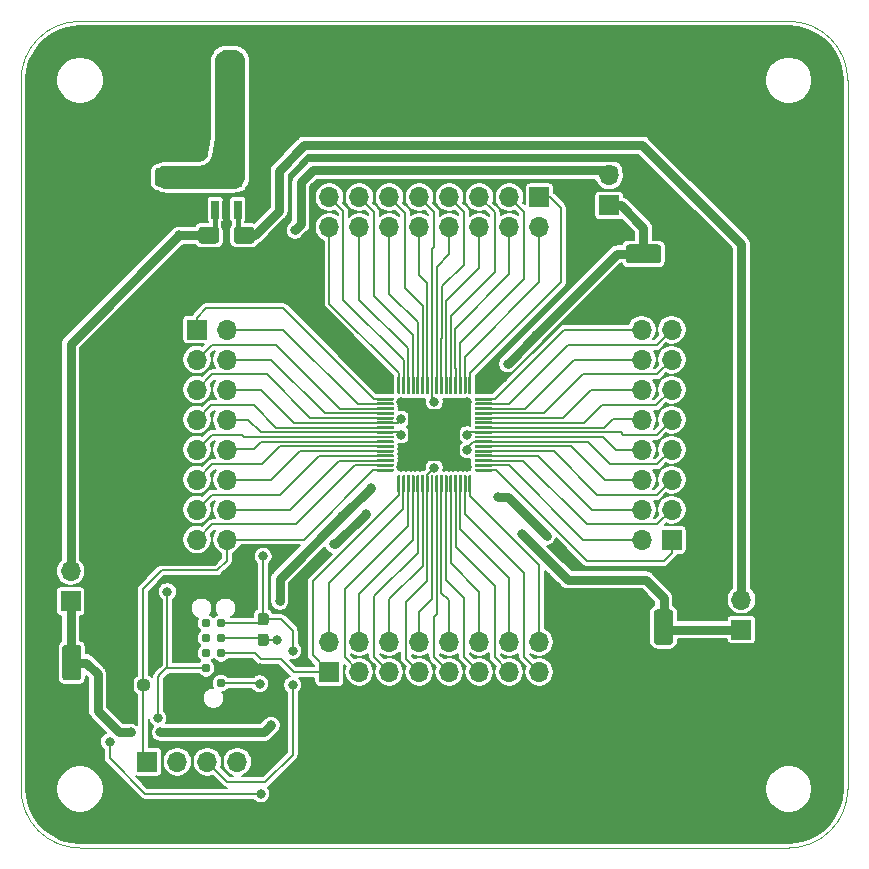
<source format=gbr>
G04 #@! TF.GenerationSoftware,KiCad,Pcbnew,5.1.6-c6e7f7d~87~ubuntu20.04.1*
G04 #@! TF.CreationDate,2020-07-16T23:52:11+03:00*
G04 #@! TF.ProjectId,EV-MAX-V-E64,45562d4d-4158-42d5-962d-4536342e6b69,v1.0*
G04 #@! TF.SameCoordinates,Original*
G04 #@! TF.FileFunction,Copper,L1,Top*
G04 #@! TF.FilePolarity,Positive*
%FSLAX46Y46*%
G04 Gerber Fmt 4.6, Leading zero omitted, Abs format (unit mm)*
G04 Created by KiCad (PCBNEW 5.1.6-c6e7f7d~87~ubuntu20.04.1) date 2020-07-16 23:52:11*
%MOMM*%
%LPD*%
G01*
G04 APERTURE LIST*
G04 #@! TA.AperFunction,Profile*
%ADD10C,0.050000*%
G04 #@! TD*
G04 #@! TA.AperFunction,SMDPad,CuDef*
%ADD11R,4.500000X4.500000*%
G04 #@! TD*
G04 #@! TA.AperFunction,ConnectorPad*
%ADD12C,0.787400*%
G04 #@! TD*
G04 #@! TA.AperFunction,ComponentPad*
%ADD13O,1.700000X1.700000*%
G04 #@! TD*
G04 #@! TA.AperFunction,ComponentPad*
%ADD14R,1.700000X1.700000*%
G04 #@! TD*
G04 #@! TA.AperFunction,SMDPad,CuDef*
%ADD15R,0.650000X1.560000*%
G04 #@! TD*
G04 #@! TA.AperFunction,ViaPad*
%ADD16C,0.800000*%
G04 #@! TD*
G04 #@! TA.AperFunction,Conductor*
%ADD17C,0.200000*%
G04 #@! TD*
G04 #@! TA.AperFunction,Conductor*
%ADD18C,0.400000*%
G04 #@! TD*
G04 #@! TA.AperFunction,Conductor*
%ADD19C,0.800000*%
G04 #@! TD*
G04 APERTURE END LIST*
D10*
X65000000Y-70000000D02*
X65000000Y-130000000D01*
X130000000Y-65000000D02*
X70000000Y-65000000D01*
X135000000Y-130000000D02*
X135000000Y-70000000D01*
X70000000Y-135000000D02*
X130000000Y-135000000D01*
X70000000Y-135000000D02*
G75*
G02*
X65000000Y-130000000I0J5000000D01*
G01*
X65000000Y-70000000D02*
G75*
G02*
X70000000Y-65000000I5000000J0D01*
G01*
X130000000Y-65000000D02*
G75*
G02*
X135000000Y-70000000I0J-5000000D01*
G01*
X135000000Y-130000000D02*
G75*
G02*
X130000000Y-135000000I-5000000J0D01*
G01*
D11*
X100000000Y-100000000D03*
G04 #@! TA.AperFunction,SMDPad,CuDef*
G36*
G01*
X96875000Y-96512500D02*
X96875000Y-95162500D01*
G75*
G02*
X96937500Y-95100000I62500J0D01*
G01*
X97062500Y-95100000D01*
G75*
G02*
X97125000Y-95162500I0J-62500D01*
G01*
X97125000Y-96512500D01*
G75*
G02*
X97062500Y-96575000I-62500J0D01*
G01*
X96937500Y-96575000D01*
G75*
G02*
X96875000Y-96512500I0J62500D01*
G01*
G37*
G04 #@! TD.AperFunction*
G04 #@! TA.AperFunction,SMDPad,CuDef*
G36*
G01*
X97275000Y-96512500D02*
X97275000Y-95162500D01*
G75*
G02*
X97337500Y-95100000I62500J0D01*
G01*
X97462500Y-95100000D01*
G75*
G02*
X97525000Y-95162500I0J-62500D01*
G01*
X97525000Y-96512500D01*
G75*
G02*
X97462500Y-96575000I-62500J0D01*
G01*
X97337500Y-96575000D01*
G75*
G02*
X97275000Y-96512500I0J62500D01*
G01*
G37*
G04 #@! TD.AperFunction*
G04 #@! TA.AperFunction,SMDPad,CuDef*
G36*
G01*
X97675000Y-96512500D02*
X97675000Y-95162500D01*
G75*
G02*
X97737500Y-95100000I62500J0D01*
G01*
X97862500Y-95100000D01*
G75*
G02*
X97925000Y-95162500I0J-62500D01*
G01*
X97925000Y-96512500D01*
G75*
G02*
X97862500Y-96575000I-62500J0D01*
G01*
X97737500Y-96575000D01*
G75*
G02*
X97675000Y-96512500I0J62500D01*
G01*
G37*
G04 #@! TD.AperFunction*
G04 #@! TA.AperFunction,SMDPad,CuDef*
G36*
G01*
X98075000Y-96512500D02*
X98075000Y-95162500D01*
G75*
G02*
X98137500Y-95100000I62500J0D01*
G01*
X98262500Y-95100000D01*
G75*
G02*
X98325000Y-95162500I0J-62500D01*
G01*
X98325000Y-96512500D01*
G75*
G02*
X98262500Y-96575000I-62500J0D01*
G01*
X98137500Y-96575000D01*
G75*
G02*
X98075000Y-96512500I0J62500D01*
G01*
G37*
G04 #@! TD.AperFunction*
G04 #@! TA.AperFunction,SMDPad,CuDef*
G36*
G01*
X98475000Y-96512500D02*
X98475000Y-95162500D01*
G75*
G02*
X98537500Y-95100000I62500J0D01*
G01*
X98662500Y-95100000D01*
G75*
G02*
X98725000Y-95162500I0J-62500D01*
G01*
X98725000Y-96512500D01*
G75*
G02*
X98662500Y-96575000I-62500J0D01*
G01*
X98537500Y-96575000D01*
G75*
G02*
X98475000Y-96512500I0J62500D01*
G01*
G37*
G04 #@! TD.AperFunction*
G04 #@! TA.AperFunction,SMDPad,CuDef*
G36*
G01*
X98875000Y-96512500D02*
X98875000Y-95162500D01*
G75*
G02*
X98937500Y-95100000I62500J0D01*
G01*
X99062500Y-95100000D01*
G75*
G02*
X99125000Y-95162500I0J-62500D01*
G01*
X99125000Y-96512500D01*
G75*
G02*
X99062500Y-96575000I-62500J0D01*
G01*
X98937500Y-96575000D01*
G75*
G02*
X98875000Y-96512500I0J62500D01*
G01*
G37*
G04 #@! TD.AperFunction*
G04 #@! TA.AperFunction,SMDPad,CuDef*
G36*
G01*
X99275000Y-96512500D02*
X99275000Y-95162500D01*
G75*
G02*
X99337500Y-95100000I62500J0D01*
G01*
X99462500Y-95100000D01*
G75*
G02*
X99525000Y-95162500I0J-62500D01*
G01*
X99525000Y-96512500D01*
G75*
G02*
X99462500Y-96575000I-62500J0D01*
G01*
X99337500Y-96575000D01*
G75*
G02*
X99275000Y-96512500I0J62500D01*
G01*
G37*
G04 #@! TD.AperFunction*
G04 #@! TA.AperFunction,SMDPad,CuDef*
G36*
G01*
X99675000Y-96512500D02*
X99675000Y-95162500D01*
G75*
G02*
X99737500Y-95100000I62500J0D01*
G01*
X99862500Y-95100000D01*
G75*
G02*
X99925000Y-95162500I0J-62500D01*
G01*
X99925000Y-96512500D01*
G75*
G02*
X99862500Y-96575000I-62500J0D01*
G01*
X99737500Y-96575000D01*
G75*
G02*
X99675000Y-96512500I0J62500D01*
G01*
G37*
G04 #@! TD.AperFunction*
G04 #@! TA.AperFunction,SMDPad,CuDef*
G36*
G01*
X100075000Y-96512500D02*
X100075000Y-95162500D01*
G75*
G02*
X100137500Y-95100000I62500J0D01*
G01*
X100262500Y-95100000D01*
G75*
G02*
X100325000Y-95162500I0J-62500D01*
G01*
X100325000Y-96512500D01*
G75*
G02*
X100262500Y-96575000I-62500J0D01*
G01*
X100137500Y-96575000D01*
G75*
G02*
X100075000Y-96512500I0J62500D01*
G01*
G37*
G04 #@! TD.AperFunction*
G04 #@! TA.AperFunction,SMDPad,CuDef*
G36*
G01*
X100475000Y-96512500D02*
X100475000Y-95162500D01*
G75*
G02*
X100537500Y-95100000I62500J0D01*
G01*
X100662500Y-95100000D01*
G75*
G02*
X100725000Y-95162500I0J-62500D01*
G01*
X100725000Y-96512500D01*
G75*
G02*
X100662500Y-96575000I-62500J0D01*
G01*
X100537500Y-96575000D01*
G75*
G02*
X100475000Y-96512500I0J62500D01*
G01*
G37*
G04 #@! TD.AperFunction*
G04 #@! TA.AperFunction,SMDPad,CuDef*
G36*
G01*
X100875000Y-96512500D02*
X100875000Y-95162500D01*
G75*
G02*
X100937500Y-95100000I62500J0D01*
G01*
X101062500Y-95100000D01*
G75*
G02*
X101125000Y-95162500I0J-62500D01*
G01*
X101125000Y-96512500D01*
G75*
G02*
X101062500Y-96575000I-62500J0D01*
G01*
X100937500Y-96575000D01*
G75*
G02*
X100875000Y-96512500I0J62500D01*
G01*
G37*
G04 #@! TD.AperFunction*
G04 #@! TA.AperFunction,SMDPad,CuDef*
G36*
G01*
X101275000Y-96512500D02*
X101275000Y-95162500D01*
G75*
G02*
X101337500Y-95100000I62500J0D01*
G01*
X101462500Y-95100000D01*
G75*
G02*
X101525000Y-95162500I0J-62500D01*
G01*
X101525000Y-96512500D01*
G75*
G02*
X101462500Y-96575000I-62500J0D01*
G01*
X101337500Y-96575000D01*
G75*
G02*
X101275000Y-96512500I0J62500D01*
G01*
G37*
G04 #@! TD.AperFunction*
G04 #@! TA.AperFunction,SMDPad,CuDef*
G36*
G01*
X101675000Y-96512500D02*
X101675000Y-95162500D01*
G75*
G02*
X101737500Y-95100000I62500J0D01*
G01*
X101862500Y-95100000D01*
G75*
G02*
X101925000Y-95162500I0J-62500D01*
G01*
X101925000Y-96512500D01*
G75*
G02*
X101862500Y-96575000I-62500J0D01*
G01*
X101737500Y-96575000D01*
G75*
G02*
X101675000Y-96512500I0J62500D01*
G01*
G37*
G04 #@! TD.AperFunction*
G04 #@! TA.AperFunction,SMDPad,CuDef*
G36*
G01*
X102075000Y-96512500D02*
X102075000Y-95162500D01*
G75*
G02*
X102137500Y-95100000I62500J0D01*
G01*
X102262500Y-95100000D01*
G75*
G02*
X102325000Y-95162500I0J-62500D01*
G01*
X102325000Y-96512500D01*
G75*
G02*
X102262500Y-96575000I-62500J0D01*
G01*
X102137500Y-96575000D01*
G75*
G02*
X102075000Y-96512500I0J62500D01*
G01*
G37*
G04 #@! TD.AperFunction*
G04 #@! TA.AperFunction,SMDPad,CuDef*
G36*
G01*
X102475000Y-96512500D02*
X102475000Y-95162500D01*
G75*
G02*
X102537500Y-95100000I62500J0D01*
G01*
X102662500Y-95100000D01*
G75*
G02*
X102725000Y-95162500I0J-62500D01*
G01*
X102725000Y-96512500D01*
G75*
G02*
X102662500Y-96575000I-62500J0D01*
G01*
X102537500Y-96575000D01*
G75*
G02*
X102475000Y-96512500I0J62500D01*
G01*
G37*
G04 #@! TD.AperFunction*
G04 #@! TA.AperFunction,SMDPad,CuDef*
G36*
G01*
X102875000Y-96512500D02*
X102875000Y-95162500D01*
G75*
G02*
X102937500Y-95100000I62500J0D01*
G01*
X103062500Y-95100000D01*
G75*
G02*
X103125000Y-95162500I0J-62500D01*
G01*
X103125000Y-96512500D01*
G75*
G02*
X103062500Y-96575000I-62500J0D01*
G01*
X102937500Y-96575000D01*
G75*
G02*
X102875000Y-96512500I0J62500D01*
G01*
G37*
G04 #@! TD.AperFunction*
G04 #@! TA.AperFunction,SMDPad,CuDef*
G36*
G01*
X103425000Y-97062500D02*
X103425000Y-96937500D01*
G75*
G02*
X103487500Y-96875000I62500J0D01*
G01*
X104837500Y-96875000D01*
G75*
G02*
X104900000Y-96937500I0J-62500D01*
G01*
X104900000Y-97062500D01*
G75*
G02*
X104837500Y-97125000I-62500J0D01*
G01*
X103487500Y-97125000D01*
G75*
G02*
X103425000Y-97062500I0J62500D01*
G01*
G37*
G04 #@! TD.AperFunction*
G04 #@! TA.AperFunction,SMDPad,CuDef*
G36*
G01*
X103425000Y-97462500D02*
X103425000Y-97337500D01*
G75*
G02*
X103487500Y-97275000I62500J0D01*
G01*
X104837500Y-97275000D01*
G75*
G02*
X104900000Y-97337500I0J-62500D01*
G01*
X104900000Y-97462500D01*
G75*
G02*
X104837500Y-97525000I-62500J0D01*
G01*
X103487500Y-97525000D01*
G75*
G02*
X103425000Y-97462500I0J62500D01*
G01*
G37*
G04 #@! TD.AperFunction*
G04 #@! TA.AperFunction,SMDPad,CuDef*
G36*
G01*
X103425000Y-97862500D02*
X103425000Y-97737500D01*
G75*
G02*
X103487500Y-97675000I62500J0D01*
G01*
X104837500Y-97675000D01*
G75*
G02*
X104900000Y-97737500I0J-62500D01*
G01*
X104900000Y-97862500D01*
G75*
G02*
X104837500Y-97925000I-62500J0D01*
G01*
X103487500Y-97925000D01*
G75*
G02*
X103425000Y-97862500I0J62500D01*
G01*
G37*
G04 #@! TD.AperFunction*
G04 #@! TA.AperFunction,SMDPad,CuDef*
G36*
G01*
X103425000Y-98262500D02*
X103425000Y-98137500D01*
G75*
G02*
X103487500Y-98075000I62500J0D01*
G01*
X104837500Y-98075000D01*
G75*
G02*
X104900000Y-98137500I0J-62500D01*
G01*
X104900000Y-98262500D01*
G75*
G02*
X104837500Y-98325000I-62500J0D01*
G01*
X103487500Y-98325000D01*
G75*
G02*
X103425000Y-98262500I0J62500D01*
G01*
G37*
G04 #@! TD.AperFunction*
G04 #@! TA.AperFunction,SMDPad,CuDef*
G36*
G01*
X103425000Y-98662500D02*
X103425000Y-98537500D01*
G75*
G02*
X103487500Y-98475000I62500J0D01*
G01*
X104837500Y-98475000D01*
G75*
G02*
X104900000Y-98537500I0J-62500D01*
G01*
X104900000Y-98662500D01*
G75*
G02*
X104837500Y-98725000I-62500J0D01*
G01*
X103487500Y-98725000D01*
G75*
G02*
X103425000Y-98662500I0J62500D01*
G01*
G37*
G04 #@! TD.AperFunction*
G04 #@! TA.AperFunction,SMDPad,CuDef*
G36*
G01*
X103425000Y-99062500D02*
X103425000Y-98937500D01*
G75*
G02*
X103487500Y-98875000I62500J0D01*
G01*
X104837500Y-98875000D01*
G75*
G02*
X104900000Y-98937500I0J-62500D01*
G01*
X104900000Y-99062500D01*
G75*
G02*
X104837500Y-99125000I-62500J0D01*
G01*
X103487500Y-99125000D01*
G75*
G02*
X103425000Y-99062500I0J62500D01*
G01*
G37*
G04 #@! TD.AperFunction*
G04 #@! TA.AperFunction,SMDPad,CuDef*
G36*
G01*
X103425000Y-99462500D02*
X103425000Y-99337500D01*
G75*
G02*
X103487500Y-99275000I62500J0D01*
G01*
X104837500Y-99275000D01*
G75*
G02*
X104900000Y-99337500I0J-62500D01*
G01*
X104900000Y-99462500D01*
G75*
G02*
X104837500Y-99525000I-62500J0D01*
G01*
X103487500Y-99525000D01*
G75*
G02*
X103425000Y-99462500I0J62500D01*
G01*
G37*
G04 #@! TD.AperFunction*
G04 #@! TA.AperFunction,SMDPad,CuDef*
G36*
G01*
X103425000Y-99862500D02*
X103425000Y-99737500D01*
G75*
G02*
X103487500Y-99675000I62500J0D01*
G01*
X104837500Y-99675000D01*
G75*
G02*
X104900000Y-99737500I0J-62500D01*
G01*
X104900000Y-99862500D01*
G75*
G02*
X104837500Y-99925000I-62500J0D01*
G01*
X103487500Y-99925000D01*
G75*
G02*
X103425000Y-99862500I0J62500D01*
G01*
G37*
G04 #@! TD.AperFunction*
G04 #@! TA.AperFunction,SMDPad,CuDef*
G36*
G01*
X103425000Y-100262500D02*
X103425000Y-100137500D01*
G75*
G02*
X103487500Y-100075000I62500J0D01*
G01*
X104837500Y-100075000D01*
G75*
G02*
X104900000Y-100137500I0J-62500D01*
G01*
X104900000Y-100262500D01*
G75*
G02*
X104837500Y-100325000I-62500J0D01*
G01*
X103487500Y-100325000D01*
G75*
G02*
X103425000Y-100262500I0J62500D01*
G01*
G37*
G04 #@! TD.AperFunction*
G04 #@! TA.AperFunction,SMDPad,CuDef*
G36*
G01*
X103425000Y-100662500D02*
X103425000Y-100537500D01*
G75*
G02*
X103487500Y-100475000I62500J0D01*
G01*
X104837500Y-100475000D01*
G75*
G02*
X104900000Y-100537500I0J-62500D01*
G01*
X104900000Y-100662500D01*
G75*
G02*
X104837500Y-100725000I-62500J0D01*
G01*
X103487500Y-100725000D01*
G75*
G02*
X103425000Y-100662500I0J62500D01*
G01*
G37*
G04 #@! TD.AperFunction*
G04 #@! TA.AperFunction,SMDPad,CuDef*
G36*
G01*
X103425000Y-101062500D02*
X103425000Y-100937500D01*
G75*
G02*
X103487500Y-100875000I62500J0D01*
G01*
X104837500Y-100875000D01*
G75*
G02*
X104900000Y-100937500I0J-62500D01*
G01*
X104900000Y-101062500D01*
G75*
G02*
X104837500Y-101125000I-62500J0D01*
G01*
X103487500Y-101125000D01*
G75*
G02*
X103425000Y-101062500I0J62500D01*
G01*
G37*
G04 #@! TD.AperFunction*
G04 #@! TA.AperFunction,SMDPad,CuDef*
G36*
G01*
X103425000Y-101462500D02*
X103425000Y-101337500D01*
G75*
G02*
X103487500Y-101275000I62500J0D01*
G01*
X104837500Y-101275000D01*
G75*
G02*
X104900000Y-101337500I0J-62500D01*
G01*
X104900000Y-101462500D01*
G75*
G02*
X104837500Y-101525000I-62500J0D01*
G01*
X103487500Y-101525000D01*
G75*
G02*
X103425000Y-101462500I0J62500D01*
G01*
G37*
G04 #@! TD.AperFunction*
G04 #@! TA.AperFunction,SMDPad,CuDef*
G36*
G01*
X103425000Y-101862500D02*
X103425000Y-101737500D01*
G75*
G02*
X103487500Y-101675000I62500J0D01*
G01*
X104837500Y-101675000D01*
G75*
G02*
X104900000Y-101737500I0J-62500D01*
G01*
X104900000Y-101862500D01*
G75*
G02*
X104837500Y-101925000I-62500J0D01*
G01*
X103487500Y-101925000D01*
G75*
G02*
X103425000Y-101862500I0J62500D01*
G01*
G37*
G04 #@! TD.AperFunction*
G04 #@! TA.AperFunction,SMDPad,CuDef*
G36*
G01*
X103425000Y-102262500D02*
X103425000Y-102137500D01*
G75*
G02*
X103487500Y-102075000I62500J0D01*
G01*
X104837500Y-102075000D01*
G75*
G02*
X104900000Y-102137500I0J-62500D01*
G01*
X104900000Y-102262500D01*
G75*
G02*
X104837500Y-102325000I-62500J0D01*
G01*
X103487500Y-102325000D01*
G75*
G02*
X103425000Y-102262500I0J62500D01*
G01*
G37*
G04 #@! TD.AperFunction*
G04 #@! TA.AperFunction,SMDPad,CuDef*
G36*
G01*
X103425000Y-102662500D02*
X103425000Y-102537500D01*
G75*
G02*
X103487500Y-102475000I62500J0D01*
G01*
X104837500Y-102475000D01*
G75*
G02*
X104900000Y-102537500I0J-62500D01*
G01*
X104900000Y-102662500D01*
G75*
G02*
X104837500Y-102725000I-62500J0D01*
G01*
X103487500Y-102725000D01*
G75*
G02*
X103425000Y-102662500I0J62500D01*
G01*
G37*
G04 #@! TD.AperFunction*
G04 #@! TA.AperFunction,SMDPad,CuDef*
G36*
G01*
X103425000Y-103062500D02*
X103425000Y-102937500D01*
G75*
G02*
X103487500Y-102875000I62500J0D01*
G01*
X104837500Y-102875000D01*
G75*
G02*
X104900000Y-102937500I0J-62500D01*
G01*
X104900000Y-103062500D01*
G75*
G02*
X104837500Y-103125000I-62500J0D01*
G01*
X103487500Y-103125000D01*
G75*
G02*
X103425000Y-103062500I0J62500D01*
G01*
G37*
G04 #@! TD.AperFunction*
G04 #@! TA.AperFunction,SMDPad,CuDef*
G36*
G01*
X102875000Y-104837500D02*
X102875000Y-103487500D01*
G75*
G02*
X102937500Y-103425000I62500J0D01*
G01*
X103062500Y-103425000D01*
G75*
G02*
X103125000Y-103487500I0J-62500D01*
G01*
X103125000Y-104837500D01*
G75*
G02*
X103062500Y-104900000I-62500J0D01*
G01*
X102937500Y-104900000D01*
G75*
G02*
X102875000Y-104837500I0J62500D01*
G01*
G37*
G04 #@! TD.AperFunction*
G04 #@! TA.AperFunction,SMDPad,CuDef*
G36*
G01*
X102475000Y-104837500D02*
X102475000Y-103487500D01*
G75*
G02*
X102537500Y-103425000I62500J0D01*
G01*
X102662500Y-103425000D01*
G75*
G02*
X102725000Y-103487500I0J-62500D01*
G01*
X102725000Y-104837500D01*
G75*
G02*
X102662500Y-104900000I-62500J0D01*
G01*
X102537500Y-104900000D01*
G75*
G02*
X102475000Y-104837500I0J62500D01*
G01*
G37*
G04 #@! TD.AperFunction*
G04 #@! TA.AperFunction,SMDPad,CuDef*
G36*
G01*
X102075000Y-104837500D02*
X102075000Y-103487500D01*
G75*
G02*
X102137500Y-103425000I62500J0D01*
G01*
X102262500Y-103425000D01*
G75*
G02*
X102325000Y-103487500I0J-62500D01*
G01*
X102325000Y-104837500D01*
G75*
G02*
X102262500Y-104900000I-62500J0D01*
G01*
X102137500Y-104900000D01*
G75*
G02*
X102075000Y-104837500I0J62500D01*
G01*
G37*
G04 #@! TD.AperFunction*
G04 #@! TA.AperFunction,SMDPad,CuDef*
G36*
G01*
X101675000Y-104837500D02*
X101675000Y-103487500D01*
G75*
G02*
X101737500Y-103425000I62500J0D01*
G01*
X101862500Y-103425000D01*
G75*
G02*
X101925000Y-103487500I0J-62500D01*
G01*
X101925000Y-104837500D01*
G75*
G02*
X101862500Y-104900000I-62500J0D01*
G01*
X101737500Y-104900000D01*
G75*
G02*
X101675000Y-104837500I0J62500D01*
G01*
G37*
G04 #@! TD.AperFunction*
G04 #@! TA.AperFunction,SMDPad,CuDef*
G36*
G01*
X101275000Y-104837500D02*
X101275000Y-103487500D01*
G75*
G02*
X101337500Y-103425000I62500J0D01*
G01*
X101462500Y-103425000D01*
G75*
G02*
X101525000Y-103487500I0J-62500D01*
G01*
X101525000Y-104837500D01*
G75*
G02*
X101462500Y-104900000I-62500J0D01*
G01*
X101337500Y-104900000D01*
G75*
G02*
X101275000Y-104837500I0J62500D01*
G01*
G37*
G04 #@! TD.AperFunction*
G04 #@! TA.AperFunction,SMDPad,CuDef*
G36*
G01*
X100875000Y-104837500D02*
X100875000Y-103487500D01*
G75*
G02*
X100937500Y-103425000I62500J0D01*
G01*
X101062500Y-103425000D01*
G75*
G02*
X101125000Y-103487500I0J-62500D01*
G01*
X101125000Y-104837500D01*
G75*
G02*
X101062500Y-104900000I-62500J0D01*
G01*
X100937500Y-104900000D01*
G75*
G02*
X100875000Y-104837500I0J62500D01*
G01*
G37*
G04 #@! TD.AperFunction*
G04 #@! TA.AperFunction,SMDPad,CuDef*
G36*
G01*
X100475000Y-104837500D02*
X100475000Y-103487500D01*
G75*
G02*
X100537500Y-103425000I62500J0D01*
G01*
X100662500Y-103425000D01*
G75*
G02*
X100725000Y-103487500I0J-62500D01*
G01*
X100725000Y-104837500D01*
G75*
G02*
X100662500Y-104900000I-62500J0D01*
G01*
X100537500Y-104900000D01*
G75*
G02*
X100475000Y-104837500I0J62500D01*
G01*
G37*
G04 #@! TD.AperFunction*
G04 #@! TA.AperFunction,SMDPad,CuDef*
G36*
G01*
X100075000Y-104837500D02*
X100075000Y-103487500D01*
G75*
G02*
X100137500Y-103425000I62500J0D01*
G01*
X100262500Y-103425000D01*
G75*
G02*
X100325000Y-103487500I0J-62500D01*
G01*
X100325000Y-104837500D01*
G75*
G02*
X100262500Y-104900000I-62500J0D01*
G01*
X100137500Y-104900000D01*
G75*
G02*
X100075000Y-104837500I0J62500D01*
G01*
G37*
G04 #@! TD.AperFunction*
G04 #@! TA.AperFunction,SMDPad,CuDef*
G36*
G01*
X99675000Y-104837500D02*
X99675000Y-103487500D01*
G75*
G02*
X99737500Y-103425000I62500J0D01*
G01*
X99862500Y-103425000D01*
G75*
G02*
X99925000Y-103487500I0J-62500D01*
G01*
X99925000Y-104837500D01*
G75*
G02*
X99862500Y-104900000I-62500J0D01*
G01*
X99737500Y-104900000D01*
G75*
G02*
X99675000Y-104837500I0J62500D01*
G01*
G37*
G04 #@! TD.AperFunction*
G04 #@! TA.AperFunction,SMDPad,CuDef*
G36*
G01*
X99275000Y-104837500D02*
X99275000Y-103487500D01*
G75*
G02*
X99337500Y-103425000I62500J0D01*
G01*
X99462500Y-103425000D01*
G75*
G02*
X99525000Y-103487500I0J-62500D01*
G01*
X99525000Y-104837500D01*
G75*
G02*
X99462500Y-104900000I-62500J0D01*
G01*
X99337500Y-104900000D01*
G75*
G02*
X99275000Y-104837500I0J62500D01*
G01*
G37*
G04 #@! TD.AperFunction*
G04 #@! TA.AperFunction,SMDPad,CuDef*
G36*
G01*
X98875000Y-104837500D02*
X98875000Y-103487500D01*
G75*
G02*
X98937500Y-103425000I62500J0D01*
G01*
X99062500Y-103425000D01*
G75*
G02*
X99125000Y-103487500I0J-62500D01*
G01*
X99125000Y-104837500D01*
G75*
G02*
X99062500Y-104900000I-62500J0D01*
G01*
X98937500Y-104900000D01*
G75*
G02*
X98875000Y-104837500I0J62500D01*
G01*
G37*
G04 #@! TD.AperFunction*
G04 #@! TA.AperFunction,SMDPad,CuDef*
G36*
G01*
X98475000Y-104837500D02*
X98475000Y-103487500D01*
G75*
G02*
X98537500Y-103425000I62500J0D01*
G01*
X98662500Y-103425000D01*
G75*
G02*
X98725000Y-103487500I0J-62500D01*
G01*
X98725000Y-104837500D01*
G75*
G02*
X98662500Y-104900000I-62500J0D01*
G01*
X98537500Y-104900000D01*
G75*
G02*
X98475000Y-104837500I0J62500D01*
G01*
G37*
G04 #@! TD.AperFunction*
G04 #@! TA.AperFunction,SMDPad,CuDef*
G36*
G01*
X98075000Y-104837500D02*
X98075000Y-103487500D01*
G75*
G02*
X98137500Y-103425000I62500J0D01*
G01*
X98262500Y-103425000D01*
G75*
G02*
X98325000Y-103487500I0J-62500D01*
G01*
X98325000Y-104837500D01*
G75*
G02*
X98262500Y-104900000I-62500J0D01*
G01*
X98137500Y-104900000D01*
G75*
G02*
X98075000Y-104837500I0J62500D01*
G01*
G37*
G04 #@! TD.AperFunction*
G04 #@! TA.AperFunction,SMDPad,CuDef*
G36*
G01*
X97675000Y-104837500D02*
X97675000Y-103487500D01*
G75*
G02*
X97737500Y-103425000I62500J0D01*
G01*
X97862500Y-103425000D01*
G75*
G02*
X97925000Y-103487500I0J-62500D01*
G01*
X97925000Y-104837500D01*
G75*
G02*
X97862500Y-104900000I-62500J0D01*
G01*
X97737500Y-104900000D01*
G75*
G02*
X97675000Y-104837500I0J62500D01*
G01*
G37*
G04 #@! TD.AperFunction*
G04 #@! TA.AperFunction,SMDPad,CuDef*
G36*
G01*
X97275000Y-104837500D02*
X97275000Y-103487500D01*
G75*
G02*
X97337500Y-103425000I62500J0D01*
G01*
X97462500Y-103425000D01*
G75*
G02*
X97525000Y-103487500I0J-62500D01*
G01*
X97525000Y-104837500D01*
G75*
G02*
X97462500Y-104900000I-62500J0D01*
G01*
X97337500Y-104900000D01*
G75*
G02*
X97275000Y-104837500I0J62500D01*
G01*
G37*
G04 #@! TD.AperFunction*
G04 #@! TA.AperFunction,SMDPad,CuDef*
G36*
G01*
X96875000Y-104837500D02*
X96875000Y-103487500D01*
G75*
G02*
X96937500Y-103425000I62500J0D01*
G01*
X97062500Y-103425000D01*
G75*
G02*
X97125000Y-103487500I0J-62500D01*
G01*
X97125000Y-104837500D01*
G75*
G02*
X97062500Y-104900000I-62500J0D01*
G01*
X96937500Y-104900000D01*
G75*
G02*
X96875000Y-104837500I0J62500D01*
G01*
G37*
G04 #@! TD.AperFunction*
G04 #@! TA.AperFunction,SMDPad,CuDef*
G36*
G01*
X95100000Y-103062500D02*
X95100000Y-102937500D01*
G75*
G02*
X95162500Y-102875000I62500J0D01*
G01*
X96512500Y-102875000D01*
G75*
G02*
X96575000Y-102937500I0J-62500D01*
G01*
X96575000Y-103062500D01*
G75*
G02*
X96512500Y-103125000I-62500J0D01*
G01*
X95162500Y-103125000D01*
G75*
G02*
X95100000Y-103062500I0J62500D01*
G01*
G37*
G04 #@! TD.AperFunction*
G04 #@! TA.AperFunction,SMDPad,CuDef*
G36*
G01*
X95100000Y-102662500D02*
X95100000Y-102537500D01*
G75*
G02*
X95162500Y-102475000I62500J0D01*
G01*
X96512500Y-102475000D01*
G75*
G02*
X96575000Y-102537500I0J-62500D01*
G01*
X96575000Y-102662500D01*
G75*
G02*
X96512500Y-102725000I-62500J0D01*
G01*
X95162500Y-102725000D01*
G75*
G02*
X95100000Y-102662500I0J62500D01*
G01*
G37*
G04 #@! TD.AperFunction*
G04 #@! TA.AperFunction,SMDPad,CuDef*
G36*
G01*
X95100000Y-102262500D02*
X95100000Y-102137500D01*
G75*
G02*
X95162500Y-102075000I62500J0D01*
G01*
X96512500Y-102075000D01*
G75*
G02*
X96575000Y-102137500I0J-62500D01*
G01*
X96575000Y-102262500D01*
G75*
G02*
X96512500Y-102325000I-62500J0D01*
G01*
X95162500Y-102325000D01*
G75*
G02*
X95100000Y-102262500I0J62500D01*
G01*
G37*
G04 #@! TD.AperFunction*
G04 #@! TA.AperFunction,SMDPad,CuDef*
G36*
G01*
X95100000Y-101862500D02*
X95100000Y-101737500D01*
G75*
G02*
X95162500Y-101675000I62500J0D01*
G01*
X96512500Y-101675000D01*
G75*
G02*
X96575000Y-101737500I0J-62500D01*
G01*
X96575000Y-101862500D01*
G75*
G02*
X96512500Y-101925000I-62500J0D01*
G01*
X95162500Y-101925000D01*
G75*
G02*
X95100000Y-101862500I0J62500D01*
G01*
G37*
G04 #@! TD.AperFunction*
G04 #@! TA.AperFunction,SMDPad,CuDef*
G36*
G01*
X95100000Y-101462500D02*
X95100000Y-101337500D01*
G75*
G02*
X95162500Y-101275000I62500J0D01*
G01*
X96512500Y-101275000D01*
G75*
G02*
X96575000Y-101337500I0J-62500D01*
G01*
X96575000Y-101462500D01*
G75*
G02*
X96512500Y-101525000I-62500J0D01*
G01*
X95162500Y-101525000D01*
G75*
G02*
X95100000Y-101462500I0J62500D01*
G01*
G37*
G04 #@! TD.AperFunction*
G04 #@! TA.AperFunction,SMDPad,CuDef*
G36*
G01*
X95100000Y-101062500D02*
X95100000Y-100937500D01*
G75*
G02*
X95162500Y-100875000I62500J0D01*
G01*
X96512500Y-100875000D01*
G75*
G02*
X96575000Y-100937500I0J-62500D01*
G01*
X96575000Y-101062500D01*
G75*
G02*
X96512500Y-101125000I-62500J0D01*
G01*
X95162500Y-101125000D01*
G75*
G02*
X95100000Y-101062500I0J62500D01*
G01*
G37*
G04 #@! TD.AperFunction*
G04 #@! TA.AperFunction,SMDPad,CuDef*
G36*
G01*
X95100000Y-100662500D02*
X95100000Y-100537500D01*
G75*
G02*
X95162500Y-100475000I62500J0D01*
G01*
X96512500Y-100475000D01*
G75*
G02*
X96575000Y-100537500I0J-62500D01*
G01*
X96575000Y-100662500D01*
G75*
G02*
X96512500Y-100725000I-62500J0D01*
G01*
X95162500Y-100725000D01*
G75*
G02*
X95100000Y-100662500I0J62500D01*
G01*
G37*
G04 #@! TD.AperFunction*
G04 #@! TA.AperFunction,SMDPad,CuDef*
G36*
G01*
X95100000Y-100262500D02*
X95100000Y-100137500D01*
G75*
G02*
X95162500Y-100075000I62500J0D01*
G01*
X96512500Y-100075000D01*
G75*
G02*
X96575000Y-100137500I0J-62500D01*
G01*
X96575000Y-100262500D01*
G75*
G02*
X96512500Y-100325000I-62500J0D01*
G01*
X95162500Y-100325000D01*
G75*
G02*
X95100000Y-100262500I0J62500D01*
G01*
G37*
G04 #@! TD.AperFunction*
G04 #@! TA.AperFunction,SMDPad,CuDef*
G36*
G01*
X95100000Y-99862500D02*
X95100000Y-99737500D01*
G75*
G02*
X95162500Y-99675000I62500J0D01*
G01*
X96512500Y-99675000D01*
G75*
G02*
X96575000Y-99737500I0J-62500D01*
G01*
X96575000Y-99862500D01*
G75*
G02*
X96512500Y-99925000I-62500J0D01*
G01*
X95162500Y-99925000D01*
G75*
G02*
X95100000Y-99862500I0J62500D01*
G01*
G37*
G04 #@! TD.AperFunction*
G04 #@! TA.AperFunction,SMDPad,CuDef*
G36*
G01*
X95100000Y-99462500D02*
X95100000Y-99337500D01*
G75*
G02*
X95162500Y-99275000I62500J0D01*
G01*
X96512500Y-99275000D01*
G75*
G02*
X96575000Y-99337500I0J-62500D01*
G01*
X96575000Y-99462500D01*
G75*
G02*
X96512500Y-99525000I-62500J0D01*
G01*
X95162500Y-99525000D01*
G75*
G02*
X95100000Y-99462500I0J62500D01*
G01*
G37*
G04 #@! TD.AperFunction*
G04 #@! TA.AperFunction,SMDPad,CuDef*
G36*
G01*
X95100000Y-99062500D02*
X95100000Y-98937500D01*
G75*
G02*
X95162500Y-98875000I62500J0D01*
G01*
X96512500Y-98875000D01*
G75*
G02*
X96575000Y-98937500I0J-62500D01*
G01*
X96575000Y-99062500D01*
G75*
G02*
X96512500Y-99125000I-62500J0D01*
G01*
X95162500Y-99125000D01*
G75*
G02*
X95100000Y-99062500I0J62500D01*
G01*
G37*
G04 #@! TD.AperFunction*
G04 #@! TA.AperFunction,SMDPad,CuDef*
G36*
G01*
X95100000Y-98662500D02*
X95100000Y-98537500D01*
G75*
G02*
X95162500Y-98475000I62500J0D01*
G01*
X96512500Y-98475000D01*
G75*
G02*
X96575000Y-98537500I0J-62500D01*
G01*
X96575000Y-98662500D01*
G75*
G02*
X96512500Y-98725000I-62500J0D01*
G01*
X95162500Y-98725000D01*
G75*
G02*
X95100000Y-98662500I0J62500D01*
G01*
G37*
G04 #@! TD.AperFunction*
G04 #@! TA.AperFunction,SMDPad,CuDef*
G36*
G01*
X95100000Y-98262500D02*
X95100000Y-98137500D01*
G75*
G02*
X95162500Y-98075000I62500J0D01*
G01*
X96512500Y-98075000D01*
G75*
G02*
X96575000Y-98137500I0J-62500D01*
G01*
X96575000Y-98262500D01*
G75*
G02*
X96512500Y-98325000I-62500J0D01*
G01*
X95162500Y-98325000D01*
G75*
G02*
X95100000Y-98262500I0J62500D01*
G01*
G37*
G04 #@! TD.AperFunction*
G04 #@! TA.AperFunction,SMDPad,CuDef*
G36*
G01*
X95100000Y-97862500D02*
X95100000Y-97737500D01*
G75*
G02*
X95162500Y-97675000I62500J0D01*
G01*
X96512500Y-97675000D01*
G75*
G02*
X96575000Y-97737500I0J-62500D01*
G01*
X96575000Y-97862500D01*
G75*
G02*
X96512500Y-97925000I-62500J0D01*
G01*
X95162500Y-97925000D01*
G75*
G02*
X95100000Y-97862500I0J62500D01*
G01*
G37*
G04 #@! TD.AperFunction*
G04 #@! TA.AperFunction,SMDPad,CuDef*
G36*
G01*
X95100000Y-97462500D02*
X95100000Y-97337500D01*
G75*
G02*
X95162500Y-97275000I62500J0D01*
G01*
X96512500Y-97275000D01*
G75*
G02*
X96575000Y-97337500I0J-62500D01*
G01*
X96575000Y-97462500D01*
G75*
G02*
X96512500Y-97525000I-62500J0D01*
G01*
X95162500Y-97525000D01*
G75*
G02*
X95100000Y-97462500I0J62500D01*
G01*
G37*
G04 #@! TD.AperFunction*
G04 #@! TA.AperFunction,SMDPad,CuDef*
G36*
G01*
X95100000Y-97062500D02*
X95100000Y-96937500D01*
G75*
G02*
X95162500Y-96875000I62500J0D01*
G01*
X96512500Y-96875000D01*
G75*
G02*
X96575000Y-96937500I0J-62500D01*
G01*
X96575000Y-97062500D01*
G75*
G02*
X96512500Y-97125000I-62500J0D01*
G01*
X95162500Y-97125000D01*
G75*
G02*
X95100000Y-97062500I0J62500D01*
G01*
G37*
G04 #@! TD.AperFunction*
G04 #@! TA.AperFunction,SMDPad,CuDef*
G36*
G01*
X120600000Y-85250000D02*
X120600000Y-84150000D01*
G75*
G02*
X120850000Y-83900000I250000J0D01*
G01*
X123350000Y-83900000D01*
G75*
G02*
X123600000Y-84150000I0J-250000D01*
G01*
X123600000Y-85250000D01*
G75*
G02*
X123350000Y-85500000I-250000J0D01*
G01*
X120850000Y-85500000D01*
G75*
G02*
X120600000Y-85250000I0J250000D01*
G01*
G37*
G04 #@! TD.AperFunction*
G04 #@! TA.AperFunction,SMDPad,CuDef*
G36*
G01*
X116200000Y-85250000D02*
X116200000Y-84150000D01*
G75*
G02*
X116450000Y-83900000I250000J0D01*
G01*
X118950000Y-83900000D01*
G75*
G02*
X119200000Y-84150000I0J-250000D01*
G01*
X119200000Y-85250000D01*
G75*
G02*
X118950000Y-85500000I-250000J0D01*
G01*
X116450000Y-85500000D01*
G75*
G02*
X116200000Y-85250000I0J250000D01*
G01*
G37*
G04 #@! TD.AperFunction*
G04 #@! TA.AperFunction,SMDPad,CuDef*
G36*
G01*
X68750000Y-122200000D02*
X69850000Y-122200000D01*
G75*
G02*
X70100000Y-122450000I0J-250000D01*
G01*
X70100000Y-124950000D01*
G75*
G02*
X69850000Y-125200000I-250000J0D01*
G01*
X68750000Y-125200000D01*
G75*
G02*
X68500000Y-124950000I0J250000D01*
G01*
X68500000Y-122450000D01*
G75*
G02*
X68750000Y-122200000I250000J0D01*
G01*
G37*
G04 #@! TD.AperFunction*
G04 #@! TA.AperFunction,SMDPad,CuDef*
G36*
G01*
X68750000Y-117800000D02*
X69850000Y-117800000D01*
G75*
G02*
X70100000Y-118050000I0J-250000D01*
G01*
X70100000Y-120550000D01*
G75*
G02*
X69850000Y-120800000I-250000J0D01*
G01*
X68750000Y-120800000D01*
G75*
G02*
X68500000Y-120550000I0J250000D01*
G01*
X68500000Y-118050000D01*
G75*
G02*
X68750000Y-117800000I250000J0D01*
G01*
G37*
G04 #@! TD.AperFunction*
G04 #@! TA.AperFunction,SMDPad,CuDef*
G36*
G01*
X118850000Y-119200000D02*
X119950000Y-119200000D01*
G75*
G02*
X120200000Y-119450000I0J-250000D01*
G01*
X120200000Y-121950000D01*
G75*
G02*
X119950000Y-122200000I-250000J0D01*
G01*
X118850000Y-122200000D01*
G75*
G02*
X118600000Y-121950000I0J250000D01*
G01*
X118600000Y-119450000D01*
G75*
G02*
X118850000Y-119200000I250000J0D01*
G01*
G37*
G04 #@! TD.AperFunction*
G04 #@! TA.AperFunction,SMDPad,CuDef*
G36*
G01*
X118850000Y-114800000D02*
X119950000Y-114800000D01*
G75*
G02*
X120200000Y-115050000I0J-250000D01*
G01*
X120200000Y-117550000D01*
G75*
G02*
X119950000Y-117800000I-250000J0D01*
G01*
X118850000Y-117800000D01*
G75*
G02*
X118600000Y-117550000I0J250000D01*
G01*
X118600000Y-115050000D01*
G75*
G02*
X118850000Y-114800000I250000J0D01*
G01*
G37*
G04 #@! TD.AperFunction*
D12*
X80665000Y-121040000D03*
X80665000Y-119770000D03*
X80665000Y-118500000D03*
X80665000Y-117230000D03*
X80665000Y-115960000D03*
X81935000Y-115960000D03*
X81935000Y-117230000D03*
X81935000Y-118500000D03*
X81935000Y-119770000D03*
X81935000Y-121040000D03*
D13*
X83320000Y-127700000D03*
X80780000Y-127700000D03*
X78240000Y-127700000D03*
D14*
X75700000Y-127700000D03*
D13*
X91120000Y-82440000D03*
X91120000Y-79900000D03*
X93660000Y-82440000D03*
X93660000Y-79900000D03*
X96200000Y-82440000D03*
X96200000Y-79900000D03*
X98740000Y-82440000D03*
X98740000Y-79900000D03*
X101280000Y-82440000D03*
X101280000Y-79900000D03*
X103820000Y-82440000D03*
X103820000Y-79900000D03*
X106360000Y-82440000D03*
X106360000Y-79900000D03*
X108900000Y-82440000D03*
D14*
X108900000Y-79900000D03*
D13*
X117560000Y-91120000D03*
X120100000Y-91120000D03*
X117560000Y-93660000D03*
X120100000Y-93660000D03*
X117560000Y-96200000D03*
X120100000Y-96200000D03*
X117560000Y-98740000D03*
X120100000Y-98740000D03*
X117560000Y-101280000D03*
X120100000Y-101280000D03*
X117560000Y-103820000D03*
X120100000Y-103820000D03*
X117560000Y-106360000D03*
X120100000Y-106360000D03*
X117560000Y-108900000D03*
D14*
X120100000Y-108900000D03*
D13*
X108880000Y-117560000D03*
X108880000Y-120100000D03*
X106340000Y-117560000D03*
X106340000Y-120100000D03*
X103800000Y-117560000D03*
X103800000Y-120100000D03*
X101260000Y-117560000D03*
X101260000Y-120100000D03*
X98720000Y-117560000D03*
X98720000Y-120100000D03*
X96180000Y-117560000D03*
X96180000Y-120100000D03*
X93640000Y-117560000D03*
X93640000Y-120100000D03*
X91100000Y-117560000D03*
D14*
X91100000Y-120100000D03*
D13*
X82440000Y-108880000D03*
X79900000Y-108880000D03*
X82440000Y-106340000D03*
X79900000Y-106340000D03*
X82440000Y-103800000D03*
X79900000Y-103800000D03*
X82440000Y-101260000D03*
X79900000Y-101260000D03*
X82440000Y-98720000D03*
X79900000Y-98720000D03*
X82440000Y-96180000D03*
X79900000Y-96180000D03*
X82440000Y-93640000D03*
X79900000Y-93640000D03*
X82440000Y-91100000D03*
D14*
X79900000Y-91100000D03*
D15*
X82400000Y-80950000D03*
X83350000Y-80950000D03*
X81450000Y-80950000D03*
X81450000Y-78250000D03*
X82400000Y-78250000D03*
X83350000Y-78250000D03*
G04 #@! TA.AperFunction,SMDPad,CuDef*
G36*
G01*
X74150000Y-120962500D02*
X74150000Y-121437500D01*
G75*
G02*
X73912500Y-121675000I-237500J0D01*
G01*
X73337500Y-121675000D01*
G75*
G02*
X73100000Y-121437500I0J237500D01*
G01*
X73100000Y-120962500D01*
G75*
G02*
X73337500Y-120725000I237500J0D01*
G01*
X73912500Y-120725000D01*
G75*
G02*
X74150000Y-120962500I0J-237500D01*
G01*
G37*
G04 #@! TD.AperFunction*
G04 #@! TA.AperFunction,SMDPad,CuDef*
G36*
G01*
X75900000Y-120962500D02*
X75900000Y-121437500D01*
G75*
G02*
X75662500Y-121675000I-237500J0D01*
G01*
X75087500Y-121675000D01*
G75*
G02*
X74850000Y-121437500I0J237500D01*
G01*
X74850000Y-120962500D01*
G75*
G02*
X75087500Y-120725000I237500J0D01*
G01*
X75662500Y-120725000D01*
G75*
G02*
X75900000Y-120962500I0J-237500D01*
G01*
G37*
G04 #@! TD.AperFunction*
G04 #@! TA.AperFunction,SMDPad,CuDef*
G36*
G01*
X85737500Y-116150000D02*
X85262500Y-116150000D01*
G75*
G02*
X85025000Y-115912500I0J237500D01*
G01*
X85025000Y-115337500D01*
G75*
G02*
X85262500Y-115100000I237500J0D01*
G01*
X85737500Y-115100000D01*
G75*
G02*
X85975000Y-115337500I0J-237500D01*
G01*
X85975000Y-115912500D01*
G75*
G02*
X85737500Y-116150000I-237500J0D01*
G01*
G37*
G04 #@! TD.AperFunction*
G04 #@! TA.AperFunction,SMDPad,CuDef*
G36*
G01*
X85737500Y-117900000D02*
X85262500Y-117900000D01*
G75*
G02*
X85025000Y-117662500I0J237500D01*
G01*
X85025000Y-117087500D01*
G75*
G02*
X85262500Y-116850000I237500J0D01*
G01*
X85737500Y-116850000D01*
G75*
G02*
X85975000Y-117087500I0J-237500D01*
G01*
X85975000Y-117662500D01*
G75*
G02*
X85737500Y-117900000I-237500J0D01*
G01*
G37*
G04 #@! TD.AperFunction*
D13*
X80160000Y-68760000D03*
X82700000Y-68760000D03*
X80160000Y-71300000D03*
D14*
X82700000Y-71300000D03*
D13*
X114800000Y-78060000D03*
D14*
X114800000Y-80600000D03*
D13*
X69200000Y-111560000D03*
D14*
X69200000Y-114100000D03*
D13*
X126000000Y-113960000D03*
D14*
X126000000Y-116500000D03*
G04 #@! TA.AperFunction,SMDPad,CuDef*
G36*
G01*
X80275000Y-85375000D02*
X81525000Y-85375000D01*
G75*
G02*
X81775000Y-85625000I0J-250000D01*
G01*
X81775000Y-86550000D01*
G75*
G02*
X81525000Y-86800000I-250000J0D01*
G01*
X80275000Y-86800000D01*
G75*
G02*
X80025000Y-86550000I0J250000D01*
G01*
X80025000Y-85625000D01*
G75*
G02*
X80275000Y-85375000I250000J0D01*
G01*
G37*
G04 #@! TD.AperFunction*
G04 #@! TA.AperFunction,SMDPad,CuDef*
G36*
G01*
X80275000Y-82400000D02*
X81525000Y-82400000D01*
G75*
G02*
X81775000Y-82650000I0J-250000D01*
G01*
X81775000Y-83575000D01*
G75*
G02*
X81525000Y-83825000I-250000J0D01*
G01*
X80275000Y-83825000D01*
G75*
G02*
X80025000Y-83575000I0J250000D01*
G01*
X80025000Y-82650000D01*
G75*
G02*
X80275000Y-82400000I250000J0D01*
G01*
G37*
G04 #@! TD.AperFunction*
G04 #@! TA.AperFunction,SMDPad,CuDef*
G36*
G01*
X83275000Y-85387500D02*
X84525000Y-85387500D01*
G75*
G02*
X84775000Y-85637500I0J-250000D01*
G01*
X84775000Y-86562500D01*
G75*
G02*
X84525000Y-86812500I-250000J0D01*
G01*
X83275000Y-86812500D01*
G75*
G02*
X83025000Y-86562500I0J250000D01*
G01*
X83025000Y-85637500D01*
G75*
G02*
X83275000Y-85387500I250000J0D01*
G01*
G37*
G04 #@! TD.AperFunction*
G04 #@! TA.AperFunction,SMDPad,CuDef*
G36*
G01*
X83275000Y-82412500D02*
X84525000Y-82412500D01*
G75*
G02*
X84775000Y-82662500I0J-250000D01*
G01*
X84775000Y-83587500D01*
G75*
G02*
X84525000Y-83837500I-250000J0D01*
G01*
X83275000Y-83837500D01*
G75*
G02*
X83025000Y-83587500I0J250000D01*
G01*
X83025000Y-82662500D01*
G75*
G02*
X83275000Y-82412500I250000J0D01*
G01*
G37*
G04 #@! TD.AperFunction*
G04 #@! TA.AperFunction,SMDPad,CuDef*
G36*
G01*
X84687500Y-76525000D02*
X84687500Y-75275000D01*
G75*
G02*
X84937500Y-75025000I250000J0D01*
G01*
X85862500Y-75025000D01*
G75*
G02*
X86112500Y-75275000I0J-250000D01*
G01*
X86112500Y-76525000D01*
G75*
G02*
X85862500Y-76775000I-250000J0D01*
G01*
X84937500Y-76775000D01*
G75*
G02*
X84687500Y-76525000I0J250000D01*
G01*
G37*
G04 #@! TD.AperFunction*
G04 #@! TA.AperFunction,SMDPad,CuDef*
G36*
G01*
X81712500Y-76525000D02*
X81712500Y-75275000D01*
G75*
G02*
X81962500Y-75025000I250000J0D01*
G01*
X82887500Y-75025000D01*
G75*
G02*
X83137500Y-75275000I0J-250000D01*
G01*
X83137500Y-76525000D01*
G75*
G02*
X82887500Y-76775000I-250000J0D01*
G01*
X81962500Y-76775000D01*
G75*
G02*
X81712500Y-76525000I0J250000D01*
G01*
G37*
G04 #@! TD.AperFunction*
G04 #@! TA.AperFunction,SMDPad,CuDef*
G36*
G01*
X74450000Y-77650000D02*
X74450000Y-78750000D01*
G75*
G02*
X74200000Y-79000000I-250000J0D01*
G01*
X71200000Y-79000000D01*
G75*
G02*
X70950000Y-78750000I0J250000D01*
G01*
X70950000Y-77650000D01*
G75*
G02*
X71200000Y-77400000I250000J0D01*
G01*
X74200000Y-77400000D01*
G75*
G02*
X74450000Y-77650000I0J-250000D01*
G01*
G37*
G04 #@! TD.AperFunction*
G04 #@! TA.AperFunction,SMDPad,CuDef*
G36*
G01*
X79850000Y-77650000D02*
X79850000Y-78750000D01*
G75*
G02*
X79600000Y-79000000I-250000J0D01*
G01*
X76600000Y-79000000D01*
G75*
G02*
X76350000Y-78750000I0J250000D01*
G01*
X76350000Y-77650000D01*
G75*
G02*
X76600000Y-77400000I250000J0D01*
G01*
X79600000Y-77400000D01*
G75*
G02*
X79850000Y-77650000I0J-250000D01*
G01*
G37*
G04 #@! TD.AperFunction*
D16*
X100000000Y-100000000D03*
X94800000Y-94600000D03*
X85200000Y-119800000D03*
X82400000Y-82400000D03*
X85500000Y-86100000D03*
X79300000Y-86100000D03*
X85400000Y-74300000D03*
X85400000Y-77500000D03*
X114100000Y-113700000D03*
X88000000Y-113000000D03*
X84300000Y-111600000D03*
X77900000Y-124100000D03*
X104800000Y-69200000D03*
X116400000Y-67700000D03*
X117100000Y-73900000D03*
X129800000Y-78300000D03*
X132100000Y-89100000D03*
X130300000Y-110000000D03*
X129300000Y-121200000D03*
X117400000Y-123400000D03*
X117300000Y-131200000D03*
X104800000Y-130800000D03*
X91600000Y-130600000D03*
X66900000Y-104200000D03*
X71100000Y-96100000D03*
X68200000Y-86800000D03*
X72900000Y-84800000D03*
X76400000Y-72000000D03*
X74600000Y-67900000D03*
X80200000Y-74600000D03*
X92900000Y-70400000D03*
X96800000Y-67100000D03*
X72700000Y-76800000D03*
X72700000Y-79600000D03*
X86600000Y-126800000D03*
X76900000Y-129600000D03*
X93200000Y-93000000D03*
X91700000Y-91500000D03*
X90300000Y-90100000D03*
X88800000Y-88600000D03*
X112000000Y-116400000D03*
X100300000Y-124400000D03*
X122600000Y-105000000D03*
X122600000Y-99900000D03*
X122600000Y-92300000D03*
X112500000Y-83400000D03*
X113400000Y-89600000D03*
X105800000Y-95200000D03*
X77500000Y-107500000D03*
X77500000Y-102500000D03*
X77600000Y-97400000D03*
X77600000Y-92300000D03*
X92300000Y-122600000D03*
X105000000Y-122500000D03*
X110200000Y-122600000D03*
X69300000Y-126000000D03*
X124300000Y-84700000D03*
X119400000Y-122900000D03*
X97200000Y-97200000D03*
X102800000Y-97200000D03*
X102747101Y-102741034D03*
X97200000Y-102700000D03*
X78387500Y-83112500D03*
X88200000Y-82700000D03*
X76600000Y-124000000D03*
X85300000Y-130400000D03*
X72500000Y-126000000D03*
X77399984Y-113300000D03*
X88000000Y-121200000D03*
X88000000Y-118300000D03*
X85500000Y-110300000D03*
X86700008Y-117400000D03*
X97199998Y-98700000D03*
X100000000Y-102800000D03*
X94600000Y-104500000D03*
X92200000Y-106900000D03*
X86900000Y-114100000D03*
X86200000Y-124600000D03*
X74300000Y-125200000D03*
X76800000Y-125200000D03*
X85200000Y-121100000D03*
X102800000Y-100000000D03*
X97200000Y-100000000D03*
X107400000Y-108400000D03*
X110400000Y-111400000D03*
X94200000Y-106700000D03*
X91500000Y-109300000D03*
X102800000Y-101300000D03*
X100000000Y-97200000D03*
X105400000Y-105300000D03*
X109500000Y-108600000D03*
X106200000Y-94000000D03*
X108600000Y-91600000D03*
D17*
X85170000Y-119770000D02*
X85200000Y-119800000D01*
X81935000Y-119770000D02*
X85170000Y-119770000D01*
X77440000Y-121040000D02*
X77400000Y-121000000D01*
X80665000Y-121040000D02*
X77440000Y-121040000D01*
D18*
X82400000Y-80950000D02*
X82400000Y-82400000D01*
X83900000Y-86100000D02*
X85500000Y-86100000D01*
X79312500Y-86087500D02*
X79300000Y-86100000D01*
X80900000Y-86087500D02*
X79312500Y-86087500D01*
X85400000Y-75900000D02*
X85400000Y-74300000D01*
X85400000Y-75900000D02*
X85400000Y-77500000D01*
D19*
X72700000Y-78200000D02*
X72700000Y-76800000D01*
X72700000Y-78200000D02*
X72700000Y-79600000D01*
X69300000Y-123700000D02*
X69300000Y-126000000D01*
X122100000Y-84700000D02*
X124300000Y-84700000D01*
X119400000Y-120700000D02*
X119400000Y-122900000D01*
X80550000Y-78250000D02*
X80500000Y-78300000D01*
X81450000Y-78250000D02*
X80550000Y-78250000D01*
D18*
X83350000Y-82575000D02*
X83900000Y-83125000D01*
X83350000Y-80950000D02*
X83350000Y-82575000D01*
D19*
X86850000Y-81050000D02*
X84775000Y-83125000D01*
X86850000Y-77650000D02*
X86850000Y-81050000D01*
X84775000Y-83125000D02*
X83900000Y-83125000D01*
X117600000Y-75500000D02*
X89000000Y-75500000D01*
X89000000Y-75500000D02*
X86850000Y-77650000D01*
X126000000Y-109900000D02*
X126000000Y-83900000D01*
X126000000Y-83900000D02*
X117600000Y-75500000D01*
X126000000Y-109900000D02*
X126000000Y-113960000D01*
D18*
X81450000Y-82562500D02*
X80900000Y-83112500D01*
X81450000Y-80950000D02*
X81450000Y-82562500D01*
D19*
X78387500Y-83112500D02*
X80900000Y-83112500D01*
X69200000Y-92300000D02*
X78387500Y-83112500D01*
X89700000Y-77600000D02*
X115140000Y-77600000D01*
X88700000Y-78600000D02*
X89700000Y-77600000D01*
X88700000Y-82200000D02*
X88700000Y-78600000D01*
X88200000Y-82700000D02*
X88700000Y-82200000D01*
X69200000Y-92300000D02*
X69200000Y-111560000D01*
D17*
X93300000Y-102600000D02*
X95837500Y-102600000D01*
X88300000Y-107600000D02*
X93300000Y-102600000D01*
X81180000Y-107600000D02*
X88300000Y-107600000D01*
X79900000Y-108880000D02*
X81180000Y-107600000D01*
X77470000Y-119770000D02*
X77400000Y-119700000D01*
X80665000Y-119770000D02*
X77470000Y-119770000D01*
X77400000Y-119700000D02*
X77400000Y-113300016D01*
X77400000Y-113300016D02*
X77399984Y-113300000D01*
X76600000Y-120500000D02*
X76800000Y-120300000D01*
X76600000Y-124000000D02*
X76600000Y-120500000D01*
X76800000Y-120300000D02*
X77400000Y-119700000D01*
X72500000Y-127400000D02*
X72500000Y-126000000D01*
X75500000Y-130400000D02*
X72500000Y-127400000D01*
X85300000Y-130400000D02*
X75500000Y-130400000D01*
X91900000Y-102200000D02*
X92000000Y-102200000D01*
X87760000Y-106340000D02*
X91900000Y-102200000D01*
X92000000Y-102200000D02*
X95837500Y-102200000D01*
X82440000Y-106340000D02*
X87760000Y-106340000D01*
X85165000Y-115960000D02*
X85500000Y-115625000D01*
X81935000Y-115960000D02*
X85165000Y-115960000D01*
X80780000Y-127700000D02*
X82480000Y-129400000D01*
X82480000Y-129400000D02*
X85700000Y-129400000D01*
X88000000Y-127100000D02*
X88000000Y-121200000D01*
X85700000Y-129400000D02*
X88000000Y-127100000D01*
X88000000Y-118300000D02*
X88000000Y-116600000D01*
X87025000Y-115625000D02*
X85500000Y-115625000D01*
X88000000Y-116600000D02*
X87025000Y-115625000D01*
X85500000Y-110300000D02*
X85500000Y-115625000D01*
X85280000Y-96180000D02*
X82440000Y-96180000D01*
X88100000Y-99000000D02*
X85280000Y-96180000D01*
X95837500Y-99000000D02*
X88100000Y-99000000D01*
X97600000Y-118980000D02*
X98720000Y-120100000D01*
X97600000Y-114200000D02*
X97600000Y-118980000D01*
X99400000Y-112400000D02*
X97600000Y-114200000D01*
X99400000Y-104162500D02*
X99400000Y-112400000D01*
X85355000Y-117230000D02*
X85500000Y-117375000D01*
X81935000Y-117230000D02*
X85355000Y-117230000D01*
X85500000Y-117375000D02*
X86675008Y-117375000D01*
X86675008Y-117375000D02*
X86700008Y-117400000D01*
X99608054Y-103174990D02*
X99625010Y-103174990D01*
X99424990Y-103358054D02*
X99608054Y-103174990D01*
X99424990Y-103375010D02*
X99424990Y-103358054D01*
X99625010Y-103174990D02*
X100000000Y-102800000D01*
X99400000Y-103400000D02*
X99424990Y-103375010D01*
X99400000Y-104162500D02*
X99400000Y-103400000D01*
X96899998Y-99000000D02*
X97199998Y-98700000D01*
X95837500Y-99000000D02*
X96899998Y-99000000D01*
D19*
X94600000Y-104500000D02*
X92200000Y-106900000D01*
X86900000Y-112200000D02*
X86900000Y-114100000D01*
X92200000Y-106900000D02*
X86900000Y-112200000D01*
X74300000Y-125200000D02*
X73300000Y-125200000D01*
X86200000Y-124600000D02*
X85600000Y-125200000D01*
X85600000Y-125200000D02*
X76800000Y-125200000D01*
X69300000Y-119300000D02*
X70500000Y-119300000D01*
X70500000Y-119300000D02*
X71500000Y-120300000D01*
X71500000Y-123400000D02*
X73300000Y-125200000D01*
X71500000Y-120300000D02*
X71500000Y-123400000D01*
X69200000Y-119200000D02*
X69300000Y-119300000D01*
X69200000Y-114100000D02*
X69200000Y-119200000D01*
D17*
X85300000Y-119000000D02*
X87000000Y-119000000D01*
X84800000Y-118500000D02*
X85300000Y-119000000D01*
X81935000Y-118500000D02*
X84800000Y-118500000D01*
X89700000Y-118700000D02*
X91100000Y-120100000D01*
X97000000Y-105100000D02*
X89700000Y-112400000D01*
X89700000Y-112400000D02*
X89700000Y-118700000D01*
X97000000Y-104162500D02*
X97000000Y-105100000D01*
X88100000Y-120100000D02*
X87000000Y-119000000D01*
X91100000Y-120100000D02*
X88100000Y-120100000D01*
X94800000Y-103000000D02*
X95837500Y-103000000D01*
X88920000Y-108880000D02*
X94800000Y-103000000D01*
X82440000Y-108880000D02*
X88920000Y-108880000D01*
X85140000Y-121040000D02*
X85200000Y-121100000D01*
X81935000Y-121040000D02*
X85140000Y-121040000D01*
X82440000Y-110660000D02*
X82440000Y-108880000D01*
X81600000Y-111500000D02*
X82440000Y-110660000D01*
X76900000Y-111500000D02*
X81600000Y-111500000D01*
X75300000Y-113100000D02*
X76900000Y-111500000D01*
X75300000Y-127300000D02*
X75300000Y-113100000D01*
X75700000Y-127700000D02*
X75300000Y-127300000D01*
X84220000Y-98720000D02*
X82440000Y-98720000D01*
X85300000Y-99800000D02*
X84220000Y-98720000D01*
X95837500Y-99800000D02*
X85300000Y-99800000D01*
X118840000Y-100000000D02*
X120100000Y-98740000D01*
X116000000Y-100000000D02*
X118840000Y-100000000D01*
X115800000Y-99800000D02*
X116000000Y-100000000D01*
X104162500Y-99800000D02*
X115800000Y-99800000D01*
X103000000Y-99800000D02*
X102800000Y-100000000D01*
X104162500Y-99800000D02*
X103000000Y-99800000D01*
X97000000Y-99800000D02*
X97200000Y-100000000D01*
X95837500Y-99800000D02*
X97000000Y-99800000D01*
D19*
X110400000Y-111400000D02*
X107400000Y-108400000D01*
X94200000Y-106700000D02*
X91600000Y-109300000D01*
X91600000Y-109300000D02*
X91500000Y-109300000D01*
X117900000Y-112300000D02*
X119400000Y-113800000D01*
X111300000Y-112300000D02*
X117900000Y-112300000D01*
X119400000Y-113800000D02*
X119400000Y-116300000D01*
X110400000Y-111400000D02*
X111300000Y-112300000D01*
X119600000Y-116500000D02*
X119400000Y-116300000D01*
X126000000Y-116500000D02*
X119600000Y-116500000D01*
D17*
X118880000Y-102500000D02*
X120100000Y-101280000D01*
X114900000Y-102500000D02*
X118880000Y-102500000D01*
X113000000Y-100600000D02*
X114900000Y-102500000D01*
X104162500Y-100600000D02*
X113000000Y-100600000D01*
X100000000Y-81160000D02*
X98740000Y-79900000D01*
X100000000Y-84100000D02*
X100000000Y-81160000D01*
X99800000Y-84300000D02*
X100000000Y-84100000D01*
X99800000Y-95837500D02*
X99800000Y-84300000D01*
X99800000Y-97000000D02*
X100000000Y-97200000D01*
X99800000Y-95837500D02*
X99800000Y-97000000D01*
X102800000Y-101100000D02*
X102800000Y-101300000D01*
X103300000Y-100600000D02*
X102800000Y-101100000D01*
X104162500Y-100600000D02*
X103300000Y-100600000D01*
D19*
X105400000Y-105300000D02*
X106200000Y-105300000D01*
X106200000Y-105300000D02*
X109500000Y-108600000D01*
X106200000Y-94000000D02*
X108600000Y-91600000D01*
X115500000Y-84700000D02*
X117700000Y-84700000D01*
X108600000Y-91600000D02*
X115500000Y-84700000D01*
X117700000Y-82500000D02*
X117700000Y-84700000D01*
X115800000Y-80600000D02*
X117700000Y-82500000D01*
X114800000Y-80600000D02*
X115800000Y-80600000D01*
D17*
X91120000Y-88920000D02*
X91120000Y-82440000D01*
X97000000Y-94800000D02*
X91120000Y-88920000D01*
X97000000Y-95837500D02*
X97000000Y-94800000D01*
X92300000Y-81080000D02*
X91120000Y-79900000D01*
X92300000Y-88600000D02*
X92300000Y-81080000D01*
X97400000Y-93700000D02*
X92300000Y-88600000D01*
X97400000Y-95837500D02*
X97400000Y-93700000D01*
X93660000Y-88560000D02*
X93660000Y-82440000D01*
X97800000Y-92700000D02*
X93660000Y-88560000D01*
X97800000Y-95837500D02*
X97800000Y-92700000D01*
X94900000Y-81140000D02*
X93660000Y-79900000D01*
X94900000Y-88300000D02*
X94900000Y-81140000D01*
X98200000Y-91600000D02*
X94900000Y-88300000D01*
X98200000Y-95837500D02*
X98200000Y-91600000D01*
X96200000Y-88100000D02*
X96200000Y-82440000D01*
X98600000Y-90500000D02*
X96200000Y-88100000D01*
X98600000Y-95837500D02*
X98600000Y-90500000D01*
X97500000Y-87600000D02*
X97500000Y-81200000D01*
X99000000Y-89100000D02*
X97500000Y-87600000D01*
X97500000Y-81200000D02*
X96200000Y-79900000D01*
X99000000Y-95837500D02*
X99000000Y-89100000D01*
X98700000Y-82480000D02*
X98740000Y-82440000D01*
X99400000Y-87200000D02*
X98700000Y-86500000D01*
X98700000Y-86500000D02*
X98700000Y-82480000D01*
X99400000Y-95837500D02*
X99400000Y-87200000D01*
X101280000Y-84720000D02*
X101280000Y-82440000D01*
X100200000Y-85800000D02*
X101280000Y-84720000D01*
X100200000Y-95837500D02*
X100200000Y-85800000D01*
X102500000Y-81120000D02*
X101280000Y-79900000D01*
X102500000Y-85600000D02*
X102500000Y-81120000D01*
X100649990Y-87450010D02*
X102500000Y-85600000D01*
X100649990Y-91850010D02*
X100649990Y-87450010D01*
X100600000Y-91900000D02*
X100649990Y-91850010D01*
X100600000Y-95837500D02*
X100600000Y-91900000D01*
X103820000Y-85880000D02*
X103820000Y-82440000D01*
X101000000Y-88700000D02*
X103820000Y-85880000D01*
X101000000Y-95837500D02*
X101000000Y-88700000D01*
X105100000Y-81180000D02*
X103820000Y-79900000D01*
X105100000Y-86250000D02*
X105100000Y-81180000D01*
X101400000Y-89950000D02*
X105100000Y-86250000D01*
X101400000Y-95837500D02*
X101400000Y-89950000D01*
X106360000Y-86440000D02*
X106360000Y-82440000D01*
X101775010Y-91024990D02*
X106360000Y-86440000D01*
X101800000Y-94400000D02*
X101800000Y-95837500D01*
X101775010Y-94375010D02*
X101800000Y-94400000D01*
X101775010Y-91024990D02*
X101775010Y-94375010D01*
X107600000Y-81140000D02*
X106360000Y-79900000D01*
X107600000Y-86800000D02*
X107600000Y-81140000D01*
X102200000Y-92200000D02*
X107600000Y-86800000D01*
X102200000Y-95837500D02*
X102200000Y-92200000D01*
X108900000Y-87100000D02*
X108900000Y-82440000D01*
X102600000Y-93400000D02*
X108900000Y-87100000D01*
X102600000Y-95837500D02*
X102600000Y-93400000D01*
X110700000Y-80800000D02*
X109800000Y-79900000D01*
X110700000Y-87100000D02*
X110700000Y-80800000D01*
X109800000Y-79900000D02*
X108900000Y-79900000D01*
X103000000Y-94800000D02*
X110700000Y-87100000D01*
X103000000Y-95837500D02*
X103000000Y-94800000D01*
X110980000Y-91120000D02*
X117560000Y-91120000D01*
X105100000Y-97000000D02*
X110980000Y-91120000D01*
X104162500Y-97000000D02*
X105100000Y-97000000D01*
X118820000Y-92400000D02*
X120100000Y-91120000D01*
X106300000Y-97400000D02*
X111300000Y-92400000D01*
X111300000Y-92400000D02*
X118820000Y-92400000D01*
X104162500Y-97400000D02*
X106300000Y-97400000D01*
X111840000Y-93660000D02*
X117560000Y-93660000D01*
X107700000Y-97800000D02*
X111840000Y-93660000D01*
X104162500Y-97800000D02*
X107700000Y-97800000D01*
X118860000Y-94900000D02*
X120100000Y-93660000D01*
X112600000Y-94900000D02*
X118860000Y-94900000D01*
X109300000Y-98200000D02*
X112600000Y-94900000D01*
X104162500Y-98200000D02*
X109300000Y-98200000D01*
X113300000Y-96200000D02*
X117560000Y-96200000D01*
X110924990Y-98575010D02*
X113300000Y-96200000D01*
X104324990Y-98575010D02*
X110924990Y-98575010D01*
X104300000Y-98600000D02*
X104324990Y-98575010D01*
X104162500Y-98600000D02*
X104300000Y-98600000D01*
X118800000Y-97500000D02*
X120100000Y-96200000D01*
X114200000Y-97500000D02*
X118800000Y-97500000D01*
X112700000Y-99000000D02*
X114200000Y-97500000D01*
X104162500Y-99000000D02*
X112700000Y-99000000D01*
X117520000Y-98700000D02*
X117560000Y-98740000D01*
X115100000Y-98700000D02*
X117520000Y-98700000D01*
X114400000Y-99400000D02*
X115100000Y-98700000D01*
X104162500Y-99400000D02*
X114400000Y-99400000D01*
X115380000Y-101280000D02*
X117560000Y-101280000D01*
X114300000Y-100200000D02*
X115380000Y-101280000D01*
X104162500Y-100200000D02*
X114300000Y-100200000D01*
X114420000Y-103820000D02*
X117560000Y-103820000D01*
X111600000Y-101000000D02*
X114420000Y-103820000D01*
X104162500Y-101000000D02*
X111600000Y-101000000D01*
X118820000Y-105100000D02*
X120100000Y-103820000D01*
X113800000Y-105100000D02*
X118820000Y-105100000D01*
X110100000Y-101400000D02*
X113800000Y-105100000D01*
X104162500Y-101400000D02*
X110100000Y-101400000D01*
X113360000Y-106360000D02*
X117560000Y-106360000D01*
X108800000Y-101800000D02*
X113360000Y-106360000D01*
X104162500Y-101800000D02*
X108800000Y-101800000D01*
X118860000Y-107600000D02*
X120100000Y-106360000D01*
X112900000Y-107600000D02*
X118860000Y-107600000D01*
X107500000Y-102200000D02*
X112900000Y-107600000D01*
X104162500Y-102200000D02*
X107500000Y-102200000D01*
X112600000Y-108900000D02*
X117560000Y-108900000D01*
X106300000Y-102600000D02*
X112600000Y-108900000D01*
X104162500Y-102600000D02*
X106300000Y-102600000D01*
X120100000Y-110000000D02*
X120100000Y-108900000D01*
X119400000Y-110700000D02*
X120100000Y-110000000D01*
X112900000Y-110700000D02*
X119400000Y-110700000D01*
X105200000Y-103000000D02*
X112900000Y-110700000D01*
X104162500Y-103000000D02*
X105200000Y-103000000D01*
X108880000Y-111080000D02*
X108880000Y-117560000D01*
X103000000Y-105200000D02*
X108880000Y-111080000D01*
X103000000Y-104162500D02*
X103000000Y-105200000D01*
X107600000Y-118820000D02*
X108880000Y-120100000D01*
X107600000Y-111700000D02*
X107600000Y-118820000D01*
X102600000Y-106700000D02*
X107600000Y-111700000D01*
X102600000Y-104162500D02*
X102600000Y-106700000D01*
X106340000Y-112140000D02*
X106340000Y-117560000D01*
X102200000Y-108000000D02*
X106340000Y-112140000D01*
X102200000Y-104162500D02*
X102200000Y-108000000D01*
X105100000Y-112800000D02*
X105100000Y-118860000D01*
X101824990Y-109524990D02*
X105100000Y-112800000D01*
X101824990Y-104324990D02*
X101824990Y-109524990D01*
X101800000Y-104300000D02*
X101824990Y-104324990D01*
X105100000Y-118860000D02*
X106340000Y-120100000D01*
X101800000Y-104162500D02*
X101800000Y-104300000D01*
X103800000Y-113300000D02*
X103800000Y-117560000D01*
X101400000Y-110900000D02*
X103800000Y-113300000D01*
X101400000Y-104162500D02*
X101400000Y-110900000D01*
X102500000Y-118800000D02*
X103800000Y-120100000D01*
X102500000Y-113800000D02*
X102500000Y-118800000D01*
X101000000Y-112300000D02*
X102500000Y-113800000D01*
X101000000Y-104162500D02*
X101000000Y-112300000D01*
X101200000Y-114000000D02*
X101200000Y-117500000D01*
X100600000Y-113400000D02*
X101200000Y-114000000D01*
X101200000Y-117500000D02*
X101260000Y-117560000D01*
X100600000Y-104162500D02*
X100600000Y-113400000D01*
X100000000Y-115400000D02*
X100000000Y-118840000D01*
X100000000Y-118840000D02*
X101260000Y-120100000D01*
X100200000Y-115200000D02*
X100000000Y-115400000D01*
X100200000Y-104162500D02*
X100200000Y-115200000D01*
X98720000Y-114980000D02*
X98720000Y-117560000D01*
X99800000Y-113900000D02*
X98720000Y-114980000D01*
X99800000Y-104162500D02*
X99800000Y-113900000D01*
X96180000Y-113920000D02*
X96180000Y-117560000D01*
X99000000Y-111100000D02*
X96180000Y-113920000D01*
X99000000Y-104162500D02*
X99000000Y-111100000D01*
X98600000Y-109550020D02*
X98600000Y-104162500D01*
X98600000Y-110000000D02*
X98600000Y-109550020D01*
X94900000Y-113700000D02*
X98600000Y-110000000D01*
X94900000Y-118800000D02*
X94900000Y-113700000D01*
X96180000Y-120080000D02*
X94900000Y-118800000D01*
X96180000Y-120100000D02*
X96180000Y-120080000D01*
X93640000Y-113460000D02*
X93640000Y-117560000D01*
X98200000Y-108900000D02*
X93640000Y-113460000D01*
X98200000Y-104162500D02*
X98200000Y-108900000D01*
X92400000Y-118860000D02*
X93640000Y-120100000D01*
X97800000Y-107700000D02*
X92400000Y-113100000D01*
X92400000Y-113100000D02*
X92400000Y-118860000D01*
X97800000Y-104162500D02*
X97800000Y-107700000D01*
X91100000Y-112600000D02*
X91100000Y-117560000D01*
X97375010Y-104224990D02*
X97375010Y-106324990D01*
X97375010Y-106324990D02*
X91100000Y-112600000D01*
X97400000Y-104200000D02*
X97375010Y-104224990D01*
X97400000Y-104162500D02*
X97400000Y-104200000D01*
X81140000Y-105100000D02*
X79900000Y-106340000D01*
X86900000Y-105100000D02*
X81140000Y-105100000D01*
X90200000Y-101800000D02*
X86900000Y-105100000D01*
X95837500Y-101800000D02*
X90200000Y-101800000D01*
X86200000Y-103800000D02*
X82440000Y-103800000D01*
X88600000Y-101400000D02*
X86200000Y-103800000D01*
X95837500Y-101400000D02*
X88600000Y-101400000D01*
X81200000Y-102500000D02*
X79900000Y-103800000D01*
X85400000Y-102500000D02*
X81200000Y-102500000D01*
X86900000Y-101000000D02*
X85400000Y-102500000D01*
X95837500Y-101000000D02*
X86900000Y-101000000D01*
X87000000Y-100600000D02*
X95837500Y-100600000D01*
X85300000Y-100600000D02*
X87000000Y-100600000D01*
X84700000Y-101200000D02*
X85300000Y-100600000D01*
X82500000Y-101200000D02*
X84700000Y-101200000D01*
X82440000Y-101260000D02*
X82500000Y-101200000D01*
X81160000Y-100000000D02*
X79900000Y-101260000D01*
X83700000Y-100000000D02*
X81160000Y-100000000D01*
X83900000Y-100200000D02*
X83700000Y-100000000D01*
X95837500Y-100200000D02*
X83900000Y-100200000D01*
X81120000Y-97500000D02*
X79900000Y-98720000D01*
X84700000Y-97500000D02*
X81120000Y-97500000D01*
X86600000Y-99400000D02*
X84700000Y-97500000D01*
X95837500Y-99400000D02*
X86600000Y-99400000D01*
X81180000Y-94900000D02*
X79900000Y-96180000D01*
X85800000Y-94900000D02*
X81180000Y-94900000D01*
X89500000Y-98600000D02*
X85800000Y-94900000D01*
X95837500Y-98600000D02*
X89500000Y-98600000D01*
X86140000Y-93640000D02*
X82440000Y-93640000D01*
X90700000Y-98200000D02*
X86140000Y-93640000D01*
X95837500Y-98200000D02*
X90700000Y-98200000D01*
X86600000Y-92400000D02*
X92000000Y-97800000D01*
X92000000Y-97800000D02*
X95837500Y-97800000D01*
X81140000Y-92400000D02*
X86600000Y-92400000D01*
X79900000Y-93640000D02*
X81140000Y-92400000D01*
X93500000Y-97400000D02*
X95837500Y-97400000D01*
X87200000Y-91100000D02*
X93500000Y-97400000D01*
X82440000Y-91100000D02*
X87200000Y-91100000D01*
X94900000Y-97000000D02*
X95837500Y-97000000D01*
X87200000Y-89300000D02*
X94900000Y-97000000D01*
X80700000Y-89300000D02*
X87200000Y-89300000D01*
X79900000Y-90100000D02*
X80700000Y-89300000D01*
X79900000Y-91100000D02*
X79900000Y-90100000D01*
G36*
X83175485Y-67517768D02*
G01*
X83344229Y-67568955D01*
X83499745Y-67652080D01*
X83636054Y-67763946D01*
X83747920Y-67900255D01*
X83831045Y-68055771D01*
X83882232Y-68224515D01*
X83900000Y-68404908D01*
X83900000Y-78195092D01*
X83882232Y-78375485D01*
X83831045Y-78544229D01*
X83747920Y-78699745D01*
X83636054Y-78836054D01*
X83499745Y-78947920D01*
X83344229Y-79031045D01*
X83175485Y-79082232D01*
X82995092Y-79100000D01*
X77304908Y-79100000D01*
X77124515Y-79082232D01*
X76955771Y-79031045D01*
X76800255Y-78947920D01*
X76663946Y-78836054D01*
X76552080Y-78699745D01*
X76468955Y-78544229D01*
X76417768Y-78375485D01*
X76400483Y-78200000D01*
X76417768Y-78024515D01*
X76468955Y-77855771D01*
X76552080Y-77700255D01*
X76663946Y-77563946D01*
X76800255Y-77452080D01*
X76955771Y-77368955D01*
X77124515Y-77317768D01*
X77304908Y-77300000D01*
X80152873Y-77300000D01*
X80162896Y-77299496D01*
X80362356Y-77279402D01*
X80382001Y-77275404D01*
X80573445Y-77215929D01*
X80591896Y-77208093D01*
X80767630Y-77111629D01*
X80784148Y-77100269D01*
X80937111Y-76970690D01*
X80951032Y-76956264D01*
X81075075Y-76798779D01*
X81085838Y-76781867D01*
X81175976Y-76602806D01*
X81183150Y-76584086D01*
X81235762Y-76390643D01*
X81237906Y-76380839D01*
X81485033Y-74898076D01*
X81486053Y-74889884D01*
X81499659Y-74725485D01*
X81500000Y-74717237D01*
X81500000Y-68404908D01*
X81517768Y-68224515D01*
X81568955Y-68055771D01*
X81652080Y-67900255D01*
X81763946Y-67763946D01*
X81900255Y-67652080D01*
X82055771Y-67568955D01*
X82224515Y-67517768D01*
X82404908Y-67500000D01*
X82995092Y-67500000D01*
X83175485Y-67517768D01*
G37*
X83175485Y-67517768D02*
X83344229Y-67568955D01*
X83499745Y-67652080D01*
X83636054Y-67763946D01*
X83747920Y-67900255D01*
X83831045Y-68055771D01*
X83882232Y-68224515D01*
X83900000Y-68404908D01*
X83900000Y-78195092D01*
X83882232Y-78375485D01*
X83831045Y-78544229D01*
X83747920Y-78699745D01*
X83636054Y-78836054D01*
X83499745Y-78947920D01*
X83344229Y-79031045D01*
X83175485Y-79082232D01*
X82995092Y-79100000D01*
X77304908Y-79100000D01*
X77124515Y-79082232D01*
X76955771Y-79031045D01*
X76800255Y-78947920D01*
X76663946Y-78836054D01*
X76552080Y-78699745D01*
X76468955Y-78544229D01*
X76417768Y-78375485D01*
X76400483Y-78200000D01*
X76417768Y-78024515D01*
X76468955Y-77855771D01*
X76552080Y-77700255D01*
X76663946Y-77563946D01*
X76800255Y-77452080D01*
X76955771Y-77368955D01*
X77124515Y-77317768D01*
X77304908Y-77300000D01*
X80152873Y-77300000D01*
X80162896Y-77299496D01*
X80362356Y-77279402D01*
X80382001Y-77275404D01*
X80573445Y-77215929D01*
X80591896Y-77208093D01*
X80767630Y-77111629D01*
X80784148Y-77100269D01*
X80937111Y-76970690D01*
X80951032Y-76956264D01*
X81075075Y-76798779D01*
X81085838Y-76781867D01*
X81175976Y-76602806D01*
X81183150Y-76584086D01*
X81235762Y-76390643D01*
X81237906Y-76380839D01*
X81485033Y-74898076D01*
X81486053Y-74889884D01*
X81499659Y-74725485D01*
X81500000Y-74717237D01*
X81500000Y-68404908D01*
X81517768Y-68224515D01*
X81568955Y-68055771D01*
X81652080Y-67900255D01*
X81763946Y-67763946D01*
X81900255Y-67652080D01*
X82055771Y-67568955D01*
X82224515Y-67517768D01*
X82404908Y-67500000D01*
X82995092Y-67500000D01*
X83175485Y-67517768D01*
G36*
X130809861Y-65498967D02*
G01*
X131594128Y-65713518D01*
X132328007Y-66063561D01*
X132988293Y-66538024D01*
X133554131Y-67121923D01*
X134007622Y-67796790D01*
X134334441Y-68541303D01*
X134525035Y-69335184D01*
X134575001Y-70015602D01*
X134575000Y-129981078D01*
X134501033Y-130809861D01*
X134286482Y-131594128D01*
X133936441Y-132328003D01*
X133461976Y-132988293D01*
X132878074Y-133554133D01*
X132203210Y-134007623D01*
X131458701Y-134334439D01*
X130664817Y-134525034D01*
X129984412Y-134575000D01*
X70018922Y-134575000D01*
X69190139Y-134501033D01*
X68405872Y-134286482D01*
X67671997Y-133936441D01*
X67011707Y-133461976D01*
X66445867Y-132878074D01*
X65992377Y-132203210D01*
X65665561Y-131458701D01*
X65474966Y-130664817D01*
X65425000Y-129984412D01*
X65425000Y-129803017D01*
X68000000Y-129803017D01*
X68000000Y-130196983D01*
X68076859Y-130583378D01*
X68227623Y-130947355D01*
X68446499Y-131274926D01*
X68725074Y-131553501D01*
X69052645Y-131772377D01*
X69416622Y-131923141D01*
X69803017Y-132000000D01*
X70196983Y-132000000D01*
X70583378Y-131923141D01*
X70947355Y-131772377D01*
X71274926Y-131553501D01*
X71553501Y-131274926D01*
X71772377Y-130947355D01*
X71923141Y-130583378D01*
X72000000Y-130196983D01*
X72000000Y-129803017D01*
X71923141Y-129416622D01*
X71772377Y-129052645D01*
X71553501Y-128725074D01*
X71274926Y-128446499D01*
X70947355Y-128227623D01*
X70583378Y-128076859D01*
X70196983Y-128000000D01*
X69803017Y-128000000D01*
X69416622Y-128076859D01*
X69052645Y-128227623D01*
X68725074Y-128446499D01*
X68446499Y-128725074D01*
X68227623Y-129052645D01*
X68076859Y-129416622D01*
X68000000Y-129803017D01*
X65425000Y-129803017D01*
X65425000Y-113250000D01*
X67948065Y-113250000D01*
X67948065Y-114950000D01*
X67955788Y-115028414D01*
X67978660Y-115103814D01*
X68015803Y-115173303D01*
X68065789Y-115234211D01*
X68126697Y-115284197D01*
X68196186Y-115321340D01*
X68271586Y-115344212D01*
X68350000Y-115351935D01*
X68400000Y-115351935D01*
X68400001Y-117501417D01*
X68387804Y-117507936D01*
X68289012Y-117589012D01*
X68207936Y-117687804D01*
X68147691Y-117800515D01*
X68110592Y-117922814D01*
X68098065Y-118050000D01*
X68098065Y-120550000D01*
X68110592Y-120677186D01*
X68147691Y-120799485D01*
X68207936Y-120912196D01*
X68289012Y-121010988D01*
X68387804Y-121092064D01*
X68500515Y-121152309D01*
X68622814Y-121189408D01*
X68750000Y-121201935D01*
X69850000Y-121201935D01*
X69977186Y-121189408D01*
X70099485Y-121152309D01*
X70212196Y-121092064D01*
X70310988Y-121010988D01*
X70392064Y-120912196D01*
X70452309Y-120799485D01*
X70489408Y-120677186D01*
X70501935Y-120550000D01*
X70501935Y-120433306D01*
X70700000Y-120631371D01*
X70700001Y-123360700D01*
X70696130Y-123400000D01*
X70711577Y-123556827D01*
X70757321Y-123707627D01*
X70831607Y-123846606D01*
X70892831Y-123921207D01*
X70931579Y-123968422D01*
X70962098Y-123993468D01*
X72219077Y-125250448D01*
X72121058Y-125291049D01*
X71990030Y-125378599D01*
X71878599Y-125490030D01*
X71791049Y-125621058D01*
X71730743Y-125766649D01*
X71700000Y-125921207D01*
X71700000Y-126078793D01*
X71730743Y-126233351D01*
X71791049Y-126378942D01*
X71878599Y-126509970D01*
X71990030Y-126621401D01*
X72000001Y-126628063D01*
X72000000Y-127375440D01*
X71997581Y-127400000D01*
X72007235Y-127498017D01*
X72013220Y-127517746D01*
X72035825Y-127592266D01*
X72082254Y-127679129D01*
X72144736Y-127755264D01*
X72163824Y-127770929D01*
X75129080Y-130736187D01*
X75144736Y-130755264D01*
X75220871Y-130817746D01*
X75307733Y-130864175D01*
X75401983Y-130892765D01*
X75500000Y-130902419D01*
X75524560Y-130900000D01*
X84671937Y-130900000D01*
X84678599Y-130909970D01*
X84790030Y-131021401D01*
X84921058Y-131108951D01*
X85066649Y-131169257D01*
X85221207Y-131200000D01*
X85378793Y-131200000D01*
X85533351Y-131169257D01*
X85678942Y-131108951D01*
X85809970Y-131021401D01*
X85921401Y-130909970D01*
X86008951Y-130778942D01*
X86069257Y-130633351D01*
X86100000Y-130478793D01*
X86100000Y-130321207D01*
X86069257Y-130166649D01*
X86008951Y-130021058D01*
X85921401Y-129890030D01*
X85894404Y-129863033D01*
X85979129Y-129817746D01*
X85997076Y-129803017D01*
X128000000Y-129803017D01*
X128000000Y-130196983D01*
X128076859Y-130583378D01*
X128227623Y-130947355D01*
X128446499Y-131274926D01*
X128725074Y-131553501D01*
X129052645Y-131772377D01*
X129416622Y-131923141D01*
X129803017Y-132000000D01*
X130196983Y-132000000D01*
X130583378Y-131923141D01*
X130947355Y-131772377D01*
X131274926Y-131553501D01*
X131553501Y-131274926D01*
X131772377Y-130947355D01*
X131923141Y-130583378D01*
X132000000Y-130196983D01*
X132000000Y-129803017D01*
X131923141Y-129416622D01*
X131772377Y-129052645D01*
X131553501Y-128725074D01*
X131274926Y-128446499D01*
X130947355Y-128227623D01*
X130583378Y-128076859D01*
X130196983Y-128000000D01*
X129803017Y-128000000D01*
X129416622Y-128076859D01*
X129052645Y-128227623D01*
X128725074Y-128446499D01*
X128446499Y-128725074D01*
X128227623Y-129052645D01*
X128076859Y-129416622D01*
X128000000Y-129803017D01*
X85997076Y-129803017D01*
X86055264Y-129755264D01*
X86070929Y-129736176D01*
X88336181Y-127470925D01*
X88355264Y-127455264D01*
X88417746Y-127379129D01*
X88464175Y-127292267D01*
X88492765Y-127198017D01*
X88500000Y-127124560D01*
X88500000Y-127124559D01*
X88502419Y-127100001D01*
X88500000Y-127075443D01*
X88500000Y-121828063D01*
X88509970Y-121821401D01*
X88621401Y-121709970D01*
X88708951Y-121578942D01*
X88769257Y-121433351D01*
X88800000Y-121278793D01*
X88800000Y-121121207D01*
X88769257Y-120966649D01*
X88708951Y-120821058D01*
X88621401Y-120690030D01*
X88531371Y-120600000D01*
X89848065Y-120600000D01*
X89848065Y-120950000D01*
X89855788Y-121028414D01*
X89878660Y-121103814D01*
X89915803Y-121173303D01*
X89965789Y-121234211D01*
X90026697Y-121284197D01*
X90096186Y-121321340D01*
X90171586Y-121344212D01*
X90250000Y-121351935D01*
X91950000Y-121351935D01*
X92028414Y-121344212D01*
X92103814Y-121321340D01*
X92173303Y-121284197D01*
X92234211Y-121234211D01*
X92284197Y-121173303D01*
X92321340Y-121103814D01*
X92344212Y-121028414D01*
X92351935Y-120950000D01*
X92351935Y-119519041D01*
X92476185Y-119643291D01*
X92438037Y-119735389D01*
X92390000Y-119976886D01*
X92390000Y-120223114D01*
X92438037Y-120464611D01*
X92532265Y-120692097D01*
X92669062Y-120896828D01*
X92843172Y-121070938D01*
X93047903Y-121207735D01*
X93275389Y-121301963D01*
X93516886Y-121350000D01*
X93763114Y-121350000D01*
X94004611Y-121301963D01*
X94232097Y-121207735D01*
X94436828Y-121070938D01*
X94610938Y-120896828D01*
X94747735Y-120692097D01*
X94841963Y-120464611D01*
X94890000Y-120223114D01*
X94890000Y-119976886D01*
X94841963Y-119735389D01*
X94747735Y-119507903D01*
X94610938Y-119303172D01*
X94436828Y-119129062D01*
X94232097Y-118992265D01*
X94004611Y-118898037D01*
X93763114Y-118850000D01*
X93516886Y-118850000D01*
X93275389Y-118898037D01*
X93183291Y-118936185D01*
X92900000Y-118652895D01*
X92900000Y-118568909D01*
X93047903Y-118667735D01*
X93275389Y-118761963D01*
X93516886Y-118810000D01*
X93763114Y-118810000D01*
X94004611Y-118761963D01*
X94232097Y-118667735D01*
X94400000Y-118555546D01*
X94400000Y-118775440D01*
X94397581Y-118800000D01*
X94407235Y-118898017D01*
X94413220Y-118917746D01*
X94435825Y-118992266D01*
X94482254Y-119079129D01*
X94544736Y-119155264D01*
X94563824Y-119170929D01*
X95022043Y-119629149D01*
X94978037Y-119735389D01*
X94930000Y-119976886D01*
X94930000Y-120223114D01*
X94978037Y-120464611D01*
X95072265Y-120692097D01*
X95209062Y-120896828D01*
X95383172Y-121070938D01*
X95587903Y-121207735D01*
X95815389Y-121301963D01*
X96056886Y-121350000D01*
X96303114Y-121350000D01*
X96544611Y-121301963D01*
X96772097Y-121207735D01*
X96976828Y-121070938D01*
X97150938Y-120896828D01*
X97287735Y-120692097D01*
X97381963Y-120464611D01*
X97430000Y-120223114D01*
X97430000Y-119976886D01*
X97381963Y-119735389D01*
X97287735Y-119507903D01*
X97150938Y-119303172D01*
X96976828Y-119129062D01*
X96772097Y-118992265D01*
X96544611Y-118898037D01*
X96303114Y-118850000D01*
X96056886Y-118850000D01*
X95815389Y-118898037D01*
X95737433Y-118930327D01*
X95400000Y-118592895D01*
X95400000Y-118542182D01*
X95587903Y-118667735D01*
X95815389Y-118761963D01*
X96056886Y-118810000D01*
X96303114Y-118810000D01*
X96544611Y-118761963D01*
X96772097Y-118667735D01*
X96976828Y-118530938D01*
X97100001Y-118407765D01*
X97100001Y-118955430D01*
X97097581Y-118980000D01*
X97107235Y-119078017D01*
X97130131Y-119153493D01*
X97135826Y-119172267D01*
X97182255Y-119259129D01*
X97244737Y-119335264D01*
X97263819Y-119350924D01*
X97556185Y-119643291D01*
X97518037Y-119735389D01*
X97470000Y-119976886D01*
X97470000Y-120223114D01*
X97518037Y-120464611D01*
X97612265Y-120692097D01*
X97749062Y-120896828D01*
X97923172Y-121070938D01*
X98127903Y-121207735D01*
X98355389Y-121301963D01*
X98596886Y-121350000D01*
X98843114Y-121350000D01*
X99084611Y-121301963D01*
X99312097Y-121207735D01*
X99516828Y-121070938D01*
X99690938Y-120896828D01*
X99827735Y-120692097D01*
X99921963Y-120464611D01*
X99970000Y-120223114D01*
X99970000Y-119976886D01*
X99921963Y-119735389D01*
X99827735Y-119507903D01*
X99690938Y-119303172D01*
X99516828Y-119129062D01*
X99312097Y-118992265D01*
X99084611Y-118898037D01*
X98843114Y-118850000D01*
X98596886Y-118850000D01*
X98355389Y-118898037D01*
X98263291Y-118936185D01*
X98100000Y-118772895D01*
X98100000Y-118649091D01*
X98127903Y-118667735D01*
X98355389Y-118761963D01*
X98596886Y-118810000D01*
X98843114Y-118810000D01*
X99084611Y-118761963D01*
X99312097Y-118667735D01*
X99500001Y-118542182D01*
X99500001Y-118815430D01*
X99497581Y-118840000D01*
X99507235Y-118938017D01*
X99523692Y-118992266D01*
X99535826Y-119032267D01*
X99582255Y-119119129D01*
X99644737Y-119195264D01*
X99663819Y-119210924D01*
X100096185Y-119643291D01*
X100058037Y-119735389D01*
X100010000Y-119976886D01*
X100010000Y-120223114D01*
X100058037Y-120464611D01*
X100152265Y-120692097D01*
X100289062Y-120896828D01*
X100463172Y-121070938D01*
X100667903Y-121207735D01*
X100895389Y-121301963D01*
X101136886Y-121350000D01*
X101383114Y-121350000D01*
X101624611Y-121301963D01*
X101852097Y-121207735D01*
X102056828Y-121070938D01*
X102230938Y-120896828D01*
X102367735Y-120692097D01*
X102461963Y-120464611D01*
X102510000Y-120223114D01*
X102510000Y-119976886D01*
X102461963Y-119735389D01*
X102367735Y-119507903D01*
X102230938Y-119303172D01*
X102056828Y-119129062D01*
X101852097Y-118992265D01*
X101624611Y-118898037D01*
X101383114Y-118850000D01*
X101136886Y-118850000D01*
X100895389Y-118898037D01*
X100803291Y-118936185D01*
X100500000Y-118632895D01*
X100500000Y-118555546D01*
X100667903Y-118667735D01*
X100895389Y-118761963D01*
X101136886Y-118810000D01*
X101383114Y-118810000D01*
X101624611Y-118761963D01*
X101852097Y-118667735D01*
X102000001Y-118568909D01*
X102000001Y-118775430D01*
X101997581Y-118800000D01*
X102007235Y-118898017D01*
X102031840Y-118979128D01*
X102035826Y-118992267D01*
X102082255Y-119079129D01*
X102144737Y-119155264D01*
X102163819Y-119170924D01*
X102636185Y-119643291D01*
X102598037Y-119735389D01*
X102550000Y-119976886D01*
X102550000Y-120223114D01*
X102598037Y-120464611D01*
X102692265Y-120692097D01*
X102829062Y-120896828D01*
X103003172Y-121070938D01*
X103207903Y-121207735D01*
X103435389Y-121301963D01*
X103676886Y-121350000D01*
X103923114Y-121350000D01*
X104164611Y-121301963D01*
X104392097Y-121207735D01*
X104596828Y-121070938D01*
X104770938Y-120896828D01*
X104907735Y-120692097D01*
X105001963Y-120464611D01*
X105050000Y-120223114D01*
X105050000Y-119976886D01*
X105001963Y-119735389D01*
X104907735Y-119507903D01*
X104770938Y-119303172D01*
X104596828Y-119129062D01*
X104392097Y-118992265D01*
X104164611Y-118898037D01*
X103923114Y-118850000D01*
X103676886Y-118850000D01*
X103435389Y-118898037D01*
X103343291Y-118936185D01*
X103000000Y-118592895D01*
X103000000Y-118527766D01*
X103003172Y-118530938D01*
X103207903Y-118667735D01*
X103435389Y-118761963D01*
X103676886Y-118810000D01*
X103923114Y-118810000D01*
X104164611Y-118761963D01*
X104392097Y-118667735D01*
X104596828Y-118530938D01*
X104600001Y-118527765D01*
X104600001Y-118835430D01*
X104597581Y-118860000D01*
X104607235Y-118958017D01*
X104629759Y-119032267D01*
X104635826Y-119052267D01*
X104682255Y-119139129D01*
X104744737Y-119215264D01*
X104763819Y-119230924D01*
X105176185Y-119643291D01*
X105138037Y-119735389D01*
X105090000Y-119976886D01*
X105090000Y-120223114D01*
X105138037Y-120464611D01*
X105232265Y-120692097D01*
X105369062Y-120896828D01*
X105543172Y-121070938D01*
X105747903Y-121207735D01*
X105975389Y-121301963D01*
X106216886Y-121350000D01*
X106463114Y-121350000D01*
X106704611Y-121301963D01*
X106932097Y-121207735D01*
X107136828Y-121070938D01*
X107310938Y-120896828D01*
X107447735Y-120692097D01*
X107541963Y-120464611D01*
X107590000Y-120223114D01*
X107590000Y-119976886D01*
X107541963Y-119735389D01*
X107447735Y-119507903D01*
X107310938Y-119303172D01*
X107136828Y-119129062D01*
X106932097Y-118992265D01*
X106704611Y-118898037D01*
X106463114Y-118850000D01*
X106216886Y-118850000D01*
X105975389Y-118898037D01*
X105883291Y-118936185D01*
X105600000Y-118652895D01*
X105600000Y-118568909D01*
X105747903Y-118667735D01*
X105975389Y-118761963D01*
X106216886Y-118810000D01*
X106463114Y-118810000D01*
X106704611Y-118761963D01*
X106932097Y-118667735D01*
X107100001Y-118555545D01*
X107100001Y-118795430D01*
X107097581Y-118820000D01*
X107107235Y-118918017D01*
X107129759Y-118992266D01*
X107135826Y-119012267D01*
X107182255Y-119099129D01*
X107244737Y-119175264D01*
X107263819Y-119190924D01*
X107716185Y-119643291D01*
X107678037Y-119735389D01*
X107630000Y-119976886D01*
X107630000Y-120223114D01*
X107678037Y-120464611D01*
X107772265Y-120692097D01*
X107909062Y-120896828D01*
X108083172Y-121070938D01*
X108287903Y-121207735D01*
X108515389Y-121301963D01*
X108756886Y-121350000D01*
X109003114Y-121350000D01*
X109244611Y-121301963D01*
X109472097Y-121207735D01*
X109676828Y-121070938D01*
X109850938Y-120896828D01*
X109987735Y-120692097D01*
X110081963Y-120464611D01*
X110130000Y-120223114D01*
X110130000Y-119976886D01*
X110081963Y-119735389D01*
X109987735Y-119507903D01*
X109850938Y-119303172D01*
X109676828Y-119129062D01*
X109472097Y-118992265D01*
X109244611Y-118898037D01*
X109003114Y-118850000D01*
X108756886Y-118850000D01*
X108515389Y-118898037D01*
X108423291Y-118936185D01*
X108100000Y-118612895D01*
X108100000Y-118542182D01*
X108287903Y-118667735D01*
X108515389Y-118761963D01*
X108756886Y-118810000D01*
X109003114Y-118810000D01*
X109244611Y-118761963D01*
X109472097Y-118667735D01*
X109676828Y-118530938D01*
X109850938Y-118356828D01*
X109987735Y-118152097D01*
X110081963Y-117924611D01*
X110130000Y-117683114D01*
X110130000Y-117436886D01*
X110081963Y-117195389D01*
X109987735Y-116967903D01*
X109850938Y-116763172D01*
X109676828Y-116589062D01*
X109472097Y-116452265D01*
X109380000Y-116414117D01*
X109380000Y-111511370D01*
X109778597Y-111909967D01*
X109778599Y-111909970D01*
X109890030Y-112021401D01*
X109890033Y-112021403D01*
X110706530Y-112837901D01*
X110731578Y-112868422D01*
X110762098Y-112893469D01*
X110853393Y-112968393D01*
X110919766Y-113003870D01*
X110992372Y-113042679D01*
X111143173Y-113088424D01*
X111260707Y-113100000D01*
X111260716Y-113100000D01*
X111299999Y-113103869D01*
X111339282Y-113100000D01*
X117568630Y-113100000D01*
X118600000Y-114131371D01*
X118600000Y-114447966D01*
X118487804Y-114507936D01*
X118389012Y-114589012D01*
X118307936Y-114687804D01*
X118247691Y-114800515D01*
X118210592Y-114922814D01*
X118198065Y-115050000D01*
X118198065Y-117550000D01*
X118210592Y-117677186D01*
X118247691Y-117799485D01*
X118307936Y-117912196D01*
X118389012Y-118010988D01*
X118487804Y-118092064D01*
X118600515Y-118152309D01*
X118722814Y-118189408D01*
X118850000Y-118201935D01*
X119950000Y-118201935D01*
X120077186Y-118189408D01*
X120199485Y-118152309D01*
X120312196Y-118092064D01*
X120410988Y-118010988D01*
X120492064Y-117912196D01*
X120552309Y-117799485D01*
X120589408Y-117677186D01*
X120601935Y-117550000D01*
X120601935Y-117300000D01*
X124748065Y-117300000D01*
X124748065Y-117350000D01*
X124755788Y-117428414D01*
X124778660Y-117503814D01*
X124815803Y-117573303D01*
X124865789Y-117634211D01*
X124926697Y-117684197D01*
X124996186Y-117721340D01*
X125071586Y-117744212D01*
X125150000Y-117751935D01*
X126850000Y-117751935D01*
X126928414Y-117744212D01*
X127003814Y-117721340D01*
X127073303Y-117684197D01*
X127134211Y-117634211D01*
X127184197Y-117573303D01*
X127221340Y-117503814D01*
X127244212Y-117428414D01*
X127251935Y-117350000D01*
X127251935Y-115650000D01*
X127244212Y-115571586D01*
X127221340Y-115496186D01*
X127184197Y-115426697D01*
X127134211Y-115365789D01*
X127073303Y-115315803D01*
X127003814Y-115278660D01*
X126928414Y-115255788D01*
X126850000Y-115248065D01*
X125150000Y-115248065D01*
X125071586Y-115255788D01*
X124996186Y-115278660D01*
X124926697Y-115315803D01*
X124865789Y-115365789D01*
X124815803Y-115426697D01*
X124778660Y-115496186D01*
X124755788Y-115571586D01*
X124748065Y-115650000D01*
X124748065Y-115700000D01*
X120601935Y-115700000D01*
X120601935Y-115050000D01*
X120589408Y-114922814D01*
X120552309Y-114800515D01*
X120492064Y-114687804D01*
X120410988Y-114589012D01*
X120312196Y-114507936D01*
X120200000Y-114447966D01*
X120200000Y-113839282D01*
X120203869Y-113799999D01*
X120200000Y-113760716D01*
X120200000Y-113760707D01*
X120188424Y-113643173D01*
X120142679Y-113492372D01*
X120081969Y-113378793D01*
X120068393Y-113353393D01*
X119993469Y-113262098D01*
X119968422Y-113231578D01*
X119937903Y-113206532D01*
X118493473Y-111762103D01*
X118468422Y-111731578D01*
X118346606Y-111631607D01*
X118207628Y-111557321D01*
X118056827Y-111511576D01*
X117939293Y-111500000D01*
X117939291Y-111500000D01*
X117900000Y-111496130D01*
X117860709Y-111500000D01*
X111631371Y-111500000D01*
X111021403Y-110890033D01*
X111021401Y-110890030D01*
X110909970Y-110778599D01*
X110909967Y-110778597D01*
X109532080Y-109400710D01*
X109539291Y-109400000D01*
X109578793Y-109400000D01*
X109617542Y-109392292D01*
X109656827Y-109388423D01*
X109694599Y-109376965D01*
X109733351Y-109369257D01*
X109769852Y-109354138D01*
X109807627Y-109342679D01*
X109842443Y-109324070D01*
X109878942Y-109308951D01*
X109911791Y-109287002D01*
X109946606Y-109268393D01*
X109977122Y-109243349D01*
X110009970Y-109221401D01*
X110037902Y-109193469D01*
X110068422Y-109168422D01*
X110093469Y-109137902D01*
X110121401Y-109109970D01*
X110143349Y-109077122D01*
X110168393Y-109046606D01*
X110187002Y-109011791D01*
X110208951Y-108978942D01*
X110224070Y-108942443D01*
X110242679Y-108907627D01*
X110254138Y-108869852D01*
X110269257Y-108833351D01*
X110276965Y-108794599D01*
X110279415Y-108786522D01*
X112529080Y-111036187D01*
X112544736Y-111055264D01*
X112620871Y-111117746D01*
X112686387Y-111152765D01*
X112707058Y-111163814D01*
X112707733Y-111164175D01*
X112801983Y-111192765D01*
X112875440Y-111200000D01*
X112875449Y-111200000D01*
X112899999Y-111202418D01*
X112924549Y-111200000D01*
X119375440Y-111200000D01*
X119400000Y-111202419D01*
X119424560Y-111200000D01*
X119498017Y-111192765D01*
X119592267Y-111164175D01*
X119679129Y-111117746D01*
X119755264Y-111055264D01*
X119770929Y-111036176D01*
X120436187Y-110370920D01*
X120455264Y-110355264D01*
X120517746Y-110279129D01*
X120564175Y-110192267D01*
X120576409Y-110151935D01*
X120950000Y-110151935D01*
X121028414Y-110144212D01*
X121103814Y-110121340D01*
X121173303Y-110084197D01*
X121234211Y-110034211D01*
X121284197Y-109973303D01*
X121321340Y-109903814D01*
X121344212Y-109828414D01*
X121351935Y-109750000D01*
X121351935Y-108050000D01*
X121344212Y-107971586D01*
X121321340Y-107896186D01*
X121284197Y-107826697D01*
X121234211Y-107765789D01*
X121173303Y-107715803D01*
X121103814Y-107678660D01*
X121028414Y-107655788D01*
X120950000Y-107648065D01*
X119519041Y-107648065D01*
X119643291Y-107523815D01*
X119735389Y-107561963D01*
X119976886Y-107610000D01*
X120223114Y-107610000D01*
X120464611Y-107561963D01*
X120692097Y-107467735D01*
X120896828Y-107330938D01*
X121070938Y-107156828D01*
X121207735Y-106952097D01*
X121301963Y-106724611D01*
X121350000Y-106483114D01*
X121350000Y-106236886D01*
X121301963Y-105995389D01*
X121207735Y-105767903D01*
X121070938Y-105563172D01*
X120896828Y-105389062D01*
X120692097Y-105252265D01*
X120464611Y-105158037D01*
X120223114Y-105110000D01*
X119976886Y-105110000D01*
X119735389Y-105158037D01*
X119507903Y-105252265D01*
X119303172Y-105389062D01*
X119129062Y-105563172D01*
X118992265Y-105767903D01*
X118898037Y-105995389D01*
X118850000Y-106236886D01*
X118850000Y-106483114D01*
X118898037Y-106724611D01*
X118936185Y-106816709D01*
X118652895Y-107100000D01*
X118568909Y-107100000D01*
X118667735Y-106952097D01*
X118761963Y-106724611D01*
X118810000Y-106483114D01*
X118810000Y-106236886D01*
X118761963Y-105995389D01*
X118667735Y-105767903D01*
X118555546Y-105600000D01*
X118795440Y-105600000D01*
X118820000Y-105602419D01*
X118844560Y-105600000D01*
X118918017Y-105592765D01*
X119012267Y-105564175D01*
X119099129Y-105517746D01*
X119175264Y-105455264D01*
X119190929Y-105436176D01*
X119643291Y-104983815D01*
X119735389Y-105021963D01*
X119976886Y-105070000D01*
X120223114Y-105070000D01*
X120464611Y-105021963D01*
X120692097Y-104927735D01*
X120896828Y-104790938D01*
X121070938Y-104616828D01*
X121207735Y-104412097D01*
X121301963Y-104184611D01*
X121350000Y-103943114D01*
X121350000Y-103696886D01*
X121301963Y-103455389D01*
X121207735Y-103227903D01*
X121070938Y-103023172D01*
X120896828Y-102849062D01*
X120692097Y-102712265D01*
X120464611Y-102618037D01*
X120223114Y-102570000D01*
X119976886Y-102570000D01*
X119735389Y-102618037D01*
X119507903Y-102712265D01*
X119303172Y-102849062D01*
X119129062Y-103023172D01*
X118992265Y-103227903D01*
X118898037Y-103455389D01*
X118850000Y-103696886D01*
X118850000Y-103943114D01*
X118898037Y-104184611D01*
X118936185Y-104276709D01*
X118612895Y-104600000D01*
X118542182Y-104600000D01*
X118667735Y-104412097D01*
X118761963Y-104184611D01*
X118810000Y-103943114D01*
X118810000Y-103696886D01*
X118761963Y-103455389D01*
X118667735Y-103227903D01*
X118530938Y-103023172D01*
X118507766Y-103000000D01*
X118855440Y-103000000D01*
X118880000Y-103002419D01*
X118904560Y-103000000D01*
X118978017Y-102992765D01*
X119072267Y-102964175D01*
X119159129Y-102917746D01*
X119235264Y-102855264D01*
X119250929Y-102836176D01*
X119643291Y-102443815D01*
X119735389Y-102481963D01*
X119976886Y-102530000D01*
X120223114Y-102530000D01*
X120464611Y-102481963D01*
X120692097Y-102387735D01*
X120896828Y-102250938D01*
X121070938Y-102076828D01*
X121207735Y-101872097D01*
X121301963Y-101644611D01*
X121350000Y-101403114D01*
X121350000Y-101156886D01*
X121301963Y-100915389D01*
X121207735Y-100687903D01*
X121070938Y-100483172D01*
X120896828Y-100309062D01*
X120692097Y-100172265D01*
X120464611Y-100078037D01*
X120223114Y-100030000D01*
X119976886Y-100030000D01*
X119735389Y-100078037D01*
X119507903Y-100172265D01*
X119303172Y-100309062D01*
X119129062Y-100483172D01*
X118992265Y-100687903D01*
X118898037Y-100915389D01*
X118850000Y-101156886D01*
X118850000Y-101403114D01*
X118898037Y-101644611D01*
X118936185Y-101736709D01*
X118672895Y-102000000D01*
X118582273Y-102000000D01*
X118667735Y-101872097D01*
X118761963Y-101644611D01*
X118810000Y-101403114D01*
X118810000Y-101156886D01*
X118761963Y-100915389D01*
X118667735Y-100687903D01*
X118542182Y-100500000D01*
X118815440Y-100500000D01*
X118840000Y-100502419D01*
X118864560Y-100500000D01*
X118938017Y-100492765D01*
X119032267Y-100464175D01*
X119119129Y-100417746D01*
X119195264Y-100355264D01*
X119210929Y-100336176D01*
X119643291Y-99903815D01*
X119735389Y-99941963D01*
X119976886Y-99990000D01*
X120223114Y-99990000D01*
X120464611Y-99941963D01*
X120692097Y-99847735D01*
X120896828Y-99710938D01*
X121070938Y-99536828D01*
X121207735Y-99332097D01*
X121301963Y-99104611D01*
X121350000Y-98863114D01*
X121350000Y-98616886D01*
X121301963Y-98375389D01*
X121207735Y-98147903D01*
X121070938Y-97943172D01*
X120896828Y-97769062D01*
X120692097Y-97632265D01*
X120464611Y-97538037D01*
X120223114Y-97490000D01*
X119976886Y-97490000D01*
X119735389Y-97538037D01*
X119507903Y-97632265D01*
X119303172Y-97769062D01*
X119129062Y-97943172D01*
X118992265Y-98147903D01*
X118898037Y-98375389D01*
X118850000Y-98616886D01*
X118850000Y-98863114D01*
X118898037Y-99104611D01*
X118936185Y-99196709D01*
X118632895Y-99500000D01*
X118555546Y-99500000D01*
X118667735Y-99332097D01*
X118761963Y-99104611D01*
X118810000Y-98863114D01*
X118810000Y-98616886D01*
X118761963Y-98375389D01*
X118667735Y-98147903D01*
X118568909Y-98000000D01*
X118775440Y-98000000D01*
X118800000Y-98002419D01*
X118824560Y-98000000D01*
X118898017Y-97992765D01*
X118992267Y-97964175D01*
X119079129Y-97917746D01*
X119155264Y-97855264D01*
X119170929Y-97836176D01*
X119643291Y-97363815D01*
X119735389Y-97401963D01*
X119976886Y-97450000D01*
X120223114Y-97450000D01*
X120464611Y-97401963D01*
X120692097Y-97307735D01*
X120896828Y-97170938D01*
X121070938Y-96996828D01*
X121207735Y-96792097D01*
X121301963Y-96564611D01*
X121350000Y-96323114D01*
X121350000Y-96076886D01*
X121301963Y-95835389D01*
X121207735Y-95607903D01*
X121070938Y-95403172D01*
X120896828Y-95229062D01*
X120692097Y-95092265D01*
X120464611Y-94998037D01*
X120223114Y-94950000D01*
X119976886Y-94950000D01*
X119735389Y-94998037D01*
X119507903Y-95092265D01*
X119303172Y-95229062D01*
X119129062Y-95403172D01*
X118992265Y-95607903D01*
X118898037Y-95835389D01*
X118850000Y-96076886D01*
X118850000Y-96323114D01*
X118898037Y-96564611D01*
X118936185Y-96656709D01*
X118592895Y-97000000D01*
X118527766Y-97000000D01*
X118530938Y-96996828D01*
X118667735Y-96792097D01*
X118761963Y-96564611D01*
X118810000Y-96323114D01*
X118810000Y-96076886D01*
X118761963Y-95835389D01*
X118667735Y-95607903D01*
X118530938Y-95403172D01*
X118527766Y-95400000D01*
X118835440Y-95400000D01*
X118860000Y-95402419D01*
X118884560Y-95400000D01*
X118958017Y-95392765D01*
X119052267Y-95364175D01*
X119139129Y-95317746D01*
X119215264Y-95255264D01*
X119230929Y-95236176D01*
X119643291Y-94823815D01*
X119735389Y-94861963D01*
X119976886Y-94910000D01*
X120223114Y-94910000D01*
X120464611Y-94861963D01*
X120692097Y-94767735D01*
X120896828Y-94630938D01*
X121070938Y-94456828D01*
X121207735Y-94252097D01*
X121301963Y-94024611D01*
X121350000Y-93783114D01*
X121350000Y-93536886D01*
X121301963Y-93295389D01*
X121207735Y-93067903D01*
X121070938Y-92863172D01*
X120896828Y-92689062D01*
X120692097Y-92552265D01*
X120464611Y-92458037D01*
X120223114Y-92410000D01*
X119976886Y-92410000D01*
X119735389Y-92458037D01*
X119507903Y-92552265D01*
X119303172Y-92689062D01*
X119129062Y-92863172D01*
X118992265Y-93067903D01*
X118898037Y-93295389D01*
X118850000Y-93536886D01*
X118850000Y-93783114D01*
X118898037Y-94024611D01*
X118936185Y-94116709D01*
X118652895Y-94400000D01*
X118568909Y-94400000D01*
X118667735Y-94252097D01*
X118761963Y-94024611D01*
X118810000Y-93783114D01*
X118810000Y-93536886D01*
X118761963Y-93295389D01*
X118667735Y-93067903D01*
X118555546Y-92900000D01*
X118795440Y-92900000D01*
X118820000Y-92902419D01*
X118844560Y-92900000D01*
X118918017Y-92892765D01*
X119012267Y-92864175D01*
X119099129Y-92817746D01*
X119175264Y-92755264D01*
X119190929Y-92736176D01*
X119643291Y-92283815D01*
X119735389Y-92321963D01*
X119976886Y-92370000D01*
X120223114Y-92370000D01*
X120464611Y-92321963D01*
X120692097Y-92227735D01*
X120896828Y-92090938D01*
X121070938Y-91916828D01*
X121207735Y-91712097D01*
X121301963Y-91484611D01*
X121350000Y-91243114D01*
X121350000Y-90996886D01*
X121301963Y-90755389D01*
X121207735Y-90527903D01*
X121070938Y-90323172D01*
X120896828Y-90149062D01*
X120692097Y-90012265D01*
X120464611Y-89918037D01*
X120223114Y-89870000D01*
X119976886Y-89870000D01*
X119735389Y-89918037D01*
X119507903Y-90012265D01*
X119303172Y-90149062D01*
X119129062Y-90323172D01*
X118992265Y-90527903D01*
X118898037Y-90755389D01*
X118850000Y-90996886D01*
X118850000Y-91243114D01*
X118898037Y-91484611D01*
X118936185Y-91576709D01*
X118612895Y-91900000D01*
X118542182Y-91900000D01*
X118667735Y-91712097D01*
X118761963Y-91484611D01*
X118810000Y-91243114D01*
X118810000Y-90996886D01*
X118761963Y-90755389D01*
X118667735Y-90527903D01*
X118530938Y-90323172D01*
X118356828Y-90149062D01*
X118152097Y-90012265D01*
X117924611Y-89918037D01*
X117683114Y-89870000D01*
X117436886Y-89870000D01*
X117195389Y-89918037D01*
X116967903Y-90012265D01*
X116763172Y-90149062D01*
X116589062Y-90323172D01*
X116452265Y-90527903D01*
X116414117Y-90620000D01*
X111004560Y-90620000D01*
X110980000Y-90617581D01*
X110955440Y-90620000D01*
X110881983Y-90627235D01*
X110787733Y-90655825D01*
X110700871Y-90702254D01*
X110624736Y-90764736D01*
X110609080Y-90783813D01*
X104912448Y-96480447D01*
X104837500Y-96473065D01*
X103526935Y-96473065D01*
X103526935Y-95162500D01*
X103518011Y-95071893D01*
X103500000Y-95012519D01*
X103500000Y-95007105D01*
X104507105Y-94000000D01*
X105396130Y-94000000D01*
X105400000Y-94039291D01*
X105400000Y-94078793D01*
X105407708Y-94117542D01*
X105411577Y-94156827D01*
X105423035Y-94194599D01*
X105430743Y-94233351D01*
X105445862Y-94269852D01*
X105457321Y-94307627D01*
X105475930Y-94342443D01*
X105491049Y-94378942D01*
X105512998Y-94411791D01*
X105531607Y-94446606D01*
X105556649Y-94477119D01*
X105578599Y-94509970D01*
X105606539Y-94537910D01*
X105631579Y-94568421D01*
X105662090Y-94593461D01*
X105690030Y-94621401D01*
X105722881Y-94643351D01*
X105753394Y-94668393D01*
X105788209Y-94687002D01*
X105821058Y-94708951D01*
X105857557Y-94724070D01*
X105892373Y-94742679D01*
X105930148Y-94754138D01*
X105966649Y-94769257D01*
X106005401Y-94776965D01*
X106043173Y-94788423D01*
X106082458Y-94792292D01*
X106121207Y-94800000D01*
X106160709Y-94800000D01*
X106200000Y-94803870D01*
X106239291Y-94800000D01*
X106278793Y-94800000D01*
X106317542Y-94792292D01*
X106356827Y-94788423D01*
X106394599Y-94776965D01*
X106433351Y-94769257D01*
X106469852Y-94754138D01*
X106507627Y-94742679D01*
X106542443Y-94724070D01*
X106578942Y-94708951D01*
X106611791Y-94687002D01*
X106646606Y-94668393D01*
X106677121Y-94643350D01*
X106709970Y-94621401D01*
X106821401Y-94509970D01*
X106821403Y-94509967D01*
X109193470Y-92137901D01*
X109221401Y-92109970D01*
X109221403Y-92109967D01*
X115831371Y-85500000D01*
X115847966Y-85500000D01*
X115907936Y-85612196D01*
X115989012Y-85710988D01*
X116087804Y-85792064D01*
X116200515Y-85852309D01*
X116322814Y-85889408D01*
X116450000Y-85901935D01*
X118950000Y-85901935D01*
X119077186Y-85889408D01*
X119199485Y-85852309D01*
X119312196Y-85792064D01*
X119410988Y-85710988D01*
X119492064Y-85612196D01*
X119552309Y-85499485D01*
X119589408Y-85377186D01*
X119601935Y-85250000D01*
X119601935Y-84150000D01*
X119589408Y-84022814D01*
X119552309Y-83900515D01*
X119492064Y-83787804D01*
X119410988Y-83689012D01*
X119312196Y-83607936D01*
X119199485Y-83547691D01*
X119077186Y-83510592D01*
X118950000Y-83498065D01*
X118500000Y-83498065D01*
X118500000Y-82539291D01*
X118503870Y-82500000D01*
X118498365Y-82444107D01*
X118488424Y-82343173D01*
X118442679Y-82192372D01*
X118412646Y-82136184D01*
X118368393Y-82053393D01*
X118304734Y-81975825D01*
X118268422Y-81931578D01*
X118237898Y-81906528D01*
X116393473Y-80062103D01*
X116368422Y-80031578D01*
X116246606Y-79931607D01*
X116107628Y-79857321D01*
X116051935Y-79840427D01*
X116051935Y-79750000D01*
X116044212Y-79671586D01*
X116021340Y-79596186D01*
X115984197Y-79526697D01*
X115934211Y-79465789D01*
X115873303Y-79415803D01*
X115803814Y-79378660D01*
X115728414Y-79355788D01*
X115650000Y-79348065D01*
X113950000Y-79348065D01*
X113871586Y-79355788D01*
X113796186Y-79378660D01*
X113726697Y-79415803D01*
X113665789Y-79465789D01*
X113615803Y-79526697D01*
X113578660Y-79596186D01*
X113555788Y-79671586D01*
X113548065Y-79750000D01*
X113548065Y-81450000D01*
X113555788Y-81528414D01*
X113578660Y-81603814D01*
X113615803Y-81673303D01*
X113665789Y-81734211D01*
X113726697Y-81784197D01*
X113796186Y-81821340D01*
X113871586Y-81844212D01*
X113950000Y-81851935D01*
X115650000Y-81851935D01*
X115728414Y-81844212D01*
X115803814Y-81821340D01*
X115859959Y-81791329D01*
X116900000Y-82831370D01*
X116900000Y-83498065D01*
X116450000Y-83498065D01*
X116322814Y-83510592D01*
X116200515Y-83547691D01*
X116087804Y-83607936D01*
X115989012Y-83689012D01*
X115907936Y-83787804D01*
X115847966Y-83900000D01*
X115539291Y-83900000D01*
X115500000Y-83896130D01*
X115460709Y-83900000D01*
X115460707Y-83900000D01*
X115343173Y-83911576D01*
X115192372Y-83957321D01*
X115053393Y-84031607D01*
X114970056Y-84100000D01*
X114931578Y-84131578D01*
X114906531Y-84162098D01*
X108090033Y-90978597D01*
X108090030Y-90978599D01*
X108062099Y-91006530D01*
X105690033Y-93378597D01*
X105690030Y-93378599D01*
X105578599Y-93490030D01*
X105556650Y-93522879D01*
X105531607Y-93553394D01*
X105512998Y-93588209D01*
X105491049Y-93621058D01*
X105475930Y-93657557D01*
X105457321Y-93692373D01*
X105445862Y-93730148D01*
X105430743Y-93766649D01*
X105423035Y-93805401D01*
X105411577Y-93843173D01*
X105407708Y-93882458D01*
X105400000Y-93921207D01*
X105400000Y-93960709D01*
X105396130Y-94000000D01*
X104507105Y-94000000D01*
X111036187Y-87470920D01*
X111055264Y-87455264D01*
X111117746Y-87379129D01*
X111164175Y-87292267D01*
X111192765Y-87198017D01*
X111200000Y-87124560D01*
X111200000Y-87124551D01*
X111202418Y-87100001D01*
X111200000Y-87075451D01*
X111200000Y-80824557D01*
X111202419Y-80799999D01*
X111200000Y-80775440D01*
X111192765Y-80701983D01*
X111164175Y-80607733D01*
X111117746Y-80520871D01*
X111055264Y-80444736D01*
X111036181Y-80429075D01*
X110170929Y-79563824D01*
X110155264Y-79544736D01*
X110151935Y-79542004D01*
X110151935Y-79050000D01*
X110144212Y-78971586D01*
X110121340Y-78896186D01*
X110084197Y-78826697D01*
X110034211Y-78765789D01*
X109973303Y-78715803D01*
X109903814Y-78678660D01*
X109828414Y-78655788D01*
X109750000Y-78648065D01*
X108050000Y-78648065D01*
X107971586Y-78655788D01*
X107896186Y-78678660D01*
X107826697Y-78715803D01*
X107765789Y-78765789D01*
X107715803Y-78826697D01*
X107678660Y-78896186D01*
X107655788Y-78971586D01*
X107648065Y-79050000D01*
X107648065Y-80480959D01*
X107523815Y-80356709D01*
X107561963Y-80264611D01*
X107610000Y-80023114D01*
X107610000Y-79776886D01*
X107561963Y-79535389D01*
X107467735Y-79307903D01*
X107330938Y-79103172D01*
X107156828Y-78929062D01*
X106952097Y-78792265D01*
X106724611Y-78698037D01*
X106483114Y-78650000D01*
X106236886Y-78650000D01*
X105995389Y-78698037D01*
X105767903Y-78792265D01*
X105563172Y-78929062D01*
X105389062Y-79103172D01*
X105252265Y-79307903D01*
X105158037Y-79535389D01*
X105110000Y-79776886D01*
X105110000Y-80023114D01*
X105158037Y-80264611D01*
X105252265Y-80492097D01*
X105389062Y-80696828D01*
X105563172Y-80870938D01*
X105767903Y-81007735D01*
X105995389Y-81101963D01*
X106236886Y-81150000D01*
X106483114Y-81150000D01*
X106724611Y-81101963D01*
X106816709Y-81063815D01*
X107100001Y-81347108D01*
X107100001Y-81431091D01*
X106952097Y-81332265D01*
X106724611Y-81238037D01*
X106483114Y-81190000D01*
X106236886Y-81190000D01*
X105995389Y-81238037D01*
X105767903Y-81332265D01*
X105600000Y-81444454D01*
X105600000Y-81204549D01*
X105602418Y-81179999D01*
X105600000Y-81155449D01*
X105600000Y-81155440D01*
X105592765Y-81081983D01*
X105564175Y-80987733D01*
X105517746Y-80900871D01*
X105455264Y-80824736D01*
X105436187Y-80809080D01*
X104983815Y-80356709D01*
X105021963Y-80264611D01*
X105070000Y-80023114D01*
X105070000Y-79776886D01*
X105021963Y-79535389D01*
X104927735Y-79307903D01*
X104790938Y-79103172D01*
X104616828Y-78929062D01*
X104412097Y-78792265D01*
X104184611Y-78698037D01*
X103943114Y-78650000D01*
X103696886Y-78650000D01*
X103455389Y-78698037D01*
X103227903Y-78792265D01*
X103023172Y-78929062D01*
X102849062Y-79103172D01*
X102712265Y-79307903D01*
X102618037Y-79535389D01*
X102570000Y-79776886D01*
X102570000Y-80023114D01*
X102618037Y-80264611D01*
X102712265Y-80492097D01*
X102849062Y-80696828D01*
X103023172Y-80870938D01*
X103227903Y-81007735D01*
X103455389Y-81101963D01*
X103696886Y-81150000D01*
X103943114Y-81150000D01*
X104184611Y-81101963D01*
X104276709Y-81063815D01*
X104600001Y-81387108D01*
X104600001Y-81457819D01*
X104412097Y-81332265D01*
X104184611Y-81238037D01*
X103943114Y-81190000D01*
X103696886Y-81190000D01*
X103455389Y-81238037D01*
X103227903Y-81332265D01*
X103023172Y-81469062D01*
X103000000Y-81492234D01*
X103000000Y-81144560D01*
X103002419Y-81120000D01*
X102992765Y-81021983D01*
X102983751Y-80992267D01*
X102964175Y-80927733D01*
X102917746Y-80840871D01*
X102855264Y-80764736D01*
X102836187Y-80749080D01*
X102443815Y-80356709D01*
X102481963Y-80264611D01*
X102530000Y-80023114D01*
X102530000Y-79776886D01*
X102481963Y-79535389D01*
X102387735Y-79307903D01*
X102250938Y-79103172D01*
X102076828Y-78929062D01*
X101872097Y-78792265D01*
X101644611Y-78698037D01*
X101403114Y-78650000D01*
X101156886Y-78650000D01*
X100915389Y-78698037D01*
X100687903Y-78792265D01*
X100483172Y-78929062D01*
X100309062Y-79103172D01*
X100172265Y-79307903D01*
X100078037Y-79535389D01*
X100030000Y-79776886D01*
X100030000Y-80023114D01*
X100078037Y-80264611D01*
X100172265Y-80492097D01*
X100309062Y-80696828D01*
X100483172Y-80870938D01*
X100687903Y-81007735D01*
X100915389Y-81101963D01*
X101156886Y-81150000D01*
X101403114Y-81150000D01*
X101644611Y-81101963D01*
X101736709Y-81063815D01*
X102000001Y-81327108D01*
X102000001Y-81417728D01*
X101872097Y-81332265D01*
X101644611Y-81238037D01*
X101403114Y-81190000D01*
X101156886Y-81190000D01*
X100915389Y-81238037D01*
X100687903Y-81332265D01*
X100500000Y-81457818D01*
X100500000Y-81184557D01*
X100502419Y-81159999D01*
X100498030Y-81115440D01*
X100492765Y-81061983D01*
X100464175Y-80967733D01*
X100417746Y-80880871D01*
X100355264Y-80804736D01*
X100336181Y-80789075D01*
X99903815Y-80356709D01*
X99941963Y-80264611D01*
X99990000Y-80023114D01*
X99990000Y-79776886D01*
X99941963Y-79535389D01*
X99847735Y-79307903D01*
X99710938Y-79103172D01*
X99536828Y-78929062D01*
X99332097Y-78792265D01*
X99104611Y-78698037D01*
X98863114Y-78650000D01*
X98616886Y-78650000D01*
X98375389Y-78698037D01*
X98147903Y-78792265D01*
X97943172Y-78929062D01*
X97769062Y-79103172D01*
X97632265Y-79307903D01*
X97538037Y-79535389D01*
X97490000Y-79776886D01*
X97490000Y-80023114D01*
X97538037Y-80264611D01*
X97632265Y-80492097D01*
X97769062Y-80696828D01*
X97943172Y-80870938D01*
X98147903Y-81007735D01*
X98375389Y-81101963D01*
X98616886Y-81150000D01*
X98863114Y-81150000D01*
X99104611Y-81101963D01*
X99196709Y-81063815D01*
X99500001Y-81367107D01*
X99500001Y-81444455D01*
X99332097Y-81332265D01*
X99104611Y-81238037D01*
X98863114Y-81190000D01*
X98616886Y-81190000D01*
X98375389Y-81238037D01*
X98147903Y-81332265D01*
X98000000Y-81431091D01*
X98000000Y-81224560D01*
X98002419Y-81200000D01*
X97992765Y-81101983D01*
X97990780Y-81095440D01*
X97964175Y-81007733D01*
X97917746Y-80920871D01*
X97855264Y-80844736D01*
X97836187Y-80829080D01*
X97363815Y-80356709D01*
X97401963Y-80264611D01*
X97450000Y-80023114D01*
X97450000Y-79776886D01*
X97401963Y-79535389D01*
X97307735Y-79307903D01*
X97170938Y-79103172D01*
X96996828Y-78929062D01*
X96792097Y-78792265D01*
X96564611Y-78698037D01*
X96323114Y-78650000D01*
X96076886Y-78650000D01*
X95835389Y-78698037D01*
X95607903Y-78792265D01*
X95403172Y-78929062D01*
X95229062Y-79103172D01*
X95092265Y-79307903D01*
X94998037Y-79535389D01*
X94950000Y-79776886D01*
X94950000Y-80023114D01*
X94998037Y-80264611D01*
X95092265Y-80492097D01*
X95229062Y-80696828D01*
X95403172Y-80870938D01*
X95607903Y-81007735D01*
X95835389Y-81101963D01*
X96076886Y-81150000D01*
X96323114Y-81150000D01*
X96564611Y-81101963D01*
X96656709Y-81063815D01*
X97000001Y-81407108D01*
X97000001Y-81472235D01*
X96996828Y-81469062D01*
X96792097Y-81332265D01*
X96564611Y-81238037D01*
X96323114Y-81190000D01*
X96076886Y-81190000D01*
X95835389Y-81238037D01*
X95607903Y-81332265D01*
X95403172Y-81469062D01*
X95400000Y-81472234D01*
X95400000Y-81164560D01*
X95402419Y-81140000D01*
X95392765Y-81041983D01*
X95382376Y-81007735D01*
X95364175Y-80947733D01*
X95317746Y-80860871D01*
X95255264Y-80784736D01*
X95236187Y-80769080D01*
X94823815Y-80356709D01*
X94861963Y-80264611D01*
X94910000Y-80023114D01*
X94910000Y-79776886D01*
X94861963Y-79535389D01*
X94767735Y-79307903D01*
X94630938Y-79103172D01*
X94456828Y-78929062D01*
X94252097Y-78792265D01*
X94024611Y-78698037D01*
X93783114Y-78650000D01*
X93536886Y-78650000D01*
X93295389Y-78698037D01*
X93067903Y-78792265D01*
X92863172Y-78929062D01*
X92689062Y-79103172D01*
X92552265Y-79307903D01*
X92458037Y-79535389D01*
X92410000Y-79776886D01*
X92410000Y-80023114D01*
X92458037Y-80264611D01*
X92552265Y-80492097D01*
X92689062Y-80696828D01*
X92863172Y-80870938D01*
X93067903Y-81007735D01*
X93295389Y-81101963D01*
X93536886Y-81150000D01*
X93783114Y-81150000D01*
X94024611Y-81101963D01*
X94116709Y-81063815D01*
X94400001Y-81347108D01*
X94400001Y-81431091D01*
X94252097Y-81332265D01*
X94024611Y-81238037D01*
X93783114Y-81190000D01*
X93536886Y-81190000D01*
X93295389Y-81238037D01*
X93067903Y-81332265D01*
X92863172Y-81469062D01*
X92800000Y-81532234D01*
X92800000Y-81104559D01*
X92802419Y-81079999D01*
X92792765Y-80981982D01*
X92784092Y-80953392D01*
X92764175Y-80887733D01*
X92717746Y-80800871D01*
X92655264Y-80724736D01*
X92636181Y-80709075D01*
X92283815Y-80356709D01*
X92321963Y-80264611D01*
X92370000Y-80023114D01*
X92370000Y-79776886D01*
X92321963Y-79535389D01*
X92227735Y-79307903D01*
X92090938Y-79103172D01*
X91916828Y-78929062D01*
X91712097Y-78792265D01*
X91484611Y-78698037D01*
X91243114Y-78650000D01*
X90996886Y-78650000D01*
X90755389Y-78698037D01*
X90527903Y-78792265D01*
X90323172Y-78929062D01*
X90149062Y-79103172D01*
X90012265Y-79307903D01*
X89918037Y-79535389D01*
X89870000Y-79776886D01*
X89870000Y-80023114D01*
X89918037Y-80264611D01*
X90012265Y-80492097D01*
X90149062Y-80696828D01*
X90323172Y-80870938D01*
X90527903Y-81007735D01*
X90755389Y-81101963D01*
X90996886Y-81150000D01*
X91243114Y-81150000D01*
X91484611Y-81101963D01*
X91576709Y-81063815D01*
X91800001Y-81287107D01*
X91800001Y-81391001D01*
X91712097Y-81332265D01*
X91484611Y-81238037D01*
X91243114Y-81190000D01*
X90996886Y-81190000D01*
X90755389Y-81238037D01*
X90527903Y-81332265D01*
X90323172Y-81469062D01*
X90149062Y-81643172D01*
X90012265Y-81847903D01*
X89918037Y-82075389D01*
X89870000Y-82316886D01*
X89870000Y-82563114D01*
X89918037Y-82804611D01*
X90012265Y-83032097D01*
X90149062Y-83236828D01*
X90323172Y-83410938D01*
X90527903Y-83547735D01*
X90620001Y-83585883D01*
X90620000Y-88895440D01*
X90617581Y-88920000D01*
X90621054Y-88955264D01*
X90627235Y-89018016D01*
X90655825Y-89112266D01*
X90702254Y-89199129D01*
X90764736Y-89275264D01*
X90783824Y-89290929D01*
X96500001Y-95007108D01*
X96500001Y-95012516D01*
X96481989Y-95071893D01*
X96473065Y-95162500D01*
X96473065Y-96473065D01*
X95162500Y-96473065D01*
X95087554Y-96480447D01*
X87570929Y-88963824D01*
X87555264Y-88944736D01*
X87479129Y-88882254D01*
X87392267Y-88835825D01*
X87298017Y-88807235D01*
X87224560Y-88800000D01*
X87200000Y-88797581D01*
X87175440Y-88800000D01*
X80724560Y-88800000D01*
X80700000Y-88797581D01*
X80675440Y-88800000D01*
X80601983Y-88807235D01*
X80507733Y-88835825D01*
X80420871Y-88882254D01*
X80344736Y-88944736D01*
X80329080Y-88963813D01*
X79563819Y-89729076D01*
X79544737Y-89744736D01*
X79482255Y-89820871D01*
X79467719Y-89848065D01*
X79050000Y-89848065D01*
X78971586Y-89855788D01*
X78896186Y-89878660D01*
X78826697Y-89915803D01*
X78765789Y-89965789D01*
X78715803Y-90026697D01*
X78678660Y-90096186D01*
X78655788Y-90171586D01*
X78648065Y-90250000D01*
X78648065Y-91950000D01*
X78655788Y-92028414D01*
X78678660Y-92103814D01*
X78715803Y-92173303D01*
X78765789Y-92234211D01*
X78826697Y-92284197D01*
X78896186Y-92321340D01*
X78971586Y-92344212D01*
X79050000Y-92351935D01*
X80480959Y-92351935D01*
X80356709Y-92476185D01*
X80264611Y-92438037D01*
X80023114Y-92390000D01*
X79776886Y-92390000D01*
X79535389Y-92438037D01*
X79307903Y-92532265D01*
X79103172Y-92669062D01*
X78929062Y-92843172D01*
X78792265Y-93047903D01*
X78698037Y-93275389D01*
X78650000Y-93516886D01*
X78650000Y-93763114D01*
X78698037Y-94004611D01*
X78792265Y-94232097D01*
X78929062Y-94436828D01*
X79103172Y-94610938D01*
X79307903Y-94747735D01*
X79535389Y-94841963D01*
X79776886Y-94890000D01*
X80023114Y-94890000D01*
X80264611Y-94841963D01*
X80492097Y-94747735D01*
X80696828Y-94610938D01*
X80870938Y-94436828D01*
X81007735Y-94232097D01*
X81101963Y-94004611D01*
X81150000Y-93763114D01*
X81150000Y-93516886D01*
X81101963Y-93275389D01*
X81063815Y-93183291D01*
X81347107Y-92900000D01*
X81431091Y-92900000D01*
X81332265Y-93047903D01*
X81238037Y-93275389D01*
X81190000Y-93516886D01*
X81190000Y-93763114D01*
X81238037Y-94004611D01*
X81332265Y-94232097D01*
X81444454Y-94400000D01*
X81204549Y-94400000D01*
X81179999Y-94397582D01*
X81155449Y-94400000D01*
X81155440Y-94400000D01*
X81081983Y-94407235D01*
X80987733Y-94435825D01*
X80987731Y-94435826D01*
X80976513Y-94441822D01*
X80900871Y-94482254D01*
X80824736Y-94544736D01*
X80809080Y-94563813D01*
X80356709Y-95016185D01*
X80264611Y-94978037D01*
X80023114Y-94930000D01*
X79776886Y-94930000D01*
X79535389Y-94978037D01*
X79307903Y-95072265D01*
X79103172Y-95209062D01*
X78929062Y-95383172D01*
X78792265Y-95587903D01*
X78698037Y-95815389D01*
X78650000Y-96056886D01*
X78650000Y-96303114D01*
X78698037Y-96544611D01*
X78792265Y-96772097D01*
X78929062Y-96976828D01*
X79103172Y-97150938D01*
X79307903Y-97287735D01*
X79535389Y-97381963D01*
X79776886Y-97430000D01*
X80023114Y-97430000D01*
X80264611Y-97381963D01*
X80492097Y-97287735D01*
X80696828Y-97150938D01*
X80870938Y-96976828D01*
X81007735Y-96772097D01*
X81101963Y-96544611D01*
X81150000Y-96303114D01*
X81150000Y-96056886D01*
X81101963Y-95815389D01*
X81063815Y-95723291D01*
X81387107Y-95400000D01*
X81457818Y-95400000D01*
X81332265Y-95587903D01*
X81238037Y-95815389D01*
X81190000Y-96056886D01*
X81190000Y-96303114D01*
X81238037Y-96544611D01*
X81332265Y-96772097D01*
X81469062Y-96976828D01*
X81492234Y-97000000D01*
X81144560Y-97000000D01*
X81120000Y-96997581D01*
X81095440Y-97000000D01*
X81021983Y-97007235D01*
X80927733Y-97035825D01*
X80840871Y-97082254D01*
X80764736Y-97144736D01*
X80749080Y-97163813D01*
X80356709Y-97556185D01*
X80264611Y-97518037D01*
X80023114Y-97470000D01*
X79776886Y-97470000D01*
X79535389Y-97518037D01*
X79307903Y-97612265D01*
X79103172Y-97749062D01*
X78929062Y-97923172D01*
X78792265Y-98127903D01*
X78698037Y-98355389D01*
X78650000Y-98596886D01*
X78650000Y-98843114D01*
X78698037Y-99084611D01*
X78792265Y-99312097D01*
X78929062Y-99516828D01*
X79103172Y-99690938D01*
X79307903Y-99827735D01*
X79535389Y-99921963D01*
X79776886Y-99970000D01*
X80023114Y-99970000D01*
X80264611Y-99921963D01*
X80492097Y-99827735D01*
X80696828Y-99690938D01*
X80870938Y-99516828D01*
X81007735Y-99312097D01*
X81101963Y-99084611D01*
X81150000Y-98843114D01*
X81150000Y-98596886D01*
X81101963Y-98355389D01*
X81063815Y-98263291D01*
X81327107Y-98000000D01*
X81417727Y-98000000D01*
X81332265Y-98127903D01*
X81238037Y-98355389D01*
X81190000Y-98596886D01*
X81190000Y-98843114D01*
X81238037Y-99084611D01*
X81332265Y-99312097D01*
X81457818Y-99500000D01*
X81184557Y-99500000D01*
X81159999Y-99497581D01*
X81135441Y-99500000D01*
X81135440Y-99500000D01*
X81061983Y-99507235D01*
X80967733Y-99535825D01*
X80967731Y-99535826D01*
X80956513Y-99541822D01*
X80880871Y-99582254D01*
X80804736Y-99644736D01*
X80789075Y-99663819D01*
X80356709Y-100096185D01*
X80264611Y-100058037D01*
X80023114Y-100010000D01*
X79776886Y-100010000D01*
X79535389Y-100058037D01*
X79307903Y-100152265D01*
X79103172Y-100289062D01*
X78929062Y-100463172D01*
X78792265Y-100667903D01*
X78698037Y-100895389D01*
X78650000Y-101136886D01*
X78650000Y-101383114D01*
X78698037Y-101624611D01*
X78792265Y-101852097D01*
X78929062Y-102056828D01*
X79103172Y-102230938D01*
X79307903Y-102367735D01*
X79535389Y-102461963D01*
X79776886Y-102510000D01*
X80023114Y-102510000D01*
X80264611Y-102461963D01*
X80492097Y-102367735D01*
X80696828Y-102230938D01*
X80870938Y-102056828D01*
X81007735Y-101852097D01*
X81101963Y-101624611D01*
X81150000Y-101383114D01*
X81150000Y-101136886D01*
X81101963Y-100895389D01*
X81063815Y-100803291D01*
X81367106Y-100500000D01*
X81444454Y-100500000D01*
X81332265Y-100667903D01*
X81238037Y-100895389D01*
X81190000Y-101136886D01*
X81190000Y-101383114D01*
X81238037Y-101624611D01*
X81332265Y-101852097D01*
X81431091Y-102000000D01*
X81224560Y-102000000D01*
X81200000Y-101997581D01*
X81175440Y-102000000D01*
X81101983Y-102007235D01*
X81007733Y-102035825D01*
X80920871Y-102082254D01*
X80844736Y-102144736D01*
X80829080Y-102163813D01*
X80356709Y-102636185D01*
X80264611Y-102598037D01*
X80023114Y-102550000D01*
X79776886Y-102550000D01*
X79535389Y-102598037D01*
X79307903Y-102692265D01*
X79103172Y-102829062D01*
X78929062Y-103003172D01*
X78792265Y-103207903D01*
X78698037Y-103435389D01*
X78650000Y-103676886D01*
X78650000Y-103923114D01*
X78698037Y-104164611D01*
X78792265Y-104392097D01*
X78929062Y-104596828D01*
X79103172Y-104770938D01*
X79307903Y-104907735D01*
X79535389Y-105001963D01*
X79776886Y-105050000D01*
X80023114Y-105050000D01*
X80264611Y-105001963D01*
X80492097Y-104907735D01*
X80696828Y-104770938D01*
X80870938Y-104596828D01*
X81007735Y-104392097D01*
X81101963Y-104164611D01*
X81150000Y-103923114D01*
X81150000Y-103676886D01*
X81101963Y-103435389D01*
X81063815Y-103343291D01*
X81407107Y-103000000D01*
X81472234Y-103000000D01*
X81469062Y-103003172D01*
X81332265Y-103207903D01*
X81238037Y-103435389D01*
X81190000Y-103676886D01*
X81190000Y-103923114D01*
X81238037Y-104164611D01*
X81332265Y-104392097D01*
X81469062Y-104596828D01*
X81472234Y-104600000D01*
X81164560Y-104600000D01*
X81140000Y-104597581D01*
X81115440Y-104600000D01*
X81041983Y-104607235D01*
X80947733Y-104635825D01*
X80860871Y-104682254D01*
X80784736Y-104744736D01*
X80769080Y-104763813D01*
X80356709Y-105176185D01*
X80264611Y-105138037D01*
X80023114Y-105090000D01*
X79776886Y-105090000D01*
X79535389Y-105138037D01*
X79307903Y-105232265D01*
X79103172Y-105369062D01*
X78929062Y-105543172D01*
X78792265Y-105747903D01*
X78698037Y-105975389D01*
X78650000Y-106216886D01*
X78650000Y-106463114D01*
X78698037Y-106704611D01*
X78792265Y-106932097D01*
X78929062Y-107136828D01*
X79103172Y-107310938D01*
X79307903Y-107447735D01*
X79535389Y-107541963D01*
X79776886Y-107590000D01*
X80023114Y-107590000D01*
X80264611Y-107541963D01*
X80492097Y-107447735D01*
X80696828Y-107310938D01*
X80870938Y-107136828D01*
X81007735Y-106932097D01*
X81101963Y-106704611D01*
X81150000Y-106463114D01*
X81150000Y-106216886D01*
X81101963Y-105975389D01*
X81063815Y-105883291D01*
X81347107Y-105600000D01*
X81431091Y-105600000D01*
X81332265Y-105747903D01*
X81238037Y-105975389D01*
X81190000Y-106216886D01*
X81190000Y-106463114D01*
X81238037Y-106704611D01*
X81332265Y-106932097D01*
X81444454Y-107100000D01*
X81204549Y-107100000D01*
X81179999Y-107097582D01*
X81155449Y-107100000D01*
X81155440Y-107100000D01*
X81081983Y-107107235D01*
X80987733Y-107135825D01*
X80987731Y-107135826D01*
X80976513Y-107141822D01*
X80900871Y-107182254D01*
X80824736Y-107244736D01*
X80809081Y-107263812D01*
X80356709Y-107716185D01*
X80264611Y-107678037D01*
X80023114Y-107630000D01*
X79776886Y-107630000D01*
X79535389Y-107678037D01*
X79307903Y-107772265D01*
X79103172Y-107909062D01*
X78929062Y-108083172D01*
X78792265Y-108287903D01*
X78698037Y-108515389D01*
X78650000Y-108756886D01*
X78650000Y-109003114D01*
X78698037Y-109244611D01*
X78792265Y-109472097D01*
X78929062Y-109676828D01*
X79103172Y-109850938D01*
X79307903Y-109987735D01*
X79535389Y-110081963D01*
X79776886Y-110130000D01*
X80023114Y-110130000D01*
X80264611Y-110081963D01*
X80492097Y-109987735D01*
X80696828Y-109850938D01*
X80870938Y-109676828D01*
X81007735Y-109472097D01*
X81101963Y-109244611D01*
X81150000Y-109003114D01*
X81150000Y-108756886D01*
X81101963Y-108515389D01*
X81063815Y-108423291D01*
X81387107Y-108100000D01*
X81457818Y-108100000D01*
X81332265Y-108287903D01*
X81238037Y-108515389D01*
X81190000Y-108756886D01*
X81190000Y-109003114D01*
X81238037Y-109244611D01*
X81332265Y-109472097D01*
X81469062Y-109676828D01*
X81643172Y-109850938D01*
X81847903Y-109987735D01*
X81940000Y-110025883D01*
X81940000Y-110452893D01*
X81392895Y-111000000D01*
X76924560Y-111000000D01*
X76900000Y-110997581D01*
X76875440Y-111000000D01*
X76801983Y-111007235D01*
X76707733Y-111035825D01*
X76620871Y-111082254D01*
X76544736Y-111144736D01*
X76529080Y-111163813D01*
X74963819Y-112729076D01*
X74944737Y-112744736D01*
X74882255Y-112820871D01*
X74849436Y-112882270D01*
X74835826Y-112907733D01*
X74807235Y-113001983D01*
X74797581Y-113100000D01*
X74800001Y-113124570D01*
X74800000Y-120394615D01*
X74732249Y-120430829D01*
X74635351Y-120510351D01*
X74555829Y-120607249D01*
X74496739Y-120717799D01*
X74460352Y-120837752D01*
X74448065Y-120962500D01*
X74448065Y-121437500D01*
X74460352Y-121562248D01*
X74496739Y-121682201D01*
X74555829Y-121792751D01*
X74635351Y-121889649D01*
X74732249Y-121969171D01*
X74800000Y-122005385D01*
X74800000Y-124571937D01*
X74777122Y-124556651D01*
X74746606Y-124531607D01*
X74711790Y-124512997D01*
X74678942Y-124491049D01*
X74642446Y-124475932D01*
X74607628Y-124457321D01*
X74569848Y-124445860D01*
X74533351Y-124430743D01*
X74494607Y-124423037D01*
X74456827Y-124411576D01*
X74417535Y-124407706D01*
X74378793Y-124400000D01*
X73631371Y-124400000D01*
X72300000Y-123068630D01*
X72300000Y-120339291D01*
X72303870Y-120300000D01*
X72298581Y-120246300D01*
X72288424Y-120143173D01*
X72242679Y-119992372D01*
X72235600Y-119979128D01*
X72168393Y-119853393D01*
X72093470Y-119762099D01*
X72093469Y-119762098D01*
X72068422Y-119731578D01*
X72037903Y-119706532D01*
X71093473Y-118762103D01*
X71068422Y-118731578D01*
X70946606Y-118631607D01*
X70807628Y-118557321D01*
X70656827Y-118511576D01*
X70539293Y-118500000D01*
X70539291Y-118500000D01*
X70501935Y-118496321D01*
X70501935Y-118050000D01*
X70489408Y-117922814D01*
X70452309Y-117800515D01*
X70392064Y-117687804D01*
X70310988Y-117589012D01*
X70212196Y-117507936D01*
X70099485Y-117447691D01*
X70000000Y-117417513D01*
X70000000Y-115351935D01*
X70050000Y-115351935D01*
X70128414Y-115344212D01*
X70203814Y-115321340D01*
X70273303Y-115284197D01*
X70334211Y-115234211D01*
X70384197Y-115173303D01*
X70421340Y-115103814D01*
X70444212Y-115028414D01*
X70451935Y-114950000D01*
X70451935Y-113250000D01*
X70444212Y-113171586D01*
X70421340Y-113096186D01*
X70384197Y-113026697D01*
X70334211Y-112965789D01*
X70273303Y-112915803D01*
X70203814Y-112878660D01*
X70128414Y-112855788D01*
X70050000Y-112848065D01*
X68350000Y-112848065D01*
X68271586Y-112855788D01*
X68196186Y-112878660D01*
X68126697Y-112915803D01*
X68065789Y-112965789D01*
X68015803Y-113026697D01*
X67978660Y-113096186D01*
X67955788Y-113171586D01*
X67948065Y-113250000D01*
X65425000Y-113250000D01*
X65425000Y-111436886D01*
X67950000Y-111436886D01*
X67950000Y-111683114D01*
X67998037Y-111924611D01*
X68092265Y-112152097D01*
X68229062Y-112356828D01*
X68403172Y-112530938D01*
X68607903Y-112667735D01*
X68835389Y-112761963D01*
X69076886Y-112810000D01*
X69323114Y-112810000D01*
X69564611Y-112761963D01*
X69792097Y-112667735D01*
X69996828Y-112530938D01*
X70170938Y-112356828D01*
X70307735Y-112152097D01*
X70401963Y-111924611D01*
X70450000Y-111683114D01*
X70450000Y-111436886D01*
X70401963Y-111195389D01*
X70307735Y-110967903D01*
X70170938Y-110763172D01*
X70000000Y-110592234D01*
X70000000Y-92631370D01*
X78718871Y-83912500D01*
X79719736Y-83912500D01*
X79732936Y-83937196D01*
X79814012Y-84035988D01*
X79912804Y-84117064D01*
X80025515Y-84177309D01*
X80147814Y-84214408D01*
X80275000Y-84226935D01*
X81525000Y-84226935D01*
X81652186Y-84214408D01*
X81774485Y-84177309D01*
X81887196Y-84117064D01*
X81985988Y-84035988D01*
X82067064Y-83937196D01*
X82127309Y-83824485D01*
X82164408Y-83702186D01*
X82176935Y-83575000D01*
X82176935Y-82650000D01*
X82164408Y-82522814D01*
X82127309Y-82400515D01*
X82067064Y-82287804D01*
X82050000Y-82267011D01*
X82050000Y-82021770D01*
X82059211Y-82014211D01*
X82109197Y-81953303D01*
X82146340Y-81883814D01*
X82169212Y-81808414D01*
X82176935Y-81730000D01*
X82176935Y-80170000D01*
X82623065Y-80170000D01*
X82623065Y-81730000D01*
X82630788Y-81808414D01*
X82653660Y-81883814D01*
X82690803Y-81953303D01*
X82740789Y-82014211D01*
X82750001Y-82021771D01*
X82750001Y-82279510D01*
X82732936Y-82300304D01*
X82672691Y-82413015D01*
X82635592Y-82535314D01*
X82623065Y-82662500D01*
X82623065Y-83587500D01*
X82635592Y-83714686D01*
X82672691Y-83836985D01*
X82732936Y-83949696D01*
X82814012Y-84048488D01*
X82912804Y-84129564D01*
X83025515Y-84189809D01*
X83147814Y-84226908D01*
X83275000Y-84239435D01*
X84525000Y-84239435D01*
X84652186Y-84226908D01*
X84774485Y-84189809D01*
X84887196Y-84129564D01*
X84985988Y-84048488D01*
X85067064Y-83949696D01*
X85122212Y-83846521D01*
X85221606Y-83793393D01*
X85343422Y-83693422D01*
X85368473Y-83662897D01*
X86331370Y-82700000D01*
X87396130Y-82700000D01*
X87400000Y-82739291D01*
X87400000Y-82778793D01*
X87407708Y-82817542D01*
X87411577Y-82856827D01*
X87423035Y-82894599D01*
X87430743Y-82933351D01*
X87445862Y-82969852D01*
X87457321Y-83007627D01*
X87475930Y-83042443D01*
X87491049Y-83078942D01*
X87512998Y-83111791D01*
X87531607Y-83146606D01*
X87556649Y-83177119D01*
X87578599Y-83209970D01*
X87606539Y-83237910D01*
X87631579Y-83268421D01*
X87662090Y-83293461D01*
X87690030Y-83321401D01*
X87722881Y-83343351D01*
X87753394Y-83368393D01*
X87788209Y-83387002D01*
X87821058Y-83408951D01*
X87857557Y-83424070D01*
X87892373Y-83442679D01*
X87930148Y-83454138D01*
X87966649Y-83469257D01*
X88005401Y-83476965D01*
X88043173Y-83488423D01*
X88082458Y-83492292D01*
X88121207Y-83500000D01*
X88160709Y-83500000D01*
X88200000Y-83503870D01*
X88239291Y-83500000D01*
X88278793Y-83500000D01*
X88317542Y-83492292D01*
X88356827Y-83488423D01*
X88394599Y-83476965D01*
X88433351Y-83469257D01*
X88469852Y-83454138D01*
X88507627Y-83442679D01*
X88542443Y-83424070D01*
X88578942Y-83408951D01*
X88611791Y-83387002D01*
X88646606Y-83368393D01*
X88677121Y-83343350D01*
X88709970Y-83321401D01*
X88821401Y-83209970D01*
X88821403Y-83209967D01*
X89237893Y-82793476D01*
X89268422Y-82768422D01*
X89352564Y-82665894D01*
X89368393Y-82646607D01*
X89442679Y-82507628D01*
X89456912Y-82460707D01*
X89488424Y-82356827D01*
X89500000Y-82239293D01*
X89500000Y-82239291D01*
X89503870Y-82200000D01*
X89500000Y-82160709D01*
X89500000Y-78931370D01*
X90031371Y-78400000D01*
X113593142Y-78400000D01*
X113598037Y-78424611D01*
X113692265Y-78652097D01*
X113829062Y-78856828D01*
X114003172Y-79030938D01*
X114207903Y-79167735D01*
X114435389Y-79261963D01*
X114676886Y-79310000D01*
X114923114Y-79310000D01*
X115164611Y-79261963D01*
X115392097Y-79167735D01*
X115596828Y-79030938D01*
X115770938Y-78856828D01*
X115907735Y-78652097D01*
X116001963Y-78424611D01*
X116050000Y-78183114D01*
X116050000Y-77936886D01*
X116001963Y-77695389D01*
X115938073Y-77541146D01*
X115928424Y-77443173D01*
X115882679Y-77292372D01*
X115808393Y-77153394D01*
X115708422Y-77031578D01*
X115586606Y-76931607D01*
X115447628Y-76857321D01*
X115296827Y-76811576D01*
X115179293Y-76800000D01*
X89739291Y-76800000D01*
X89700000Y-76796130D01*
X89660709Y-76800000D01*
X89660707Y-76800000D01*
X89543173Y-76811576D01*
X89392372Y-76857321D01*
X89253393Y-76931607D01*
X89192468Y-76981607D01*
X89131578Y-77031578D01*
X89106531Y-77062098D01*
X88162098Y-78006532D01*
X88131579Y-78031578D01*
X88106532Y-78062098D01*
X88106531Y-78062099D01*
X88031607Y-78153394D01*
X87957321Y-78292373D01*
X87911577Y-78443173D01*
X87896130Y-78600000D01*
X87900001Y-78639300D01*
X87900000Y-81868630D01*
X87690033Y-82078597D01*
X87690030Y-82078599D01*
X87578599Y-82190030D01*
X87556650Y-82222879D01*
X87531607Y-82253394D01*
X87512998Y-82288209D01*
X87491049Y-82321058D01*
X87475930Y-82357557D01*
X87457321Y-82392373D01*
X87445862Y-82430148D01*
X87430743Y-82466649D01*
X87423035Y-82505401D01*
X87411577Y-82543173D01*
X87407708Y-82582458D01*
X87400000Y-82621207D01*
X87400000Y-82660709D01*
X87396130Y-82700000D01*
X86331370Y-82700000D01*
X87387902Y-81643469D01*
X87418422Y-81618422D01*
X87447969Y-81582419D01*
X87518393Y-81496607D01*
X87592679Y-81357628D01*
X87622896Y-81258016D01*
X87638424Y-81206827D01*
X87650000Y-81089293D01*
X87650000Y-81089292D01*
X87653870Y-81050001D01*
X87650000Y-81010710D01*
X87650000Y-77981370D01*
X89331371Y-76300000D01*
X117268630Y-76300000D01*
X125200001Y-84231372D01*
X125200000Y-109860707D01*
X125200000Y-109860708D01*
X125200001Y-112992233D01*
X125029062Y-113163172D01*
X124892265Y-113367903D01*
X124798037Y-113595389D01*
X124750000Y-113836886D01*
X124750000Y-114083114D01*
X124798037Y-114324611D01*
X124892265Y-114552097D01*
X125029062Y-114756828D01*
X125203172Y-114930938D01*
X125407903Y-115067735D01*
X125635389Y-115161963D01*
X125876886Y-115210000D01*
X126123114Y-115210000D01*
X126364611Y-115161963D01*
X126592097Y-115067735D01*
X126796828Y-114930938D01*
X126970938Y-114756828D01*
X127107735Y-114552097D01*
X127201963Y-114324611D01*
X127250000Y-114083114D01*
X127250000Y-113836886D01*
X127201963Y-113595389D01*
X127107735Y-113367903D01*
X126970938Y-113163172D01*
X126800000Y-112992234D01*
X126800000Y-83939291D01*
X126803870Y-83900000D01*
X126800000Y-83860707D01*
X126788424Y-83743173D01*
X126742679Y-83592372D01*
X126724898Y-83559106D01*
X126668393Y-83453393D01*
X126593469Y-83362098D01*
X126568422Y-83331578D01*
X126537902Y-83306531D01*
X118193473Y-74962103D01*
X118168422Y-74931578D01*
X118046606Y-74831607D01*
X117907628Y-74757321D01*
X117756827Y-74711576D01*
X117639293Y-74700000D01*
X117639291Y-74700000D01*
X117600000Y-74696130D01*
X117560709Y-74700000D01*
X89039282Y-74700000D01*
X88999999Y-74696131D01*
X88960716Y-74700000D01*
X88960707Y-74700000D01*
X88843173Y-74711576D01*
X88692372Y-74757321D01*
X88553393Y-74831607D01*
X88462098Y-74906531D01*
X88431578Y-74931578D01*
X88406531Y-74962098D01*
X86312103Y-77056527D01*
X86281578Y-77081578D01*
X86227151Y-77147899D01*
X86181607Y-77203394D01*
X86158461Y-77246697D01*
X86107321Y-77342373D01*
X86061576Y-77493174D01*
X86051055Y-77600000D01*
X86046130Y-77650000D01*
X86050000Y-77689291D01*
X86050001Y-80718628D01*
X84723811Y-82044819D01*
X84652186Y-82023092D01*
X84525000Y-82010565D01*
X83962203Y-82010565D01*
X84009197Y-81953303D01*
X84046340Y-81883814D01*
X84069212Y-81808414D01*
X84076935Y-81730000D01*
X84076935Y-80170000D01*
X84069212Y-80091586D01*
X84046340Y-80016186D01*
X84009197Y-79946697D01*
X83959211Y-79885789D01*
X83898303Y-79835803D01*
X83828814Y-79798660D01*
X83753414Y-79775788D01*
X83675000Y-79768065D01*
X83025000Y-79768065D01*
X82946586Y-79775788D01*
X82871186Y-79798660D01*
X82801697Y-79835803D01*
X82740789Y-79885789D01*
X82690803Y-79946697D01*
X82653660Y-80016186D01*
X82630788Y-80091586D01*
X82623065Y-80170000D01*
X82176935Y-80170000D01*
X82169212Y-80091586D01*
X82146340Y-80016186D01*
X82109197Y-79946697D01*
X82059211Y-79885789D01*
X81998303Y-79835803D01*
X81928814Y-79798660D01*
X81853414Y-79775788D01*
X81775000Y-79768065D01*
X81125000Y-79768065D01*
X81046586Y-79775788D01*
X80971186Y-79798660D01*
X80901697Y-79835803D01*
X80840789Y-79885789D01*
X80790803Y-79946697D01*
X80753660Y-80016186D01*
X80730788Y-80091586D01*
X80723065Y-80170000D01*
X80723065Y-81730000D01*
X80730788Y-81808414D01*
X80753660Y-81883814D01*
X80790803Y-81953303D01*
X80827538Y-81998065D01*
X80275000Y-81998065D01*
X80147814Y-82010592D01*
X80025515Y-82047691D01*
X79912804Y-82107936D01*
X79814012Y-82189012D01*
X79732936Y-82287804D01*
X79719736Y-82312500D01*
X78426790Y-82312500D01*
X78387499Y-82308630D01*
X78348208Y-82312500D01*
X78308707Y-82312500D01*
X78269965Y-82320206D01*
X78230673Y-82324076D01*
X78192893Y-82335537D01*
X78154149Y-82343243D01*
X78117652Y-82358360D01*
X78079872Y-82369821D01*
X78045053Y-82388432D01*
X78008558Y-82403549D01*
X77975713Y-82425495D01*
X77940893Y-82444107D01*
X77910374Y-82469153D01*
X77877530Y-82491099D01*
X77849598Y-82519031D01*
X77819078Y-82544078D01*
X77794031Y-82574598D01*
X68662103Y-91706527D01*
X68631578Y-91731578D01*
X68589990Y-91782254D01*
X68531607Y-91853394D01*
X68479970Y-91950000D01*
X68457321Y-91992373D01*
X68411576Y-92143174D01*
X68403248Y-92227735D01*
X68396130Y-92300000D01*
X68400000Y-92339291D01*
X68400001Y-110592233D01*
X68229062Y-110763172D01*
X68092265Y-110967903D01*
X67998037Y-111195389D01*
X67950000Y-111436886D01*
X65425000Y-111436886D01*
X65425000Y-78160793D01*
X75901926Y-78160793D01*
X75901926Y-78239207D01*
X75921141Y-78434297D01*
X75936438Y-78511203D01*
X75948065Y-78549533D01*
X75948065Y-78750000D01*
X75960592Y-78877186D01*
X75997691Y-78999485D01*
X76057936Y-79112196D01*
X76139012Y-79210988D01*
X76237804Y-79292064D01*
X76350515Y-79352309D01*
X76472814Y-79389408D01*
X76586488Y-79400604D01*
X76728758Y-79476649D01*
X76801204Y-79506657D01*
X76988797Y-79563562D01*
X77065703Y-79578859D01*
X77260793Y-79598074D01*
X77300000Y-79600000D01*
X83000000Y-79600000D01*
X83039207Y-79598074D01*
X83234297Y-79578859D01*
X83311203Y-79563562D01*
X83498796Y-79506657D01*
X83571242Y-79476649D01*
X83654896Y-79431935D01*
X83675000Y-79431935D01*
X83753414Y-79424212D01*
X83828814Y-79401340D01*
X83898303Y-79364197D01*
X83959211Y-79314211D01*
X84009197Y-79253303D01*
X84046340Y-79183814D01*
X84069212Y-79108414D01*
X84070556Y-79094766D01*
X84140674Y-79009327D01*
X84184239Y-78944129D01*
X84276649Y-78771242D01*
X84306657Y-78698796D01*
X84363562Y-78511203D01*
X84378859Y-78434297D01*
X84398074Y-78239207D01*
X84400000Y-78200000D01*
X84400000Y-69803017D01*
X128000000Y-69803017D01*
X128000000Y-70196983D01*
X128076859Y-70583378D01*
X128227623Y-70947355D01*
X128446499Y-71274926D01*
X128725074Y-71553501D01*
X129052645Y-71772377D01*
X129416622Y-71923141D01*
X129803017Y-72000000D01*
X130196983Y-72000000D01*
X130583378Y-71923141D01*
X130947355Y-71772377D01*
X131274926Y-71553501D01*
X131553501Y-71274926D01*
X131772377Y-70947355D01*
X131923141Y-70583378D01*
X132000000Y-70196983D01*
X132000000Y-69803017D01*
X131923141Y-69416622D01*
X131772377Y-69052645D01*
X131553501Y-68725074D01*
X131274926Y-68446499D01*
X130947355Y-68227623D01*
X130583378Y-68076859D01*
X130196983Y-68000000D01*
X129803017Y-68000000D01*
X129416622Y-68076859D01*
X129052645Y-68227623D01*
X128725074Y-68446499D01*
X128446499Y-68725074D01*
X128227623Y-69052645D01*
X128076859Y-69416622D01*
X128000000Y-69803017D01*
X84400000Y-69803017D01*
X84400000Y-68400000D01*
X84398074Y-68360793D01*
X84378859Y-68165703D01*
X84363562Y-68088797D01*
X84306657Y-67901204D01*
X84276649Y-67828758D01*
X84184239Y-67655871D01*
X84140674Y-67590673D01*
X84016311Y-67439136D01*
X83960864Y-67383689D01*
X83809327Y-67259326D01*
X83744129Y-67215761D01*
X83571242Y-67123351D01*
X83498796Y-67093343D01*
X83311203Y-67036438D01*
X83234297Y-67021141D01*
X83039207Y-67001926D01*
X83000000Y-67000000D01*
X82400000Y-67000000D01*
X82360793Y-67001926D01*
X82165703Y-67021141D01*
X82088797Y-67036438D01*
X81901204Y-67093343D01*
X81828758Y-67123351D01*
X81655871Y-67215761D01*
X81590673Y-67259326D01*
X81439136Y-67383689D01*
X81383689Y-67439136D01*
X81259326Y-67590673D01*
X81215761Y-67655871D01*
X81123351Y-67828758D01*
X81093343Y-67901204D01*
X81036438Y-68088797D01*
X81021141Y-68165703D01*
X81001926Y-68360793D01*
X81000000Y-68400000D01*
X81000000Y-74700714D01*
X80989121Y-74832169D01*
X80748012Y-76278820D01*
X80711252Y-76413978D01*
X80657350Y-76521057D01*
X80583177Y-76615227D01*
X80491709Y-76692712D01*
X80386624Y-76750395D01*
X80272147Y-76785959D01*
X80132771Y-76800000D01*
X77300000Y-76800000D01*
X77260793Y-76801926D01*
X77065703Y-76821141D01*
X76988797Y-76836438D01*
X76801204Y-76893343D01*
X76728758Y-76923351D01*
X76586488Y-76999396D01*
X76472814Y-77010592D01*
X76350515Y-77047691D01*
X76237804Y-77107936D01*
X76139012Y-77189012D01*
X76057936Y-77287804D01*
X75997691Y-77400515D01*
X75960592Y-77522814D01*
X75948065Y-77650000D01*
X75948065Y-77850467D01*
X75936438Y-77888797D01*
X75921141Y-77965703D01*
X75901926Y-78160793D01*
X65425000Y-78160793D01*
X65425000Y-70018922D01*
X65444269Y-69803017D01*
X68000000Y-69803017D01*
X68000000Y-70196983D01*
X68076859Y-70583378D01*
X68227623Y-70947355D01*
X68446499Y-71274926D01*
X68725074Y-71553501D01*
X69052645Y-71772377D01*
X69416622Y-71923141D01*
X69803017Y-72000000D01*
X70196983Y-72000000D01*
X70583378Y-71923141D01*
X70947355Y-71772377D01*
X71274926Y-71553501D01*
X71553501Y-71274926D01*
X71772377Y-70947355D01*
X71923141Y-70583378D01*
X72000000Y-70196983D01*
X72000000Y-69803017D01*
X71923141Y-69416622D01*
X71772377Y-69052645D01*
X71553501Y-68725074D01*
X71274926Y-68446499D01*
X70947355Y-68227623D01*
X70583378Y-68076859D01*
X70196983Y-68000000D01*
X69803017Y-68000000D01*
X69416622Y-68076859D01*
X69052645Y-68227623D01*
X68725074Y-68446499D01*
X68446499Y-68725074D01*
X68227623Y-69052645D01*
X68076859Y-69416622D01*
X68000000Y-69803017D01*
X65444269Y-69803017D01*
X65498967Y-69190139D01*
X65713518Y-68405872D01*
X66063561Y-67671993D01*
X66538024Y-67011707D01*
X67121923Y-66445869D01*
X67796790Y-65992378D01*
X68541303Y-65665559D01*
X69335184Y-65474965D01*
X70015588Y-65425000D01*
X129981078Y-65425000D01*
X130809861Y-65498967D01*
G37*
X130809861Y-65498967D02*
X131594128Y-65713518D01*
X132328007Y-66063561D01*
X132988293Y-66538024D01*
X133554131Y-67121923D01*
X134007622Y-67796790D01*
X134334441Y-68541303D01*
X134525035Y-69335184D01*
X134575001Y-70015602D01*
X134575000Y-129981078D01*
X134501033Y-130809861D01*
X134286482Y-131594128D01*
X133936441Y-132328003D01*
X133461976Y-132988293D01*
X132878074Y-133554133D01*
X132203210Y-134007623D01*
X131458701Y-134334439D01*
X130664817Y-134525034D01*
X129984412Y-134575000D01*
X70018922Y-134575000D01*
X69190139Y-134501033D01*
X68405872Y-134286482D01*
X67671997Y-133936441D01*
X67011707Y-133461976D01*
X66445867Y-132878074D01*
X65992377Y-132203210D01*
X65665561Y-131458701D01*
X65474966Y-130664817D01*
X65425000Y-129984412D01*
X65425000Y-129803017D01*
X68000000Y-129803017D01*
X68000000Y-130196983D01*
X68076859Y-130583378D01*
X68227623Y-130947355D01*
X68446499Y-131274926D01*
X68725074Y-131553501D01*
X69052645Y-131772377D01*
X69416622Y-131923141D01*
X69803017Y-132000000D01*
X70196983Y-132000000D01*
X70583378Y-131923141D01*
X70947355Y-131772377D01*
X71274926Y-131553501D01*
X71553501Y-131274926D01*
X71772377Y-130947355D01*
X71923141Y-130583378D01*
X72000000Y-130196983D01*
X72000000Y-129803017D01*
X71923141Y-129416622D01*
X71772377Y-129052645D01*
X71553501Y-128725074D01*
X71274926Y-128446499D01*
X70947355Y-128227623D01*
X70583378Y-128076859D01*
X70196983Y-128000000D01*
X69803017Y-128000000D01*
X69416622Y-128076859D01*
X69052645Y-128227623D01*
X68725074Y-128446499D01*
X68446499Y-128725074D01*
X68227623Y-129052645D01*
X68076859Y-129416622D01*
X68000000Y-129803017D01*
X65425000Y-129803017D01*
X65425000Y-113250000D01*
X67948065Y-113250000D01*
X67948065Y-114950000D01*
X67955788Y-115028414D01*
X67978660Y-115103814D01*
X68015803Y-115173303D01*
X68065789Y-115234211D01*
X68126697Y-115284197D01*
X68196186Y-115321340D01*
X68271586Y-115344212D01*
X68350000Y-115351935D01*
X68400000Y-115351935D01*
X68400001Y-117501417D01*
X68387804Y-117507936D01*
X68289012Y-117589012D01*
X68207936Y-117687804D01*
X68147691Y-117800515D01*
X68110592Y-117922814D01*
X68098065Y-118050000D01*
X68098065Y-120550000D01*
X68110592Y-120677186D01*
X68147691Y-120799485D01*
X68207936Y-120912196D01*
X68289012Y-121010988D01*
X68387804Y-121092064D01*
X68500515Y-121152309D01*
X68622814Y-121189408D01*
X68750000Y-121201935D01*
X69850000Y-121201935D01*
X69977186Y-121189408D01*
X70099485Y-121152309D01*
X70212196Y-121092064D01*
X70310988Y-121010988D01*
X70392064Y-120912196D01*
X70452309Y-120799485D01*
X70489408Y-120677186D01*
X70501935Y-120550000D01*
X70501935Y-120433306D01*
X70700000Y-120631371D01*
X70700001Y-123360700D01*
X70696130Y-123400000D01*
X70711577Y-123556827D01*
X70757321Y-123707627D01*
X70831607Y-123846606D01*
X70892831Y-123921207D01*
X70931579Y-123968422D01*
X70962098Y-123993468D01*
X72219077Y-125250448D01*
X72121058Y-125291049D01*
X71990030Y-125378599D01*
X71878599Y-125490030D01*
X71791049Y-125621058D01*
X71730743Y-125766649D01*
X71700000Y-125921207D01*
X71700000Y-126078793D01*
X71730743Y-126233351D01*
X71791049Y-126378942D01*
X71878599Y-126509970D01*
X71990030Y-126621401D01*
X72000001Y-126628063D01*
X72000000Y-127375440D01*
X71997581Y-127400000D01*
X72007235Y-127498017D01*
X72013220Y-127517746D01*
X72035825Y-127592266D01*
X72082254Y-127679129D01*
X72144736Y-127755264D01*
X72163824Y-127770929D01*
X75129080Y-130736187D01*
X75144736Y-130755264D01*
X75220871Y-130817746D01*
X75307733Y-130864175D01*
X75401983Y-130892765D01*
X75500000Y-130902419D01*
X75524560Y-130900000D01*
X84671937Y-130900000D01*
X84678599Y-130909970D01*
X84790030Y-131021401D01*
X84921058Y-131108951D01*
X85066649Y-131169257D01*
X85221207Y-131200000D01*
X85378793Y-131200000D01*
X85533351Y-131169257D01*
X85678942Y-131108951D01*
X85809970Y-131021401D01*
X85921401Y-130909970D01*
X86008951Y-130778942D01*
X86069257Y-130633351D01*
X86100000Y-130478793D01*
X86100000Y-130321207D01*
X86069257Y-130166649D01*
X86008951Y-130021058D01*
X85921401Y-129890030D01*
X85894404Y-129863033D01*
X85979129Y-129817746D01*
X85997076Y-129803017D01*
X128000000Y-129803017D01*
X128000000Y-130196983D01*
X128076859Y-130583378D01*
X128227623Y-130947355D01*
X128446499Y-131274926D01*
X128725074Y-131553501D01*
X129052645Y-131772377D01*
X129416622Y-131923141D01*
X129803017Y-132000000D01*
X130196983Y-132000000D01*
X130583378Y-131923141D01*
X130947355Y-131772377D01*
X131274926Y-131553501D01*
X131553501Y-131274926D01*
X131772377Y-130947355D01*
X131923141Y-130583378D01*
X132000000Y-130196983D01*
X132000000Y-129803017D01*
X131923141Y-129416622D01*
X131772377Y-129052645D01*
X131553501Y-128725074D01*
X131274926Y-128446499D01*
X130947355Y-128227623D01*
X130583378Y-128076859D01*
X130196983Y-128000000D01*
X129803017Y-128000000D01*
X129416622Y-128076859D01*
X129052645Y-128227623D01*
X128725074Y-128446499D01*
X128446499Y-128725074D01*
X128227623Y-129052645D01*
X128076859Y-129416622D01*
X128000000Y-129803017D01*
X85997076Y-129803017D01*
X86055264Y-129755264D01*
X86070929Y-129736176D01*
X88336181Y-127470925D01*
X88355264Y-127455264D01*
X88417746Y-127379129D01*
X88464175Y-127292267D01*
X88492765Y-127198017D01*
X88500000Y-127124560D01*
X88500000Y-127124559D01*
X88502419Y-127100001D01*
X88500000Y-127075443D01*
X88500000Y-121828063D01*
X88509970Y-121821401D01*
X88621401Y-121709970D01*
X88708951Y-121578942D01*
X88769257Y-121433351D01*
X88800000Y-121278793D01*
X88800000Y-121121207D01*
X88769257Y-120966649D01*
X88708951Y-120821058D01*
X88621401Y-120690030D01*
X88531371Y-120600000D01*
X89848065Y-120600000D01*
X89848065Y-120950000D01*
X89855788Y-121028414D01*
X89878660Y-121103814D01*
X89915803Y-121173303D01*
X89965789Y-121234211D01*
X90026697Y-121284197D01*
X90096186Y-121321340D01*
X90171586Y-121344212D01*
X90250000Y-121351935D01*
X91950000Y-121351935D01*
X92028414Y-121344212D01*
X92103814Y-121321340D01*
X92173303Y-121284197D01*
X92234211Y-121234211D01*
X92284197Y-121173303D01*
X92321340Y-121103814D01*
X92344212Y-121028414D01*
X92351935Y-120950000D01*
X92351935Y-119519041D01*
X92476185Y-119643291D01*
X92438037Y-119735389D01*
X92390000Y-119976886D01*
X92390000Y-120223114D01*
X92438037Y-120464611D01*
X92532265Y-120692097D01*
X92669062Y-120896828D01*
X92843172Y-121070938D01*
X93047903Y-121207735D01*
X93275389Y-121301963D01*
X93516886Y-121350000D01*
X93763114Y-121350000D01*
X94004611Y-121301963D01*
X94232097Y-121207735D01*
X94436828Y-121070938D01*
X94610938Y-120896828D01*
X94747735Y-120692097D01*
X94841963Y-120464611D01*
X94890000Y-120223114D01*
X94890000Y-119976886D01*
X94841963Y-119735389D01*
X94747735Y-119507903D01*
X94610938Y-119303172D01*
X94436828Y-119129062D01*
X94232097Y-118992265D01*
X94004611Y-118898037D01*
X93763114Y-118850000D01*
X93516886Y-118850000D01*
X93275389Y-118898037D01*
X93183291Y-118936185D01*
X92900000Y-118652895D01*
X92900000Y-118568909D01*
X93047903Y-118667735D01*
X93275389Y-118761963D01*
X93516886Y-118810000D01*
X93763114Y-118810000D01*
X94004611Y-118761963D01*
X94232097Y-118667735D01*
X94400000Y-118555546D01*
X94400000Y-118775440D01*
X94397581Y-118800000D01*
X94407235Y-118898017D01*
X94413220Y-118917746D01*
X94435825Y-118992266D01*
X94482254Y-119079129D01*
X94544736Y-119155264D01*
X94563824Y-119170929D01*
X95022043Y-119629149D01*
X94978037Y-119735389D01*
X94930000Y-119976886D01*
X94930000Y-120223114D01*
X94978037Y-120464611D01*
X95072265Y-120692097D01*
X95209062Y-120896828D01*
X95383172Y-121070938D01*
X95587903Y-121207735D01*
X95815389Y-121301963D01*
X96056886Y-121350000D01*
X96303114Y-121350000D01*
X96544611Y-121301963D01*
X96772097Y-121207735D01*
X96976828Y-121070938D01*
X97150938Y-120896828D01*
X97287735Y-120692097D01*
X97381963Y-120464611D01*
X97430000Y-120223114D01*
X97430000Y-119976886D01*
X97381963Y-119735389D01*
X97287735Y-119507903D01*
X97150938Y-119303172D01*
X96976828Y-119129062D01*
X96772097Y-118992265D01*
X96544611Y-118898037D01*
X96303114Y-118850000D01*
X96056886Y-118850000D01*
X95815389Y-118898037D01*
X95737433Y-118930327D01*
X95400000Y-118592895D01*
X95400000Y-118542182D01*
X95587903Y-118667735D01*
X95815389Y-118761963D01*
X96056886Y-118810000D01*
X96303114Y-118810000D01*
X96544611Y-118761963D01*
X96772097Y-118667735D01*
X96976828Y-118530938D01*
X97100001Y-118407765D01*
X97100001Y-118955430D01*
X97097581Y-118980000D01*
X97107235Y-119078017D01*
X97130131Y-119153493D01*
X97135826Y-119172267D01*
X97182255Y-119259129D01*
X97244737Y-119335264D01*
X97263819Y-119350924D01*
X97556185Y-119643291D01*
X97518037Y-119735389D01*
X97470000Y-119976886D01*
X97470000Y-120223114D01*
X97518037Y-120464611D01*
X97612265Y-120692097D01*
X97749062Y-120896828D01*
X97923172Y-121070938D01*
X98127903Y-121207735D01*
X98355389Y-121301963D01*
X98596886Y-121350000D01*
X98843114Y-121350000D01*
X99084611Y-121301963D01*
X99312097Y-121207735D01*
X99516828Y-121070938D01*
X99690938Y-120896828D01*
X99827735Y-120692097D01*
X99921963Y-120464611D01*
X99970000Y-120223114D01*
X99970000Y-119976886D01*
X99921963Y-119735389D01*
X99827735Y-119507903D01*
X99690938Y-119303172D01*
X99516828Y-119129062D01*
X99312097Y-118992265D01*
X99084611Y-118898037D01*
X98843114Y-118850000D01*
X98596886Y-118850000D01*
X98355389Y-118898037D01*
X98263291Y-118936185D01*
X98100000Y-118772895D01*
X98100000Y-118649091D01*
X98127903Y-118667735D01*
X98355389Y-118761963D01*
X98596886Y-118810000D01*
X98843114Y-118810000D01*
X99084611Y-118761963D01*
X99312097Y-118667735D01*
X99500001Y-118542182D01*
X99500001Y-118815430D01*
X99497581Y-118840000D01*
X99507235Y-118938017D01*
X99523692Y-118992266D01*
X99535826Y-119032267D01*
X99582255Y-119119129D01*
X99644737Y-119195264D01*
X99663819Y-119210924D01*
X100096185Y-119643291D01*
X100058037Y-119735389D01*
X100010000Y-119976886D01*
X100010000Y-120223114D01*
X100058037Y-120464611D01*
X100152265Y-120692097D01*
X100289062Y-120896828D01*
X100463172Y-121070938D01*
X100667903Y-121207735D01*
X100895389Y-121301963D01*
X101136886Y-121350000D01*
X101383114Y-121350000D01*
X101624611Y-121301963D01*
X101852097Y-121207735D01*
X102056828Y-121070938D01*
X102230938Y-120896828D01*
X102367735Y-120692097D01*
X102461963Y-120464611D01*
X102510000Y-120223114D01*
X102510000Y-119976886D01*
X102461963Y-119735389D01*
X102367735Y-119507903D01*
X102230938Y-119303172D01*
X102056828Y-119129062D01*
X101852097Y-118992265D01*
X101624611Y-118898037D01*
X101383114Y-118850000D01*
X101136886Y-118850000D01*
X100895389Y-118898037D01*
X100803291Y-118936185D01*
X100500000Y-118632895D01*
X100500000Y-118555546D01*
X100667903Y-118667735D01*
X100895389Y-118761963D01*
X101136886Y-118810000D01*
X101383114Y-118810000D01*
X101624611Y-118761963D01*
X101852097Y-118667735D01*
X102000001Y-118568909D01*
X102000001Y-118775430D01*
X101997581Y-118800000D01*
X102007235Y-118898017D01*
X102031840Y-118979128D01*
X102035826Y-118992267D01*
X102082255Y-119079129D01*
X102144737Y-119155264D01*
X102163819Y-119170924D01*
X102636185Y-119643291D01*
X102598037Y-119735389D01*
X102550000Y-119976886D01*
X102550000Y-120223114D01*
X102598037Y-120464611D01*
X102692265Y-120692097D01*
X102829062Y-120896828D01*
X103003172Y-121070938D01*
X103207903Y-121207735D01*
X103435389Y-121301963D01*
X103676886Y-121350000D01*
X103923114Y-121350000D01*
X104164611Y-121301963D01*
X104392097Y-121207735D01*
X104596828Y-121070938D01*
X104770938Y-120896828D01*
X104907735Y-120692097D01*
X105001963Y-120464611D01*
X105050000Y-120223114D01*
X105050000Y-119976886D01*
X105001963Y-119735389D01*
X104907735Y-119507903D01*
X104770938Y-119303172D01*
X104596828Y-119129062D01*
X104392097Y-118992265D01*
X104164611Y-118898037D01*
X103923114Y-118850000D01*
X103676886Y-118850000D01*
X103435389Y-118898037D01*
X103343291Y-118936185D01*
X103000000Y-118592895D01*
X103000000Y-118527766D01*
X103003172Y-118530938D01*
X103207903Y-118667735D01*
X103435389Y-118761963D01*
X103676886Y-118810000D01*
X103923114Y-118810000D01*
X104164611Y-118761963D01*
X104392097Y-118667735D01*
X104596828Y-118530938D01*
X104600001Y-118527765D01*
X104600001Y-118835430D01*
X104597581Y-118860000D01*
X104607235Y-118958017D01*
X104629759Y-119032267D01*
X104635826Y-119052267D01*
X104682255Y-119139129D01*
X104744737Y-119215264D01*
X104763819Y-119230924D01*
X105176185Y-119643291D01*
X105138037Y-119735389D01*
X105090000Y-119976886D01*
X105090000Y-120223114D01*
X105138037Y-120464611D01*
X105232265Y-120692097D01*
X105369062Y-120896828D01*
X105543172Y-121070938D01*
X105747903Y-121207735D01*
X105975389Y-121301963D01*
X106216886Y-121350000D01*
X106463114Y-121350000D01*
X106704611Y-121301963D01*
X106932097Y-121207735D01*
X107136828Y-121070938D01*
X107310938Y-120896828D01*
X107447735Y-120692097D01*
X107541963Y-120464611D01*
X107590000Y-120223114D01*
X107590000Y-119976886D01*
X107541963Y-119735389D01*
X107447735Y-119507903D01*
X107310938Y-119303172D01*
X107136828Y-119129062D01*
X106932097Y-118992265D01*
X106704611Y-118898037D01*
X106463114Y-118850000D01*
X106216886Y-118850000D01*
X105975389Y-118898037D01*
X105883291Y-118936185D01*
X105600000Y-118652895D01*
X105600000Y-118568909D01*
X105747903Y-118667735D01*
X105975389Y-118761963D01*
X106216886Y-118810000D01*
X106463114Y-118810000D01*
X106704611Y-118761963D01*
X106932097Y-118667735D01*
X107100001Y-118555545D01*
X107100001Y-118795430D01*
X107097581Y-118820000D01*
X107107235Y-118918017D01*
X107129759Y-118992266D01*
X107135826Y-119012267D01*
X107182255Y-119099129D01*
X107244737Y-119175264D01*
X107263819Y-119190924D01*
X107716185Y-119643291D01*
X107678037Y-119735389D01*
X107630000Y-119976886D01*
X107630000Y-120223114D01*
X107678037Y-120464611D01*
X107772265Y-120692097D01*
X107909062Y-120896828D01*
X108083172Y-121070938D01*
X108287903Y-121207735D01*
X108515389Y-121301963D01*
X108756886Y-121350000D01*
X109003114Y-121350000D01*
X109244611Y-121301963D01*
X109472097Y-121207735D01*
X109676828Y-121070938D01*
X109850938Y-120896828D01*
X109987735Y-120692097D01*
X110081963Y-120464611D01*
X110130000Y-120223114D01*
X110130000Y-119976886D01*
X110081963Y-119735389D01*
X109987735Y-119507903D01*
X109850938Y-119303172D01*
X109676828Y-119129062D01*
X109472097Y-118992265D01*
X109244611Y-118898037D01*
X109003114Y-118850000D01*
X108756886Y-118850000D01*
X108515389Y-118898037D01*
X108423291Y-118936185D01*
X108100000Y-118612895D01*
X108100000Y-118542182D01*
X108287903Y-118667735D01*
X108515389Y-118761963D01*
X108756886Y-118810000D01*
X109003114Y-118810000D01*
X109244611Y-118761963D01*
X109472097Y-118667735D01*
X109676828Y-118530938D01*
X109850938Y-118356828D01*
X109987735Y-118152097D01*
X110081963Y-117924611D01*
X110130000Y-117683114D01*
X110130000Y-117436886D01*
X110081963Y-117195389D01*
X109987735Y-116967903D01*
X109850938Y-116763172D01*
X109676828Y-116589062D01*
X109472097Y-116452265D01*
X109380000Y-116414117D01*
X109380000Y-111511370D01*
X109778597Y-111909967D01*
X109778599Y-111909970D01*
X109890030Y-112021401D01*
X109890033Y-112021403D01*
X110706530Y-112837901D01*
X110731578Y-112868422D01*
X110762098Y-112893469D01*
X110853393Y-112968393D01*
X110919766Y-113003870D01*
X110992372Y-113042679D01*
X111143173Y-113088424D01*
X111260707Y-113100000D01*
X111260716Y-113100000D01*
X111299999Y-113103869D01*
X111339282Y-113100000D01*
X117568630Y-113100000D01*
X118600000Y-114131371D01*
X118600000Y-114447966D01*
X118487804Y-114507936D01*
X118389012Y-114589012D01*
X118307936Y-114687804D01*
X118247691Y-114800515D01*
X118210592Y-114922814D01*
X118198065Y-115050000D01*
X118198065Y-117550000D01*
X118210592Y-117677186D01*
X118247691Y-117799485D01*
X118307936Y-117912196D01*
X118389012Y-118010988D01*
X118487804Y-118092064D01*
X118600515Y-118152309D01*
X118722814Y-118189408D01*
X118850000Y-118201935D01*
X119950000Y-118201935D01*
X120077186Y-118189408D01*
X120199485Y-118152309D01*
X120312196Y-118092064D01*
X120410988Y-118010988D01*
X120492064Y-117912196D01*
X120552309Y-117799485D01*
X120589408Y-117677186D01*
X120601935Y-117550000D01*
X120601935Y-117300000D01*
X124748065Y-117300000D01*
X124748065Y-117350000D01*
X124755788Y-117428414D01*
X124778660Y-117503814D01*
X124815803Y-117573303D01*
X124865789Y-117634211D01*
X124926697Y-117684197D01*
X124996186Y-117721340D01*
X125071586Y-117744212D01*
X125150000Y-117751935D01*
X126850000Y-117751935D01*
X126928414Y-117744212D01*
X127003814Y-117721340D01*
X127073303Y-117684197D01*
X127134211Y-117634211D01*
X127184197Y-117573303D01*
X127221340Y-117503814D01*
X127244212Y-117428414D01*
X127251935Y-117350000D01*
X127251935Y-115650000D01*
X127244212Y-115571586D01*
X127221340Y-115496186D01*
X127184197Y-115426697D01*
X127134211Y-115365789D01*
X127073303Y-115315803D01*
X127003814Y-115278660D01*
X126928414Y-115255788D01*
X126850000Y-115248065D01*
X125150000Y-115248065D01*
X125071586Y-115255788D01*
X124996186Y-115278660D01*
X124926697Y-115315803D01*
X124865789Y-115365789D01*
X124815803Y-115426697D01*
X124778660Y-115496186D01*
X124755788Y-115571586D01*
X124748065Y-115650000D01*
X124748065Y-115700000D01*
X120601935Y-115700000D01*
X120601935Y-115050000D01*
X120589408Y-114922814D01*
X120552309Y-114800515D01*
X120492064Y-114687804D01*
X120410988Y-114589012D01*
X120312196Y-114507936D01*
X120200000Y-114447966D01*
X120200000Y-113839282D01*
X120203869Y-113799999D01*
X120200000Y-113760716D01*
X120200000Y-113760707D01*
X120188424Y-113643173D01*
X120142679Y-113492372D01*
X120081969Y-113378793D01*
X120068393Y-113353393D01*
X119993469Y-113262098D01*
X119968422Y-113231578D01*
X119937903Y-113206532D01*
X118493473Y-111762103D01*
X118468422Y-111731578D01*
X118346606Y-111631607D01*
X118207628Y-111557321D01*
X118056827Y-111511576D01*
X117939293Y-111500000D01*
X117939291Y-111500000D01*
X117900000Y-111496130D01*
X117860709Y-111500000D01*
X111631371Y-111500000D01*
X111021403Y-110890033D01*
X111021401Y-110890030D01*
X110909970Y-110778599D01*
X110909967Y-110778597D01*
X109532080Y-109400710D01*
X109539291Y-109400000D01*
X109578793Y-109400000D01*
X109617542Y-109392292D01*
X109656827Y-109388423D01*
X109694599Y-109376965D01*
X109733351Y-109369257D01*
X109769852Y-109354138D01*
X109807627Y-109342679D01*
X109842443Y-109324070D01*
X109878942Y-109308951D01*
X109911791Y-109287002D01*
X109946606Y-109268393D01*
X109977122Y-109243349D01*
X110009970Y-109221401D01*
X110037902Y-109193469D01*
X110068422Y-109168422D01*
X110093469Y-109137902D01*
X110121401Y-109109970D01*
X110143349Y-109077122D01*
X110168393Y-109046606D01*
X110187002Y-109011791D01*
X110208951Y-108978942D01*
X110224070Y-108942443D01*
X110242679Y-108907627D01*
X110254138Y-108869852D01*
X110269257Y-108833351D01*
X110276965Y-108794599D01*
X110279415Y-108786522D01*
X112529080Y-111036187D01*
X112544736Y-111055264D01*
X112620871Y-111117746D01*
X112686387Y-111152765D01*
X112707058Y-111163814D01*
X112707733Y-111164175D01*
X112801983Y-111192765D01*
X112875440Y-111200000D01*
X112875449Y-111200000D01*
X112899999Y-111202418D01*
X112924549Y-111200000D01*
X119375440Y-111200000D01*
X119400000Y-111202419D01*
X119424560Y-111200000D01*
X119498017Y-111192765D01*
X119592267Y-111164175D01*
X119679129Y-111117746D01*
X119755264Y-111055264D01*
X119770929Y-111036176D01*
X120436187Y-110370920D01*
X120455264Y-110355264D01*
X120517746Y-110279129D01*
X120564175Y-110192267D01*
X120576409Y-110151935D01*
X120950000Y-110151935D01*
X121028414Y-110144212D01*
X121103814Y-110121340D01*
X121173303Y-110084197D01*
X121234211Y-110034211D01*
X121284197Y-109973303D01*
X121321340Y-109903814D01*
X121344212Y-109828414D01*
X121351935Y-109750000D01*
X121351935Y-108050000D01*
X121344212Y-107971586D01*
X121321340Y-107896186D01*
X121284197Y-107826697D01*
X121234211Y-107765789D01*
X121173303Y-107715803D01*
X121103814Y-107678660D01*
X121028414Y-107655788D01*
X120950000Y-107648065D01*
X119519041Y-107648065D01*
X119643291Y-107523815D01*
X119735389Y-107561963D01*
X119976886Y-107610000D01*
X120223114Y-107610000D01*
X120464611Y-107561963D01*
X120692097Y-107467735D01*
X120896828Y-107330938D01*
X121070938Y-107156828D01*
X121207735Y-106952097D01*
X121301963Y-106724611D01*
X121350000Y-106483114D01*
X121350000Y-106236886D01*
X121301963Y-105995389D01*
X121207735Y-105767903D01*
X121070938Y-105563172D01*
X120896828Y-105389062D01*
X120692097Y-105252265D01*
X120464611Y-105158037D01*
X120223114Y-105110000D01*
X119976886Y-105110000D01*
X119735389Y-105158037D01*
X119507903Y-105252265D01*
X119303172Y-105389062D01*
X119129062Y-105563172D01*
X118992265Y-105767903D01*
X118898037Y-105995389D01*
X118850000Y-106236886D01*
X118850000Y-106483114D01*
X118898037Y-106724611D01*
X118936185Y-106816709D01*
X118652895Y-107100000D01*
X118568909Y-107100000D01*
X118667735Y-106952097D01*
X118761963Y-106724611D01*
X118810000Y-106483114D01*
X118810000Y-106236886D01*
X118761963Y-105995389D01*
X118667735Y-105767903D01*
X118555546Y-105600000D01*
X118795440Y-105600000D01*
X118820000Y-105602419D01*
X118844560Y-105600000D01*
X118918017Y-105592765D01*
X119012267Y-105564175D01*
X119099129Y-105517746D01*
X119175264Y-105455264D01*
X119190929Y-105436176D01*
X119643291Y-104983815D01*
X119735389Y-105021963D01*
X119976886Y-105070000D01*
X120223114Y-105070000D01*
X120464611Y-105021963D01*
X120692097Y-104927735D01*
X120896828Y-104790938D01*
X121070938Y-104616828D01*
X121207735Y-104412097D01*
X121301963Y-104184611D01*
X121350000Y-103943114D01*
X121350000Y-103696886D01*
X121301963Y-103455389D01*
X121207735Y-103227903D01*
X121070938Y-103023172D01*
X120896828Y-102849062D01*
X120692097Y-102712265D01*
X120464611Y-102618037D01*
X120223114Y-102570000D01*
X119976886Y-102570000D01*
X119735389Y-102618037D01*
X119507903Y-102712265D01*
X119303172Y-102849062D01*
X119129062Y-103023172D01*
X118992265Y-103227903D01*
X118898037Y-103455389D01*
X118850000Y-103696886D01*
X118850000Y-103943114D01*
X118898037Y-104184611D01*
X118936185Y-104276709D01*
X118612895Y-104600000D01*
X118542182Y-104600000D01*
X118667735Y-104412097D01*
X118761963Y-104184611D01*
X118810000Y-103943114D01*
X118810000Y-103696886D01*
X118761963Y-103455389D01*
X118667735Y-103227903D01*
X118530938Y-103023172D01*
X118507766Y-103000000D01*
X118855440Y-103000000D01*
X118880000Y-103002419D01*
X118904560Y-103000000D01*
X118978017Y-102992765D01*
X119072267Y-102964175D01*
X119159129Y-102917746D01*
X119235264Y-102855264D01*
X119250929Y-102836176D01*
X119643291Y-102443815D01*
X119735389Y-102481963D01*
X119976886Y-102530000D01*
X120223114Y-102530000D01*
X120464611Y-102481963D01*
X120692097Y-102387735D01*
X120896828Y-102250938D01*
X121070938Y-102076828D01*
X121207735Y-101872097D01*
X121301963Y-101644611D01*
X121350000Y-101403114D01*
X121350000Y-101156886D01*
X121301963Y-100915389D01*
X121207735Y-100687903D01*
X121070938Y-100483172D01*
X120896828Y-100309062D01*
X120692097Y-100172265D01*
X120464611Y-100078037D01*
X120223114Y-100030000D01*
X119976886Y-100030000D01*
X119735389Y-100078037D01*
X119507903Y-100172265D01*
X119303172Y-100309062D01*
X119129062Y-100483172D01*
X118992265Y-100687903D01*
X118898037Y-100915389D01*
X118850000Y-101156886D01*
X118850000Y-101403114D01*
X118898037Y-101644611D01*
X118936185Y-101736709D01*
X118672895Y-102000000D01*
X118582273Y-102000000D01*
X118667735Y-101872097D01*
X118761963Y-101644611D01*
X118810000Y-101403114D01*
X118810000Y-101156886D01*
X118761963Y-100915389D01*
X118667735Y-100687903D01*
X118542182Y-100500000D01*
X118815440Y-100500000D01*
X118840000Y-100502419D01*
X118864560Y-100500000D01*
X118938017Y-100492765D01*
X119032267Y-100464175D01*
X119119129Y-100417746D01*
X119195264Y-100355264D01*
X119210929Y-100336176D01*
X119643291Y-99903815D01*
X119735389Y-99941963D01*
X119976886Y-99990000D01*
X120223114Y-99990000D01*
X120464611Y-99941963D01*
X120692097Y-99847735D01*
X120896828Y-99710938D01*
X121070938Y-99536828D01*
X121207735Y-99332097D01*
X121301963Y-99104611D01*
X121350000Y-98863114D01*
X121350000Y-98616886D01*
X121301963Y-98375389D01*
X121207735Y-98147903D01*
X121070938Y-97943172D01*
X120896828Y-97769062D01*
X120692097Y-97632265D01*
X120464611Y-97538037D01*
X120223114Y-97490000D01*
X119976886Y-97490000D01*
X119735389Y-97538037D01*
X119507903Y-97632265D01*
X119303172Y-97769062D01*
X119129062Y-97943172D01*
X118992265Y-98147903D01*
X118898037Y-98375389D01*
X118850000Y-98616886D01*
X118850000Y-98863114D01*
X118898037Y-99104611D01*
X118936185Y-99196709D01*
X118632895Y-99500000D01*
X118555546Y-99500000D01*
X118667735Y-99332097D01*
X118761963Y-99104611D01*
X118810000Y-98863114D01*
X118810000Y-98616886D01*
X118761963Y-98375389D01*
X118667735Y-98147903D01*
X118568909Y-98000000D01*
X118775440Y-98000000D01*
X118800000Y-98002419D01*
X118824560Y-98000000D01*
X118898017Y-97992765D01*
X118992267Y-97964175D01*
X119079129Y-97917746D01*
X119155264Y-97855264D01*
X119170929Y-97836176D01*
X119643291Y-97363815D01*
X119735389Y-97401963D01*
X119976886Y-97450000D01*
X120223114Y-97450000D01*
X120464611Y-97401963D01*
X120692097Y-97307735D01*
X120896828Y-97170938D01*
X121070938Y-96996828D01*
X121207735Y-96792097D01*
X121301963Y-96564611D01*
X121350000Y-96323114D01*
X121350000Y-96076886D01*
X121301963Y-95835389D01*
X121207735Y-95607903D01*
X121070938Y-95403172D01*
X120896828Y-95229062D01*
X120692097Y-95092265D01*
X120464611Y-94998037D01*
X120223114Y-94950000D01*
X119976886Y-94950000D01*
X119735389Y-94998037D01*
X119507903Y-95092265D01*
X119303172Y-95229062D01*
X119129062Y-95403172D01*
X118992265Y-95607903D01*
X118898037Y-95835389D01*
X118850000Y-96076886D01*
X118850000Y-96323114D01*
X118898037Y-96564611D01*
X118936185Y-96656709D01*
X118592895Y-97000000D01*
X118527766Y-97000000D01*
X118530938Y-96996828D01*
X118667735Y-96792097D01*
X118761963Y-96564611D01*
X118810000Y-96323114D01*
X118810000Y-96076886D01*
X118761963Y-95835389D01*
X118667735Y-95607903D01*
X118530938Y-95403172D01*
X118527766Y-95400000D01*
X118835440Y-95400000D01*
X118860000Y-95402419D01*
X118884560Y-95400000D01*
X118958017Y-95392765D01*
X119052267Y-95364175D01*
X119139129Y-95317746D01*
X119215264Y-95255264D01*
X119230929Y-95236176D01*
X119643291Y-94823815D01*
X119735389Y-94861963D01*
X119976886Y-94910000D01*
X120223114Y-94910000D01*
X120464611Y-94861963D01*
X120692097Y-94767735D01*
X120896828Y-94630938D01*
X121070938Y-94456828D01*
X121207735Y-94252097D01*
X121301963Y-94024611D01*
X121350000Y-93783114D01*
X121350000Y-93536886D01*
X121301963Y-93295389D01*
X121207735Y-93067903D01*
X121070938Y-92863172D01*
X120896828Y-92689062D01*
X120692097Y-92552265D01*
X120464611Y-92458037D01*
X120223114Y-92410000D01*
X119976886Y-92410000D01*
X119735389Y-92458037D01*
X119507903Y-92552265D01*
X119303172Y-92689062D01*
X119129062Y-92863172D01*
X118992265Y-93067903D01*
X118898037Y-93295389D01*
X118850000Y-93536886D01*
X118850000Y-93783114D01*
X118898037Y-94024611D01*
X118936185Y-94116709D01*
X118652895Y-94400000D01*
X118568909Y-94400000D01*
X118667735Y-94252097D01*
X118761963Y-94024611D01*
X118810000Y-93783114D01*
X118810000Y-93536886D01*
X118761963Y-93295389D01*
X118667735Y-93067903D01*
X118555546Y-92900000D01*
X118795440Y-92900000D01*
X118820000Y-92902419D01*
X118844560Y-92900000D01*
X118918017Y-92892765D01*
X119012267Y-92864175D01*
X119099129Y-92817746D01*
X119175264Y-92755264D01*
X119190929Y-92736176D01*
X119643291Y-92283815D01*
X119735389Y-92321963D01*
X119976886Y-92370000D01*
X120223114Y-92370000D01*
X120464611Y-92321963D01*
X120692097Y-92227735D01*
X120896828Y-92090938D01*
X121070938Y-91916828D01*
X121207735Y-91712097D01*
X121301963Y-91484611D01*
X121350000Y-91243114D01*
X121350000Y-90996886D01*
X121301963Y-90755389D01*
X121207735Y-90527903D01*
X121070938Y-90323172D01*
X120896828Y-90149062D01*
X120692097Y-90012265D01*
X120464611Y-89918037D01*
X120223114Y-89870000D01*
X119976886Y-89870000D01*
X119735389Y-89918037D01*
X119507903Y-90012265D01*
X119303172Y-90149062D01*
X119129062Y-90323172D01*
X118992265Y-90527903D01*
X118898037Y-90755389D01*
X118850000Y-90996886D01*
X118850000Y-91243114D01*
X118898037Y-91484611D01*
X118936185Y-91576709D01*
X118612895Y-91900000D01*
X118542182Y-91900000D01*
X118667735Y-91712097D01*
X118761963Y-91484611D01*
X118810000Y-91243114D01*
X118810000Y-90996886D01*
X118761963Y-90755389D01*
X118667735Y-90527903D01*
X118530938Y-90323172D01*
X118356828Y-90149062D01*
X118152097Y-90012265D01*
X117924611Y-89918037D01*
X117683114Y-89870000D01*
X117436886Y-89870000D01*
X117195389Y-89918037D01*
X116967903Y-90012265D01*
X116763172Y-90149062D01*
X116589062Y-90323172D01*
X116452265Y-90527903D01*
X116414117Y-90620000D01*
X111004560Y-90620000D01*
X110980000Y-90617581D01*
X110955440Y-90620000D01*
X110881983Y-90627235D01*
X110787733Y-90655825D01*
X110700871Y-90702254D01*
X110624736Y-90764736D01*
X110609080Y-90783813D01*
X104912448Y-96480447D01*
X104837500Y-96473065D01*
X103526935Y-96473065D01*
X103526935Y-95162500D01*
X103518011Y-95071893D01*
X103500000Y-95012519D01*
X103500000Y-95007105D01*
X104507105Y-94000000D01*
X105396130Y-94000000D01*
X105400000Y-94039291D01*
X105400000Y-94078793D01*
X105407708Y-94117542D01*
X105411577Y-94156827D01*
X105423035Y-94194599D01*
X105430743Y-94233351D01*
X105445862Y-94269852D01*
X105457321Y-94307627D01*
X105475930Y-94342443D01*
X105491049Y-94378942D01*
X105512998Y-94411791D01*
X105531607Y-94446606D01*
X105556649Y-94477119D01*
X105578599Y-94509970D01*
X105606539Y-94537910D01*
X105631579Y-94568421D01*
X105662090Y-94593461D01*
X105690030Y-94621401D01*
X105722881Y-94643351D01*
X105753394Y-94668393D01*
X105788209Y-94687002D01*
X105821058Y-94708951D01*
X105857557Y-94724070D01*
X105892373Y-94742679D01*
X105930148Y-94754138D01*
X105966649Y-94769257D01*
X106005401Y-94776965D01*
X106043173Y-94788423D01*
X106082458Y-94792292D01*
X106121207Y-94800000D01*
X106160709Y-94800000D01*
X106200000Y-94803870D01*
X106239291Y-94800000D01*
X106278793Y-94800000D01*
X106317542Y-94792292D01*
X106356827Y-94788423D01*
X106394599Y-94776965D01*
X106433351Y-94769257D01*
X106469852Y-94754138D01*
X106507627Y-94742679D01*
X106542443Y-94724070D01*
X106578942Y-94708951D01*
X106611791Y-94687002D01*
X106646606Y-94668393D01*
X106677121Y-94643350D01*
X106709970Y-94621401D01*
X106821401Y-94509970D01*
X106821403Y-94509967D01*
X109193470Y-92137901D01*
X109221401Y-92109970D01*
X109221403Y-92109967D01*
X115831371Y-85500000D01*
X115847966Y-85500000D01*
X115907936Y-85612196D01*
X115989012Y-85710988D01*
X116087804Y-85792064D01*
X116200515Y-85852309D01*
X116322814Y-85889408D01*
X116450000Y-85901935D01*
X118950000Y-85901935D01*
X119077186Y-85889408D01*
X119199485Y-85852309D01*
X119312196Y-85792064D01*
X119410988Y-85710988D01*
X119492064Y-85612196D01*
X119552309Y-85499485D01*
X119589408Y-85377186D01*
X119601935Y-85250000D01*
X119601935Y-84150000D01*
X119589408Y-84022814D01*
X119552309Y-83900515D01*
X119492064Y-83787804D01*
X119410988Y-83689012D01*
X119312196Y-83607936D01*
X119199485Y-83547691D01*
X119077186Y-83510592D01*
X118950000Y-83498065D01*
X118500000Y-83498065D01*
X118500000Y-82539291D01*
X118503870Y-82500000D01*
X118498365Y-82444107D01*
X118488424Y-82343173D01*
X118442679Y-82192372D01*
X118412646Y-82136184D01*
X118368393Y-82053393D01*
X118304734Y-81975825D01*
X118268422Y-81931578D01*
X118237898Y-81906528D01*
X116393473Y-80062103D01*
X116368422Y-80031578D01*
X116246606Y-79931607D01*
X116107628Y-79857321D01*
X116051935Y-79840427D01*
X116051935Y-79750000D01*
X116044212Y-79671586D01*
X116021340Y-79596186D01*
X115984197Y-79526697D01*
X115934211Y-79465789D01*
X115873303Y-79415803D01*
X115803814Y-79378660D01*
X115728414Y-79355788D01*
X115650000Y-79348065D01*
X113950000Y-79348065D01*
X113871586Y-79355788D01*
X113796186Y-79378660D01*
X113726697Y-79415803D01*
X113665789Y-79465789D01*
X113615803Y-79526697D01*
X113578660Y-79596186D01*
X113555788Y-79671586D01*
X113548065Y-79750000D01*
X113548065Y-81450000D01*
X113555788Y-81528414D01*
X113578660Y-81603814D01*
X113615803Y-81673303D01*
X113665789Y-81734211D01*
X113726697Y-81784197D01*
X113796186Y-81821340D01*
X113871586Y-81844212D01*
X113950000Y-81851935D01*
X115650000Y-81851935D01*
X115728414Y-81844212D01*
X115803814Y-81821340D01*
X115859959Y-81791329D01*
X116900000Y-82831370D01*
X116900000Y-83498065D01*
X116450000Y-83498065D01*
X116322814Y-83510592D01*
X116200515Y-83547691D01*
X116087804Y-83607936D01*
X115989012Y-83689012D01*
X115907936Y-83787804D01*
X115847966Y-83900000D01*
X115539291Y-83900000D01*
X115500000Y-83896130D01*
X115460709Y-83900000D01*
X115460707Y-83900000D01*
X115343173Y-83911576D01*
X115192372Y-83957321D01*
X115053393Y-84031607D01*
X114970056Y-84100000D01*
X114931578Y-84131578D01*
X114906531Y-84162098D01*
X108090033Y-90978597D01*
X108090030Y-90978599D01*
X108062099Y-91006530D01*
X105690033Y-93378597D01*
X105690030Y-93378599D01*
X105578599Y-93490030D01*
X105556650Y-93522879D01*
X105531607Y-93553394D01*
X105512998Y-93588209D01*
X105491049Y-93621058D01*
X105475930Y-93657557D01*
X105457321Y-93692373D01*
X105445862Y-93730148D01*
X105430743Y-93766649D01*
X105423035Y-93805401D01*
X105411577Y-93843173D01*
X105407708Y-93882458D01*
X105400000Y-93921207D01*
X105400000Y-93960709D01*
X105396130Y-94000000D01*
X104507105Y-94000000D01*
X111036187Y-87470920D01*
X111055264Y-87455264D01*
X111117746Y-87379129D01*
X111164175Y-87292267D01*
X111192765Y-87198017D01*
X111200000Y-87124560D01*
X111200000Y-87124551D01*
X111202418Y-87100001D01*
X111200000Y-87075451D01*
X111200000Y-80824557D01*
X111202419Y-80799999D01*
X111200000Y-80775440D01*
X111192765Y-80701983D01*
X111164175Y-80607733D01*
X111117746Y-80520871D01*
X111055264Y-80444736D01*
X111036181Y-80429075D01*
X110170929Y-79563824D01*
X110155264Y-79544736D01*
X110151935Y-79542004D01*
X110151935Y-79050000D01*
X110144212Y-78971586D01*
X110121340Y-78896186D01*
X110084197Y-78826697D01*
X110034211Y-78765789D01*
X109973303Y-78715803D01*
X109903814Y-78678660D01*
X109828414Y-78655788D01*
X109750000Y-78648065D01*
X108050000Y-78648065D01*
X107971586Y-78655788D01*
X107896186Y-78678660D01*
X107826697Y-78715803D01*
X107765789Y-78765789D01*
X107715803Y-78826697D01*
X107678660Y-78896186D01*
X107655788Y-78971586D01*
X107648065Y-79050000D01*
X107648065Y-80480959D01*
X107523815Y-80356709D01*
X107561963Y-80264611D01*
X107610000Y-80023114D01*
X107610000Y-79776886D01*
X107561963Y-79535389D01*
X107467735Y-79307903D01*
X107330938Y-79103172D01*
X107156828Y-78929062D01*
X106952097Y-78792265D01*
X106724611Y-78698037D01*
X106483114Y-78650000D01*
X106236886Y-78650000D01*
X105995389Y-78698037D01*
X105767903Y-78792265D01*
X105563172Y-78929062D01*
X105389062Y-79103172D01*
X105252265Y-79307903D01*
X105158037Y-79535389D01*
X105110000Y-79776886D01*
X105110000Y-80023114D01*
X105158037Y-80264611D01*
X105252265Y-80492097D01*
X105389062Y-80696828D01*
X105563172Y-80870938D01*
X105767903Y-81007735D01*
X105995389Y-81101963D01*
X106236886Y-81150000D01*
X106483114Y-81150000D01*
X106724611Y-81101963D01*
X106816709Y-81063815D01*
X107100001Y-81347108D01*
X107100001Y-81431091D01*
X106952097Y-81332265D01*
X106724611Y-81238037D01*
X106483114Y-81190000D01*
X106236886Y-81190000D01*
X105995389Y-81238037D01*
X105767903Y-81332265D01*
X105600000Y-81444454D01*
X105600000Y-81204549D01*
X105602418Y-81179999D01*
X105600000Y-81155449D01*
X105600000Y-81155440D01*
X105592765Y-81081983D01*
X105564175Y-80987733D01*
X105517746Y-80900871D01*
X105455264Y-80824736D01*
X105436187Y-80809080D01*
X104983815Y-80356709D01*
X105021963Y-80264611D01*
X105070000Y-80023114D01*
X105070000Y-79776886D01*
X105021963Y-79535389D01*
X104927735Y-79307903D01*
X104790938Y-79103172D01*
X104616828Y-78929062D01*
X104412097Y-78792265D01*
X104184611Y-78698037D01*
X103943114Y-78650000D01*
X103696886Y-78650000D01*
X103455389Y-78698037D01*
X103227903Y-78792265D01*
X103023172Y-78929062D01*
X102849062Y-79103172D01*
X102712265Y-79307903D01*
X102618037Y-79535389D01*
X102570000Y-79776886D01*
X102570000Y-80023114D01*
X102618037Y-80264611D01*
X102712265Y-80492097D01*
X102849062Y-80696828D01*
X103023172Y-80870938D01*
X103227903Y-81007735D01*
X103455389Y-81101963D01*
X103696886Y-81150000D01*
X103943114Y-81150000D01*
X104184611Y-81101963D01*
X104276709Y-81063815D01*
X104600001Y-81387108D01*
X104600001Y-81457819D01*
X104412097Y-81332265D01*
X104184611Y-81238037D01*
X103943114Y-81190000D01*
X103696886Y-81190000D01*
X103455389Y-81238037D01*
X103227903Y-81332265D01*
X103023172Y-81469062D01*
X103000000Y-81492234D01*
X103000000Y-81144560D01*
X103002419Y-81120000D01*
X102992765Y-81021983D01*
X102983751Y-80992267D01*
X102964175Y-80927733D01*
X102917746Y-80840871D01*
X102855264Y-80764736D01*
X102836187Y-80749080D01*
X102443815Y-80356709D01*
X102481963Y-80264611D01*
X102530000Y-80023114D01*
X102530000Y-79776886D01*
X102481963Y-79535389D01*
X102387735Y-79307903D01*
X102250938Y-79103172D01*
X102076828Y-78929062D01*
X101872097Y-78792265D01*
X101644611Y-78698037D01*
X101403114Y-78650000D01*
X101156886Y-78650000D01*
X100915389Y-78698037D01*
X100687903Y-78792265D01*
X100483172Y-78929062D01*
X100309062Y-79103172D01*
X100172265Y-79307903D01*
X100078037Y-79535389D01*
X100030000Y-79776886D01*
X100030000Y-80023114D01*
X100078037Y-80264611D01*
X100172265Y-80492097D01*
X100309062Y-80696828D01*
X100483172Y-80870938D01*
X100687903Y-81007735D01*
X100915389Y-81101963D01*
X101156886Y-81150000D01*
X101403114Y-81150000D01*
X101644611Y-81101963D01*
X101736709Y-81063815D01*
X102000001Y-81327108D01*
X102000001Y-81417728D01*
X101872097Y-81332265D01*
X101644611Y-81238037D01*
X101403114Y-81190000D01*
X101156886Y-81190000D01*
X100915389Y-81238037D01*
X100687903Y-81332265D01*
X100500000Y-81457818D01*
X100500000Y-81184557D01*
X100502419Y-81159999D01*
X100498030Y-81115440D01*
X100492765Y-81061983D01*
X100464175Y-80967733D01*
X100417746Y-80880871D01*
X100355264Y-80804736D01*
X100336181Y-80789075D01*
X99903815Y-80356709D01*
X99941963Y-80264611D01*
X99990000Y-80023114D01*
X99990000Y-79776886D01*
X99941963Y-79535389D01*
X99847735Y-79307903D01*
X99710938Y-79103172D01*
X99536828Y-78929062D01*
X99332097Y-78792265D01*
X99104611Y-78698037D01*
X98863114Y-78650000D01*
X98616886Y-78650000D01*
X98375389Y-78698037D01*
X98147903Y-78792265D01*
X97943172Y-78929062D01*
X97769062Y-79103172D01*
X97632265Y-79307903D01*
X97538037Y-79535389D01*
X97490000Y-79776886D01*
X97490000Y-80023114D01*
X97538037Y-80264611D01*
X97632265Y-80492097D01*
X97769062Y-80696828D01*
X97943172Y-80870938D01*
X98147903Y-81007735D01*
X98375389Y-81101963D01*
X98616886Y-81150000D01*
X98863114Y-81150000D01*
X99104611Y-81101963D01*
X99196709Y-81063815D01*
X99500001Y-81367107D01*
X99500001Y-81444455D01*
X99332097Y-81332265D01*
X99104611Y-81238037D01*
X98863114Y-81190000D01*
X98616886Y-81190000D01*
X98375389Y-81238037D01*
X98147903Y-81332265D01*
X98000000Y-81431091D01*
X98000000Y-81224560D01*
X98002419Y-81200000D01*
X97992765Y-81101983D01*
X97990780Y-81095440D01*
X97964175Y-81007733D01*
X97917746Y-80920871D01*
X97855264Y-80844736D01*
X97836187Y-80829080D01*
X97363815Y-80356709D01*
X97401963Y-80264611D01*
X97450000Y-80023114D01*
X97450000Y-79776886D01*
X97401963Y-79535389D01*
X97307735Y-79307903D01*
X97170938Y-79103172D01*
X96996828Y-78929062D01*
X96792097Y-78792265D01*
X96564611Y-78698037D01*
X96323114Y-78650000D01*
X96076886Y-78650000D01*
X95835389Y-78698037D01*
X95607903Y-78792265D01*
X95403172Y-78929062D01*
X95229062Y-79103172D01*
X95092265Y-79307903D01*
X94998037Y-79535389D01*
X94950000Y-79776886D01*
X94950000Y-80023114D01*
X94998037Y-80264611D01*
X95092265Y-80492097D01*
X95229062Y-80696828D01*
X95403172Y-80870938D01*
X95607903Y-81007735D01*
X95835389Y-81101963D01*
X96076886Y-81150000D01*
X96323114Y-81150000D01*
X96564611Y-81101963D01*
X96656709Y-81063815D01*
X97000001Y-81407108D01*
X97000001Y-81472235D01*
X96996828Y-81469062D01*
X96792097Y-81332265D01*
X96564611Y-81238037D01*
X96323114Y-81190000D01*
X96076886Y-81190000D01*
X95835389Y-81238037D01*
X95607903Y-81332265D01*
X95403172Y-81469062D01*
X95400000Y-81472234D01*
X95400000Y-81164560D01*
X95402419Y-81140000D01*
X95392765Y-81041983D01*
X95382376Y-81007735D01*
X95364175Y-80947733D01*
X95317746Y-80860871D01*
X95255264Y-80784736D01*
X95236187Y-80769080D01*
X94823815Y-80356709D01*
X94861963Y-80264611D01*
X94910000Y-80023114D01*
X94910000Y-79776886D01*
X94861963Y-79535389D01*
X94767735Y-79307903D01*
X94630938Y-79103172D01*
X94456828Y-78929062D01*
X94252097Y-78792265D01*
X94024611Y-78698037D01*
X93783114Y-78650000D01*
X93536886Y-78650000D01*
X93295389Y-78698037D01*
X93067903Y-78792265D01*
X92863172Y-78929062D01*
X92689062Y-79103172D01*
X92552265Y-79307903D01*
X92458037Y-79535389D01*
X92410000Y-79776886D01*
X92410000Y-80023114D01*
X92458037Y-80264611D01*
X92552265Y-80492097D01*
X92689062Y-80696828D01*
X92863172Y-80870938D01*
X93067903Y-81007735D01*
X93295389Y-81101963D01*
X93536886Y-81150000D01*
X93783114Y-81150000D01*
X94024611Y-81101963D01*
X94116709Y-81063815D01*
X94400001Y-81347108D01*
X94400001Y-81431091D01*
X94252097Y-81332265D01*
X94024611Y-81238037D01*
X93783114Y-81190000D01*
X93536886Y-81190000D01*
X93295389Y-81238037D01*
X93067903Y-81332265D01*
X92863172Y-81469062D01*
X92800000Y-81532234D01*
X92800000Y-81104559D01*
X92802419Y-81079999D01*
X92792765Y-80981982D01*
X92784092Y-80953392D01*
X92764175Y-80887733D01*
X92717746Y-80800871D01*
X92655264Y-80724736D01*
X92636181Y-80709075D01*
X92283815Y-80356709D01*
X92321963Y-80264611D01*
X92370000Y-80023114D01*
X92370000Y-79776886D01*
X92321963Y-79535389D01*
X92227735Y-79307903D01*
X92090938Y-79103172D01*
X91916828Y-78929062D01*
X91712097Y-78792265D01*
X91484611Y-78698037D01*
X91243114Y-78650000D01*
X90996886Y-78650000D01*
X90755389Y-78698037D01*
X90527903Y-78792265D01*
X90323172Y-78929062D01*
X90149062Y-79103172D01*
X90012265Y-79307903D01*
X89918037Y-79535389D01*
X89870000Y-79776886D01*
X89870000Y-80023114D01*
X89918037Y-80264611D01*
X90012265Y-80492097D01*
X90149062Y-80696828D01*
X90323172Y-80870938D01*
X90527903Y-81007735D01*
X90755389Y-81101963D01*
X90996886Y-81150000D01*
X91243114Y-81150000D01*
X91484611Y-81101963D01*
X91576709Y-81063815D01*
X91800001Y-81287107D01*
X91800001Y-81391001D01*
X91712097Y-81332265D01*
X91484611Y-81238037D01*
X91243114Y-81190000D01*
X90996886Y-81190000D01*
X90755389Y-81238037D01*
X90527903Y-81332265D01*
X90323172Y-81469062D01*
X90149062Y-81643172D01*
X90012265Y-81847903D01*
X89918037Y-82075389D01*
X89870000Y-82316886D01*
X89870000Y-82563114D01*
X89918037Y-82804611D01*
X90012265Y-83032097D01*
X90149062Y-83236828D01*
X90323172Y-83410938D01*
X90527903Y-83547735D01*
X90620001Y-83585883D01*
X90620000Y-88895440D01*
X90617581Y-88920000D01*
X90621054Y-88955264D01*
X90627235Y-89018016D01*
X90655825Y-89112266D01*
X90702254Y-89199129D01*
X90764736Y-89275264D01*
X90783824Y-89290929D01*
X96500001Y-95007108D01*
X96500001Y-95012516D01*
X96481989Y-95071893D01*
X96473065Y-95162500D01*
X96473065Y-96473065D01*
X95162500Y-96473065D01*
X95087554Y-96480447D01*
X87570929Y-88963824D01*
X87555264Y-88944736D01*
X87479129Y-88882254D01*
X87392267Y-88835825D01*
X87298017Y-88807235D01*
X87224560Y-88800000D01*
X87200000Y-88797581D01*
X87175440Y-88800000D01*
X80724560Y-88800000D01*
X80700000Y-88797581D01*
X80675440Y-88800000D01*
X80601983Y-88807235D01*
X80507733Y-88835825D01*
X80420871Y-88882254D01*
X80344736Y-88944736D01*
X80329080Y-88963813D01*
X79563819Y-89729076D01*
X79544737Y-89744736D01*
X79482255Y-89820871D01*
X79467719Y-89848065D01*
X79050000Y-89848065D01*
X78971586Y-89855788D01*
X78896186Y-89878660D01*
X78826697Y-89915803D01*
X78765789Y-89965789D01*
X78715803Y-90026697D01*
X78678660Y-90096186D01*
X78655788Y-90171586D01*
X78648065Y-90250000D01*
X78648065Y-91950000D01*
X78655788Y-92028414D01*
X78678660Y-92103814D01*
X78715803Y-92173303D01*
X78765789Y-92234211D01*
X78826697Y-92284197D01*
X78896186Y-92321340D01*
X78971586Y-92344212D01*
X79050000Y-92351935D01*
X80480959Y-92351935D01*
X80356709Y-92476185D01*
X80264611Y-92438037D01*
X80023114Y-92390000D01*
X79776886Y-92390000D01*
X79535389Y-92438037D01*
X79307903Y-92532265D01*
X79103172Y-92669062D01*
X78929062Y-92843172D01*
X78792265Y-93047903D01*
X78698037Y-93275389D01*
X78650000Y-93516886D01*
X78650000Y-93763114D01*
X78698037Y-94004611D01*
X78792265Y-94232097D01*
X78929062Y-94436828D01*
X79103172Y-94610938D01*
X79307903Y-94747735D01*
X79535389Y-94841963D01*
X79776886Y-94890000D01*
X80023114Y-94890000D01*
X80264611Y-94841963D01*
X80492097Y-94747735D01*
X80696828Y-94610938D01*
X80870938Y-94436828D01*
X81007735Y-94232097D01*
X81101963Y-94004611D01*
X81150000Y-93763114D01*
X81150000Y-93516886D01*
X81101963Y-93275389D01*
X81063815Y-93183291D01*
X81347107Y-92900000D01*
X81431091Y-92900000D01*
X81332265Y-93047903D01*
X81238037Y-93275389D01*
X81190000Y-93516886D01*
X81190000Y-93763114D01*
X81238037Y-94004611D01*
X81332265Y-94232097D01*
X81444454Y-94400000D01*
X81204549Y-94400000D01*
X81179999Y-94397582D01*
X81155449Y-94400000D01*
X81155440Y-94400000D01*
X81081983Y-94407235D01*
X80987733Y-94435825D01*
X80987731Y-94435826D01*
X80976513Y-94441822D01*
X80900871Y-94482254D01*
X80824736Y-94544736D01*
X80809080Y-94563813D01*
X80356709Y-95016185D01*
X80264611Y-94978037D01*
X80023114Y-94930000D01*
X79776886Y-94930000D01*
X79535389Y-94978037D01*
X79307903Y-95072265D01*
X79103172Y-95209062D01*
X78929062Y-95383172D01*
X78792265Y-95587903D01*
X78698037Y-95815389D01*
X78650000Y-96056886D01*
X78650000Y-96303114D01*
X78698037Y-96544611D01*
X78792265Y-96772097D01*
X78929062Y-96976828D01*
X79103172Y-97150938D01*
X79307903Y-97287735D01*
X79535389Y-97381963D01*
X79776886Y-97430000D01*
X80023114Y-97430000D01*
X80264611Y-97381963D01*
X80492097Y-97287735D01*
X80696828Y-97150938D01*
X80870938Y-96976828D01*
X81007735Y-96772097D01*
X81101963Y-96544611D01*
X81150000Y-96303114D01*
X81150000Y-96056886D01*
X81101963Y-95815389D01*
X81063815Y-95723291D01*
X81387107Y-95400000D01*
X81457818Y-95400000D01*
X81332265Y-95587903D01*
X81238037Y-95815389D01*
X81190000Y-96056886D01*
X81190000Y-96303114D01*
X81238037Y-96544611D01*
X81332265Y-96772097D01*
X81469062Y-96976828D01*
X81492234Y-97000000D01*
X81144560Y-97000000D01*
X81120000Y-96997581D01*
X81095440Y-97000000D01*
X81021983Y-97007235D01*
X80927733Y-97035825D01*
X80840871Y-97082254D01*
X80764736Y-97144736D01*
X80749080Y-97163813D01*
X80356709Y-97556185D01*
X80264611Y-97518037D01*
X80023114Y-97470000D01*
X79776886Y-97470000D01*
X79535389Y-97518037D01*
X79307903Y-97612265D01*
X79103172Y-97749062D01*
X78929062Y-97923172D01*
X78792265Y-98127903D01*
X78698037Y-98355389D01*
X78650000Y-98596886D01*
X78650000Y-98843114D01*
X78698037Y-99084611D01*
X78792265Y-99312097D01*
X78929062Y-99516828D01*
X79103172Y-99690938D01*
X79307903Y-99827735D01*
X79535389Y-99921963D01*
X79776886Y-99970000D01*
X80023114Y-99970000D01*
X80264611Y-99921963D01*
X80492097Y-99827735D01*
X80696828Y-99690938D01*
X80870938Y-99516828D01*
X81007735Y-99312097D01*
X81101963Y-99084611D01*
X81150000Y-98843114D01*
X81150000Y-98596886D01*
X81101963Y-98355389D01*
X81063815Y-98263291D01*
X81327107Y-98000000D01*
X81417727Y-98000000D01*
X81332265Y-98127903D01*
X81238037Y-98355389D01*
X81190000Y-98596886D01*
X81190000Y-98843114D01*
X81238037Y-99084611D01*
X81332265Y-99312097D01*
X81457818Y-99500000D01*
X81184557Y-99500000D01*
X81159999Y-99497581D01*
X81135441Y-99500000D01*
X81135440Y-99500000D01*
X81061983Y-99507235D01*
X80967733Y-99535825D01*
X80967731Y-99535826D01*
X80956513Y-99541822D01*
X80880871Y-99582254D01*
X80804736Y-99644736D01*
X80789075Y-99663819D01*
X80356709Y-100096185D01*
X80264611Y-100058037D01*
X80023114Y-100010000D01*
X79776886Y-100010000D01*
X79535389Y-100058037D01*
X79307903Y-100152265D01*
X79103172Y-100289062D01*
X78929062Y-100463172D01*
X78792265Y-100667903D01*
X78698037Y-100895389D01*
X78650000Y-101136886D01*
X78650000Y-101383114D01*
X78698037Y-101624611D01*
X78792265Y-101852097D01*
X78929062Y-102056828D01*
X79103172Y-102230938D01*
X79307903Y-102367735D01*
X79535389Y-102461963D01*
X79776886Y-102510000D01*
X80023114Y-102510000D01*
X80264611Y-102461963D01*
X80492097Y-102367735D01*
X80696828Y-102230938D01*
X80870938Y-102056828D01*
X81007735Y-101852097D01*
X81101963Y-101624611D01*
X81150000Y-101383114D01*
X81150000Y-101136886D01*
X81101963Y-100895389D01*
X81063815Y-100803291D01*
X81367106Y-100500000D01*
X81444454Y-100500000D01*
X81332265Y-100667903D01*
X81238037Y-100895389D01*
X81190000Y-101136886D01*
X81190000Y-101383114D01*
X81238037Y-101624611D01*
X81332265Y-101852097D01*
X81431091Y-102000000D01*
X81224560Y-102000000D01*
X81200000Y-101997581D01*
X81175440Y-102000000D01*
X81101983Y-102007235D01*
X81007733Y-102035825D01*
X80920871Y-102082254D01*
X80844736Y-102144736D01*
X80829080Y-102163813D01*
X80356709Y-102636185D01*
X80264611Y-102598037D01*
X80023114Y-102550000D01*
X79776886Y-102550000D01*
X79535389Y-102598037D01*
X79307903Y-102692265D01*
X79103172Y-102829062D01*
X78929062Y-103003172D01*
X78792265Y-103207903D01*
X78698037Y-103435389D01*
X78650000Y-103676886D01*
X78650000Y-103923114D01*
X78698037Y-104164611D01*
X78792265Y-104392097D01*
X78929062Y-104596828D01*
X79103172Y-104770938D01*
X79307903Y-104907735D01*
X79535389Y-105001963D01*
X79776886Y-105050000D01*
X80023114Y-105050000D01*
X80264611Y-105001963D01*
X80492097Y-104907735D01*
X80696828Y-104770938D01*
X80870938Y-104596828D01*
X81007735Y-104392097D01*
X81101963Y-104164611D01*
X81150000Y-103923114D01*
X81150000Y-103676886D01*
X81101963Y-103435389D01*
X81063815Y-103343291D01*
X81407107Y-103000000D01*
X81472234Y-103000000D01*
X81469062Y-103003172D01*
X81332265Y-103207903D01*
X81238037Y-103435389D01*
X81190000Y-103676886D01*
X81190000Y-103923114D01*
X81238037Y-104164611D01*
X81332265Y-104392097D01*
X81469062Y-104596828D01*
X81472234Y-104600000D01*
X81164560Y-104600000D01*
X81140000Y-104597581D01*
X81115440Y-104600000D01*
X81041983Y-104607235D01*
X80947733Y-104635825D01*
X80860871Y-104682254D01*
X80784736Y-104744736D01*
X80769080Y-104763813D01*
X80356709Y-105176185D01*
X80264611Y-105138037D01*
X80023114Y-105090000D01*
X79776886Y-105090000D01*
X79535389Y-105138037D01*
X79307903Y-105232265D01*
X79103172Y-105369062D01*
X78929062Y-105543172D01*
X78792265Y-105747903D01*
X78698037Y-105975389D01*
X78650000Y-106216886D01*
X78650000Y-106463114D01*
X78698037Y-106704611D01*
X78792265Y-106932097D01*
X78929062Y-107136828D01*
X79103172Y-107310938D01*
X79307903Y-107447735D01*
X79535389Y-107541963D01*
X79776886Y-107590000D01*
X80023114Y-107590000D01*
X80264611Y-107541963D01*
X80492097Y-107447735D01*
X80696828Y-107310938D01*
X80870938Y-107136828D01*
X81007735Y-106932097D01*
X81101963Y-106704611D01*
X81150000Y-106463114D01*
X81150000Y-106216886D01*
X81101963Y-105975389D01*
X81063815Y-105883291D01*
X81347107Y-105600000D01*
X81431091Y-105600000D01*
X81332265Y-105747903D01*
X81238037Y-105975389D01*
X81190000Y-106216886D01*
X81190000Y-106463114D01*
X81238037Y-106704611D01*
X81332265Y-106932097D01*
X81444454Y-107100000D01*
X81204549Y-107100000D01*
X81179999Y-107097582D01*
X81155449Y-107100000D01*
X81155440Y-107100000D01*
X81081983Y-107107235D01*
X80987733Y-107135825D01*
X80987731Y-107135826D01*
X80976513Y-107141822D01*
X80900871Y-107182254D01*
X80824736Y-107244736D01*
X80809081Y-107263812D01*
X80356709Y-107716185D01*
X80264611Y-107678037D01*
X80023114Y-107630000D01*
X79776886Y-107630000D01*
X79535389Y-107678037D01*
X79307903Y-107772265D01*
X79103172Y-107909062D01*
X78929062Y-108083172D01*
X78792265Y-108287903D01*
X78698037Y-108515389D01*
X78650000Y-108756886D01*
X78650000Y-109003114D01*
X78698037Y-109244611D01*
X78792265Y-109472097D01*
X78929062Y-109676828D01*
X79103172Y-109850938D01*
X79307903Y-109987735D01*
X79535389Y-110081963D01*
X79776886Y-110130000D01*
X80023114Y-110130000D01*
X80264611Y-110081963D01*
X80492097Y-109987735D01*
X80696828Y-109850938D01*
X80870938Y-109676828D01*
X81007735Y-109472097D01*
X81101963Y-109244611D01*
X81150000Y-109003114D01*
X81150000Y-108756886D01*
X81101963Y-108515389D01*
X81063815Y-108423291D01*
X81387107Y-108100000D01*
X81457818Y-108100000D01*
X81332265Y-108287903D01*
X81238037Y-108515389D01*
X81190000Y-108756886D01*
X81190000Y-109003114D01*
X81238037Y-109244611D01*
X81332265Y-109472097D01*
X81469062Y-109676828D01*
X81643172Y-109850938D01*
X81847903Y-109987735D01*
X81940000Y-110025883D01*
X81940000Y-110452893D01*
X81392895Y-111000000D01*
X76924560Y-111000000D01*
X76900000Y-110997581D01*
X76875440Y-111000000D01*
X76801983Y-111007235D01*
X76707733Y-111035825D01*
X76620871Y-111082254D01*
X76544736Y-111144736D01*
X76529080Y-111163813D01*
X74963819Y-112729076D01*
X74944737Y-112744736D01*
X74882255Y-112820871D01*
X74849436Y-112882270D01*
X74835826Y-112907733D01*
X74807235Y-113001983D01*
X74797581Y-113100000D01*
X74800001Y-113124570D01*
X74800000Y-120394615D01*
X74732249Y-120430829D01*
X74635351Y-120510351D01*
X74555829Y-120607249D01*
X74496739Y-120717799D01*
X74460352Y-120837752D01*
X74448065Y-120962500D01*
X74448065Y-121437500D01*
X74460352Y-121562248D01*
X74496739Y-121682201D01*
X74555829Y-121792751D01*
X74635351Y-121889649D01*
X74732249Y-121969171D01*
X74800000Y-122005385D01*
X74800000Y-124571937D01*
X74777122Y-124556651D01*
X74746606Y-124531607D01*
X74711790Y-124512997D01*
X74678942Y-124491049D01*
X74642446Y-124475932D01*
X74607628Y-124457321D01*
X74569848Y-124445860D01*
X74533351Y-124430743D01*
X74494607Y-124423037D01*
X74456827Y-124411576D01*
X74417535Y-124407706D01*
X74378793Y-124400000D01*
X73631371Y-124400000D01*
X72300000Y-123068630D01*
X72300000Y-120339291D01*
X72303870Y-120300000D01*
X72298581Y-120246300D01*
X72288424Y-120143173D01*
X72242679Y-119992372D01*
X72235600Y-119979128D01*
X72168393Y-119853393D01*
X72093470Y-119762099D01*
X72093469Y-119762098D01*
X72068422Y-119731578D01*
X72037903Y-119706532D01*
X71093473Y-118762103D01*
X71068422Y-118731578D01*
X70946606Y-118631607D01*
X70807628Y-118557321D01*
X70656827Y-118511576D01*
X70539293Y-118500000D01*
X70539291Y-118500000D01*
X70501935Y-118496321D01*
X70501935Y-118050000D01*
X70489408Y-117922814D01*
X70452309Y-117800515D01*
X70392064Y-117687804D01*
X70310988Y-117589012D01*
X70212196Y-117507936D01*
X70099485Y-117447691D01*
X70000000Y-117417513D01*
X70000000Y-115351935D01*
X70050000Y-115351935D01*
X70128414Y-115344212D01*
X70203814Y-115321340D01*
X70273303Y-115284197D01*
X70334211Y-115234211D01*
X70384197Y-115173303D01*
X70421340Y-115103814D01*
X70444212Y-115028414D01*
X70451935Y-114950000D01*
X70451935Y-113250000D01*
X70444212Y-113171586D01*
X70421340Y-113096186D01*
X70384197Y-113026697D01*
X70334211Y-112965789D01*
X70273303Y-112915803D01*
X70203814Y-112878660D01*
X70128414Y-112855788D01*
X70050000Y-112848065D01*
X68350000Y-112848065D01*
X68271586Y-112855788D01*
X68196186Y-112878660D01*
X68126697Y-112915803D01*
X68065789Y-112965789D01*
X68015803Y-113026697D01*
X67978660Y-113096186D01*
X67955788Y-113171586D01*
X67948065Y-113250000D01*
X65425000Y-113250000D01*
X65425000Y-111436886D01*
X67950000Y-111436886D01*
X67950000Y-111683114D01*
X67998037Y-111924611D01*
X68092265Y-112152097D01*
X68229062Y-112356828D01*
X68403172Y-112530938D01*
X68607903Y-112667735D01*
X68835389Y-112761963D01*
X69076886Y-112810000D01*
X69323114Y-112810000D01*
X69564611Y-112761963D01*
X69792097Y-112667735D01*
X69996828Y-112530938D01*
X70170938Y-112356828D01*
X70307735Y-112152097D01*
X70401963Y-111924611D01*
X70450000Y-111683114D01*
X70450000Y-111436886D01*
X70401963Y-111195389D01*
X70307735Y-110967903D01*
X70170938Y-110763172D01*
X70000000Y-110592234D01*
X70000000Y-92631370D01*
X78718871Y-83912500D01*
X79719736Y-83912500D01*
X79732936Y-83937196D01*
X79814012Y-84035988D01*
X79912804Y-84117064D01*
X80025515Y-84177309D01*
X80147814Y-84214408D01*
X80275000Y-84226935D01*
X81525000Y-84226935D01*
X81652186Y-84214408D01*
X81774485Y-84177309D01*
X81887196Y-84117064D01*
X81985988Y-84035988D01*
X82067064Y-83937196D01*
X82127309Y-83824485D01*
X82164408Y-83702186D01*
X82176935Y-83575000D01*
X82176935Y-82650000D01*
X82164408Y-82522814D01*
X82127309Y-82400515D01*
X82067064Y-82287804D01*
X82050000Y-82267011D01*
X82050000Y-82021770D01*
X82059211Y-82014211D01*
X82109197Y-81953303D01*
X82146340Y-81883814D01*
X82169212Y-81808414D01*
X82176935Y-81730000D01*
X82176935Y-80170000D01*
X82623065Y-80170000D01*
X82623065Y-81730000D01*
X82630788Y-81808414D01*
X82653660Y-81883814D01*
X82690803Y-81953303D01*
X82740789Y-82014211D01*
X82750001Y-82021771D01*
X82750001Y-82279510D01*
X82732936Y-82300304D01*
X82672691Y-82413015D01*
X82635592Y-82535314D01*
X82623065Y-82662500D01*
X82623065Y-83587500D01*
X82635592Y-83714686D01*
X82672691Y-83836985D01*
X82732936Y-83949696D01*
X82814012Y-84048488D01*
X82912804Y-84129564D01*
X83025515Y-84189809D01*
X83147814Y-84226908D01*
X83275000Y-84239435D01*
X84525000Y-84239435D01*
X84652186Y-84226908D01*
X84774485Y-84189809D01*
X84887196Y-84129564D01*
X84985988Y-84048488D01*
X85067064Y-83949696D01*
X85122212Y-83846521D01*
X85221606Y-83793393D01*
X85343422Y-83693422D01*
X85368473Y-83662897D01*
X86331370Y-82700000D01*
X87396130Y-82700000D01*
X87400000Y-82739291D01*
X87400000Y-82778793D01*
X87407708Y-82817542D01*
X87411577Y-82856827D01*
X87423035Y-82894599D01*
X87430743Y-82933351D01*
X87445862Y-82969852D01*
X87457321Y-83007627D01*
X87475930Y-83042443D01*
X87491049Y-83078942D01*
X87512998Y-83111791D01*
X87531607Y-83146606D01*
X87556649Y-83177119D01*
X87578599Y-83209970D01*
X87606539Y-83237910D01*
X87631579Y-83268421D01*
X87662090Y-83293461D01*
X87690030Y-83321401D01*
X87722881Y-83343351D01*
X87753394Y-83368393D01*
X87788209Y-83387002D01*
X87821058Y-83408951D01*
X87857557Y-83424070D01*
X87892373Y-83442679D01*
X87930148Y-83454138D01*
X87966649Y-83469257D01*
X88005401Y-83476965D01*
X88043173Y-83488423D01*
X88082458Y-83492292D01*
X88121207Y-83500000D01*
X88160709Y-83500000D01*
X88200000Y-83503870D01*
X88239291Y-83500000D01*
X88278793Y-83500000D01*
X88317542Y-83492292D01*
X88356827Y-83488423D01*
X88394599Y-83476965D01*
X88433351Y-83469257D01*
X88469852Y-83454138D01*
X88507627Y-83442679D01*
X88542443Y-83424070D01*
X88578942Y-83408951D01*
X88611791Y-83387002D01*
X88646606Y-83368393D01*
X88677121Y-83343350D01*
X88709970Y-83321401D01*
X88821401Y-83209970D01*
X88821403Y-83209967D01*
X89237893Y-82793476D01*
X89268422Y-82768422D01*
X89352564Y-82665894D01*
X89368393Y-82646607D01*
X89442679Y-82507628D01*
X89456912Y-82460707D01*
X89488424Y-82356827D01*
X89500000Y-82239293D01*
X89500000Y-82239291D01*
X89503870Y-82200000D01*
X89500000Y-82160709D01*
X89500000Y-78931370D01*
X90031371Y-78400000D01*
X113593142Y-78400000D01*
X113598037Y-78424611D01*
X113692265Y-78652097D01*
X113829062Y-78856828D01*
X114003172Y-79030938D01*
X114207903Y-79167735D01*
X114435389Y-79261963D01*
X114676886Y-79310000D01*
X114923114Y-79310000D01*
X115164611Y-79261963D01*
X115392097Y-79167735D01*
X115596828Y-79030938D01*
X115770938Y-78856828D01*
X115907735Y-78652097D01*
X116001963Y-78424611D01*
X116050000Y-78183114D01*
X116050000Y-77936886D01*
X116001963Y-77695389D01*
X115938073Y-77541146D01*
X115928424Y-77443173D01*
X115882679Y-77292372D01*
X115808393Y-77153394D01*
X115708422Y-77031578D01*
X115586606Y-76931607D01*
X115447628Y-76857321D01*
X115296827Y-76811576D01*
X115179293Y-76800000D01*
X89739291Y-76800000D01*
X89700000Y-76796130D01*
X89660709Y-76800000D01*
X89660707Y-76800000D01*
X89543173Y-76811576D01*
X89392372Y-76857321D01*
X89253393Y-76931607D01*
X89192468Y-76981607D01*
X89131578Y-77031578D01*
X89106531Y-77062098D01*
X88162098Y-78006532D01*
X88131579Y-78031578D01*
X88106532Y-78062098D01*
X88106531Y-78062099D01*
X88031607Y-78153394D01*
X87957321Y-78292373D01*
X87911577Y-78443173D01*
X87896130Y-78600000D01*
X87900001Y-78639300D01*
X87900000Y-81868630D01*
X87690033Y-82078597D01*
X87690030Y-82078599D01*
X87578599Y-82190030D01*
X87556650Y-82222879D01*
X87531607Y-82253394D01*
X87512998Y-82288209D01*
X87491049Y-82321058D01*
X87475930Y-82357557D01*
X87457321Y-82392373D01*
X87445862Y-82430148D01*
X87430743Y-82466649D01*
X87423035Y-82505401D01*
X87411577Y-82543173D01*
X87407708Y-82582458D01*
X87400000Y-82621207D01*
X87400000Y-82660709D01*
X87396130Y-82700000D01*
X86331370Y-82700000D01*
X87387902Y-81643469D01*
X87418422Y-81618422D01*
X87447969Y-81582419D01*
X87518393Y-81496607D01*
X87592679Y-81357628D01*
X87622896Y-81258016D01*
X87638424Y-81206827D01*
X87650000Y-81089293D01*
X87650000Y-81089292D01*
X87653870Y-81050001D01*
X87650000Y-81010710D01*
X87650000Y-77981370D01*
X89331371Y-76300000D01*
X117268630Y-76300000D01*
X125200001Y-84231372D01*
X125200000Y-109860707D01*
X125200000Y-109860708D01*
X125200001Y-112992233D01*
X125029062Y-113163172D01*
X124892265Y-113367903D01*
X124798037Y-113595389D01*
X124750000Y-113836886D01*
X124750000Y-114083114D01*
X124798037Y-114324611D01*
X124892265Y-114552097D01*
X125029062Y-114756828D01*
X125203172Y-114930938D01*
X125407903Y-115067735D01*
X125635389Y-115161963D01*
X125876886Y-115210000D01*
X126123114Y-115210000D01*
X126364611Y-115161963D01*
X126592097Y-115067735D01*
X126796828Y-114930938D01*
X126970938Y-114756828D01*
X127107735Y-114552097D01*
X127201963Y-114324611D01*
X127250000Y-114083114D01*
X127250000Y-113836886D01*
X127201963Y-113595389D01*
X127107735Y-113367903D01*
X126970938Y-113163172D01*
X126800000Y-112992234D01*
X126800000Y-83939291D01*
X126803870Y-83900000D01*
X126800000Y-83860707D01*
X126788424Y-83743173D01*
X126742679Y-83592372D01*
X126724898Y-83559106D01*
X126668393Y-83453393D01*
X126593469Y-83362098D01*
X126568422Y-83331578D01*
X126537902Y-83306531D01*
X118193473Y-74962103D01*
X118168422Y-74931578D01*
X118046606Y-74831607D01*
X117907628Y-74757321D01*
X117756827Y-74711576D01*
X117639293Y-74700000D01*
X117639291Y-74700000D01*
X117600000Y-74696130D01*
X117560709Y-74700000D01*
X89039282Y-74700000D01*
X88999999Y-74696131D01*
X88960716Y-74700000D01*
X88960707Y-74700000D01*
X88843173Y-74711576D01*
X88692372Y-74757321D01*
X88553393Y-74831607D01*
X88462098Y-74906531D01*
X88431578Y-74931578D01*
X88406531Y-74962098D01*
X86312103Y-77056527D01*
X86281578Y-77081578D01*
X86227151Y-77147899D01*
X86181607Y-77203394D01*
X86158461Y-77246697D01*
X86107321Y-77342373D01*
X86061576Y-77493174D01*
X86051055Y-77600000D01*
X86046130Y-77650000D01*
X86050000Y-77689291D01*
X86050001Y-80718628D01*
X84723811Y-82044819D01*
X84652186Y-82023092D01*
X84525000Y-82010565D01*
X83962203Y-82010565D01*
X84009197Y-81953303D01*
X84046340Y-81883814D01*
X84069212Y-81808414D01*
X84076935Y-81730000D01*
X84076935Y-80170000D01*
X84069212Y-80091586D01*
X84046340Y-80016186D01*
X84009197Y-79946697D01*
X83959211Y-79885789D01*
X83898303Y-79835803D01*
X83828814Y-79798660D01*
X83753414Y-79775788D01*
X83675000Y-79768065D01*
X83025000Y-79768065D01*
X82946586Y-79775788D01*
X82871186Y-79798660D01*
X82801697Y-79835803D01*
X82740789Y-79885789D01*
X82690803Y-79946697D01*
X82653660Y-80016186D01*
X82630788Y-80091586D01*
X82623065Y-80170000D01*
X82176935Y-80170000D01*
X82169212Y-80091586D01*
X82146340Y-80016186D01*
X82109197Y-79946697D01*
X82059211Y-79885789D01*
X81998303Y-79835803D01*
X81928814Y-79798660D01*
X81853414Y-79775788D01*
X81775000Y-79768065D01*
X81125000Y-79768065D01*
X81046586Y-79775788D01*
X80971186Y-79798660D01*
X80901697Y-79835803D01*
X80840789Y-79885789D01*
X80790803Y-79946697D01*
X80753660Y-80016186D01*
X80730788Y-80091586D01*
X80723065Y-80170000D01*
X80723065Y-81730000D01*
X80730788Y-81808414D01*
X80753660Y-81883814D01*
X80790803Y-81953303D01*
X80827538Y-81998065D01*
X80275000Y-81998065D01*
X80147814Y-82010592D01*
X80025515Y-82047691D01*
X79912804Y-82107936D01*
X79814012Y-82189012D01*
X79732936Y-82287804D01*
X79719736Y-82312500D01*
X78426790Y-82312500D01*
X78387499Y-82308630D01*
X78348208Y-82312500D01*
X78308707Y-82312500D01*
X78269965Y-82320206D01*
X78230673Y-82324076D01*
X78192893Y-82335537D01*
X78154149Y-82343243D01*
X78117652Y-82358360D01*
X78079872Y-82369821D01*
X78045053Y-82388432D01*
X78008558Y-82403549D01*
X77975713Y-82425495D01*
X77940893Y-82444107D01*
X77910374Y-82469153D01*
X77877530Y-82491099D01*
X77849598Y-82519031D01*
X77819078Y-82544078D01*
X77794031Y-82574598D01*
X68662103Y-91706527D01*
X68631578Y-91731578D01*
X68589990Y-91782254D01*
X68531607Y-91853394D01*
X68479970Y-91950000D01*
X68457321Y-91992373D01*
X68411576Y-92143174D01*
X68403248Y-92227735D01*
X68396130Y-92300000D01*
X68400000Y-92339291D01*
X68400001Y-110592233D01*
X68229062Y-110763172D01*
X68092265Y-110967903D01*
X67998037Y-111195389D01*
X67950000Y-111436886D01*
X65425000Y-111436886D01*
X65425000Y-78160793D01*
X75901926Y-78160793D01*
X75901926Y-78239207D01*
X75921141Y-78434297D01*
X75936438Y-78511203D01*
X75948065Y-78549533D01*
X75948065Y-78750000D01*
X75960592Y-78877186D01*
X75997691Y-78999485D01*
X76057936Y-79112196D01*
X76139012Y-79210988D01*
X76237804Y-79292064D01*
X76350515Y-79352309D01*
X76472814Y-79389408D01*
X76586488Y-79400604D01*
X76728758Y-79476649D01*
X76801204Y-79506657D01*
X76988797Y-79563562D01*
X77065703Y-79578859D01*
X77260793Y-79598074D01*
X77300000Y-79600000D01*
X83000000Y-79600000D01*
X83039207Y-79598074D01*
X83234297Y-79578859D01*
X83311203Y-79563562D01*
X83498796Y-79506657D01*
X83571242Y-79476649D01*
X83654896Y-79431935D01*
X83675000Y-79431935D01*
X83753414Y-79424212D01*
X83828814Y-79401340D01*
X83898303Y-79364197D01*
X83959211Y-79314211D01*
X84009197Y-79253303D01*
X84046340Y-79183814D01*
X84069212Y-79108414D01*
X84070556Y-79094766D01*
X84140674Y-79009327D01*
X84184239Y-78944129D01*
X84276649Y-78771242D01*
X84306657Y-78698796D01*
X84363562Y-78511203D01*
X84378859Y-78434297D01*
X84398074Y-78239207D01*
X84400000Y-78200000D01*
X84400000Y-69803017D01*
X128000000Y-69803017D01*
X128000000Y-70196983D01*
X128076859Y-70583378D01*
X128227623Y-70947355D01*
X128446499Y-71274926D01*
X128725074Y-71553501D01*
X129052645Y-71772377D01*
X129416622Y-71923141D01*
X129803017Y-72000000D01*
X130196983Y-72000000D01*
X130583378Y-71923141D01*
X130947355Y-71772377D01*
X131274926Y-71553501D01*
X131553501Y-71274926D01*
X131772377Y-70947355D01*
X131923141Y-70583378D01*
X132000000Y-70196983D01*
X132000000Y-69803017D01*
X131923141Y-69416622D01*
X131772377Y-69052645D01*
X131553501Y-68725074D01*
X131274926Y-68446499D01*
X130947355Y-68227623D01*
X130583378Y-68076859D01*
X130196983Y-68000000D01*
X129803017Y-68000000D01*
X129416622Y-68076859D01*
X129052645Y-68227623D01*
X128725074Y-68446499D01*
X128446499Y-68725074D01*
X128227623Y-69052645D01*
X128076859Y-69416622D01*
X128000000Y-69803017D01*
X84400000Y-69803017D01*
X84400000Y-68400000D01*
X84398074Y-68360793D01*
X84378859Y-68165703D01*
X84363562Y-68088797D01*
X84306657Y-67901204D01*
X84276649Y-67828758D01*
X84184239Y-67655871D01*
X84140674Y-67590673D01*
X84016311Y-67439136D01*
X83960864Y-67383689D01*
X83809327Y-67259326D01*
X83744129Y-67215761D01*
X83571242Y-67123351D01*
X83498796Y-67093343D01*
X83311203Y-67036438D01*
X83234297Y-67021141D01*
X83039207Y-67001926D01*
X83000000Y-67000000D01*
X82400000Y-67000000D01*
X82360793Y-67001926D01*
X82165703Y-67021141D01*
X82088797Y-67036438D01*
X81901204Y-67093343D01*
X81828758Y-67123351D01*
X81655871Y-67215761D01*
X81590673Y-67259326D01*
X81439136Y-67383689D01*
X81383689Y-67439136D01*
X81259326Y-67590673D01*
X81215761Y-67655871D01*
X81123351Y-67828758D01*
X81093343Y-67901204D01*
X81036438Y-68088797D01*
X81021141Y-68165703D01*
X81001926Y-68360793D01*
X81000000Y-68400000D01*
X81000000Y-74700714D01*
X80989121Y-74832169D01*
X80748012Y-76278820D01*
X80711252Y-76413978D01*
X80657350Y-76521057D01*
X80583177Y-76615227D01*
X80491709Y-76692712D01*
X80386624Y-76750395D01*
X80272147Y-76785959D01*
X80132771Y-76800000D01*
X77300000Y-76800000D01*
X77260793Y-76801926D01*
X77065703Y-76821141D01*
X76988797Y-76836438D01*
X76801204Y-76893343D01*
X76728758Y-76923351D01*
X76586488Y-76999396D01*
X76472814Y-77010592D01*
X76350515Y-77047691D01*
X76237804Y-77107936D01*
X76139012Y-77189012D01*
X76057936Y-77287804D01*
X75997691Y-77400515D01*
X75960592Y-77522814D01*
X75948065Y-77650000D01*
X75948065Y-77850467D01*
X75936438Y-77888797D01*
X75921141Y-77965703D01*
X75901926Y-78160793D01*
X65425000Y-78160793D01*
X65425000Y-70018922D01*
X65444269Y-69803017D01*
X68000000Y-69803017D01*
X68000000Y-70196983D01*
X68076859Y-70583378D01*
X68227623Y-70947355D01*
X68446499Y-71274926D01*
X68725074Y-71553501D01*
X69052645Y-71772377D01*
X69416622Y-71923141D01*
X69803017Y-72000000D01*
X70196983Y-72000000D01*
X70583378Y-71923141D01*
X70947355Y-71772377D01*
X71274926Y-71553501D01*
X71553501Y-71274926D01*
X71772377Y-70947355D01*
X71923141Y-70583378D01*
X72000000Y-70196983D01*
X72000000Y-69803017D01*
X71923141Y-69416622D01*
X71772377Y-69052645D01*
X71553501Y-68725074D01*
X71274926Y-68446499D01*
X70947355Y-68227623D01*
X70583378Y-68076859D01*
X70196983Y-68000000D01*
X69803017Y-68000000D01*
X69416622Y-68076859D01*
X69052645Y-68227623D01*
X68725074Y-68446499D01*
X68446499Y-68725074D01*
X68227623Y-69052645D01*
X68076859Y-69416622D01*
X68000000Y-69803017D01*
X65444269Y-69803017D01*
X65498967Y-69190139D01*
X65713518Y-68405872D01*
X66063561Y-67671993D01*
X66538024Y-67011707D01*
X67121923Y-66445869D01*
X67796790Y-65992378D01*
X68541303Y-65665559D01*
X69335184Y-65474965D01*
X70015588Y-65425000D01*
X129981078Y-65425000D01*
X130809861Y-65498967D01*
G36*
X81318493Y-119005954D02*
G01*
X81429046Y-119116507D01*
X81559042Y-119203367D01*
X81703486Y-119263198D01*
X81856827Y-119293700D01*
X82013173Y-119293700D01*
X82166514Y-119263198D01*
X82310958Y-119203367D01*
X82440954Y-119116507D01*
X82551507Y-119005954D01*
X82555485Y-119000000D01*
X84592894Y-119000000D01*
X84929079Y-119336186D01*
X84944736Y-119355264D01*
X85020871Y-119417746D01*
X85107733Y-119464175D01*
X85195739Y-119490871D01*
X85201983Y-119492765D01*
X85300000Y-119502419D01*
X85324560Y-119500000D01*
X86792895Y-119500000D01*
X87729075Y-120436181D01*
X87735277Y-120443738D01*
X87621058Y-120491049D01*
X87490030Y-120578599D01*
X87378599Y-120690030D01*
X87291049Y-120821058D01*
X87230743Y-120966649D01*
X87200000Y-121121207D01*
X87200000Y-121278793D01*
X87230743Y-121433351D01*
X87291049Y-121578942D01*
X87378599Y-121709970D01*
X87490030Y-121821401D01*
X87500001Y-121828063D01*
X87500000Y-126892894D01*
X85492895Y-128900000D01*
X83689350Y-128900000D01*
X83912097Y-128807735D01*
X84116828Y-128670938D01*
X84290938Y-128496828D01*
X84427735Y-128292097D01*
X84521963Y-128064611D01*
X84570000Y-127823114D01*
X84570000Y-127576886D01*
X84521963Y-127335389D01*
X84427735Y-127107903D01*
X84290938Y-126903172D01*
X84116828Y-126729062D01*
X83912097Y-126592265D01*
X83684611Y-126498037D01*
X83443114Y-126450000D01*
X83196886Y-126450000D01*
X82955389Y-126498037D01*
X82727903Y-126592265D01*
X82523172Y-126729062D01*
X82349062Y-126903172D01*
X82212265Y-127107903D01*
X82118037Y-127335389D01*
X82070000Y-127576886D01*
X82070000Y-127823114D01*
X82118037Y-128064611D01*
X82212265Y-128292097D01*
X82349062Y-128496828D01*
X82523172Y-128670938D01*
X82727903Y-128807735D01*
X82950650Y-128900000D01*
X82687106Y-128900000D01*
X81943815Y-128156709D01*
X81981963Y-128064611D01*
X82030000Y-127823114D01*
X82030000Y-127576886D01*
X81981963Y-127335389D01*
X81887735Y-127107903D01*
X81750938Y-126903172D01*
X81576828Y-126729062D01*
X81372097Y-126592265D01*
X81144611Y-126498037D01*
X80903114Y-126450000D01*
X80656886Y-126450000D01*
X80415389Y-126498037D01*
X80187903Y-126592265D01*
X79983172Y-126729062D01*
X79809062Y-126903172D01*
X79672265Y-127107903D01*
X79578037Y-127335389D01*
X79530000Y-127576886D01*
X79530000Y-127823114D01*
X79578037Y-128064611D01*
X79672265Y-128292097D01*
X79809062Y-128496828D01*
X79983172Y-128670938D01*
X80187903Y-128807735D01*
X80415389Y-128901963D01*
X80656886Y-128950000D01*
X80903114Y-128950000D01*
X81144611Y-128901963D01*
X81236709Y-128863815D01*
X82109075Y-129736181D01*
X82124736Y-129755264D01*
X82200871Y-129817746D01*
X82287733Y-129864175D01*
X82381983Y-129892765D01*
X82455440Y-129900000D01*
X75707107Y-129900000D01*
X74742493Y-128935387D01*
X74771586Y-128944212D01*
X74850000Y-128951935D01*
X76550000Y-128951935D01*
X76628414Y-128944212D01*
X76703814Y-128921340D01*
X76773303Y-128884197D01*
X76834211Y-128834211D01*
X76884197Y-128773303D01*
X76921340Y-128703814D01*
X76944212Y-128628414D01*
X76951935Y-128550000D01*
X76951935Y-127576886D01*
X76990000Y-127576886D01*
X76990000Y-127823114D01*
X77038037Y-128064611D01*
X77132265Y-128292097D01*
X77269062Y-128496828D01*
X77443172Y-128670938D01*
X77647903Y-128807735D01*
X77875389Y-128901963D01*
X78116886Y-128950000D01*
X78363114Y-128950000D01*
X78604611Y-128901963D01*
X78832097Y-128807735D01*
X79036828Y-128670938D01*
X79210938Y-128496828D01*
X79347735Y-128292097D01*
X79441963Y-128064611D01*
X79490000Y-127823114D01*
X79490000Y-127576886D01*
X79441963Y-127335389D01*
X79347735Y-127107903D01*
X79210938Y-126903172D01*
X79036828Y-126729062D01*
X78832097Y-126592265D01*
X78604611Y-126498037D01*
X78363114Y-126450000D01*
X78116886Y-126450000D01*
X77875389Y-126498037D01*
X77647903Y-126592265D01*
X77443172Y-126729062D01*
X77269062Y-126903172D01*
X77132265Y-127107903D01*
X77038037Y-127335389D01*
X76990000Y-127576886D01*
X76951935Y-127576886D01*
X76951935Y-126850000D01*
X76944212Y-126771586D0
... [49143 chars truncated]
</source>
